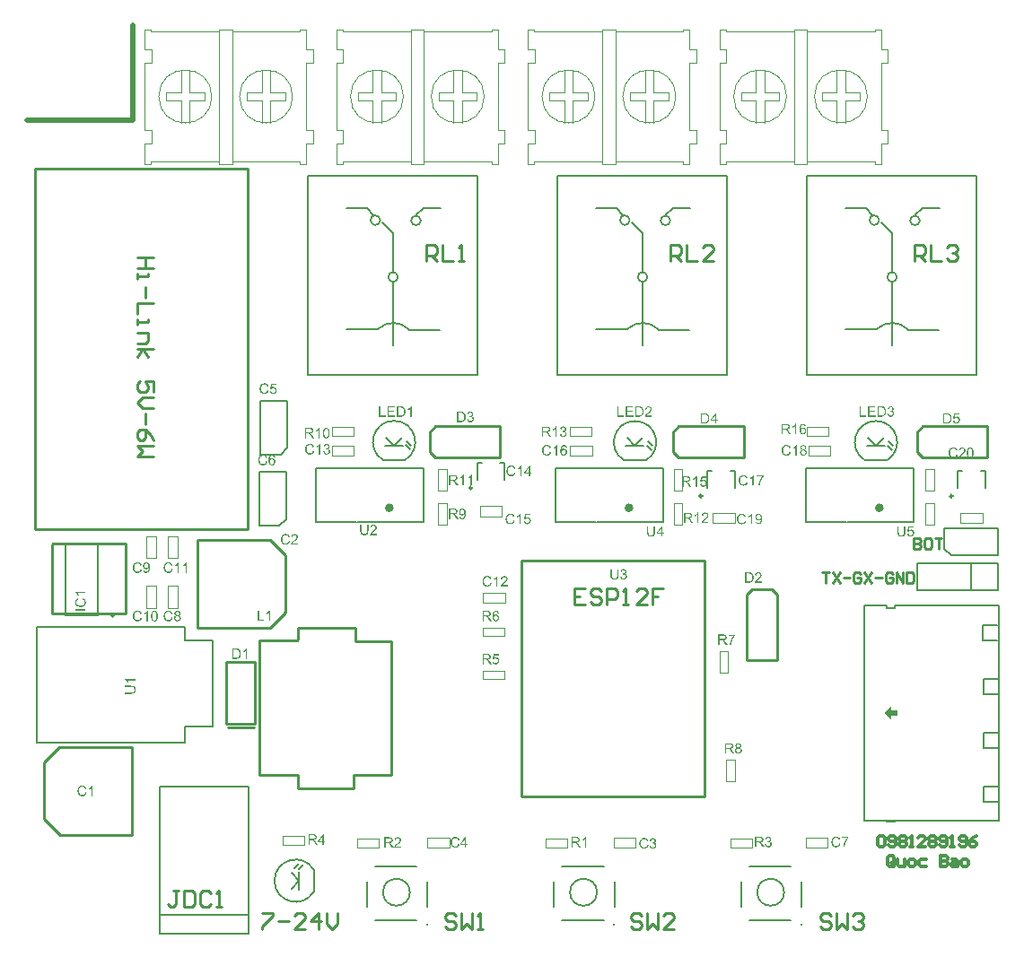
<source format=gto>
G04*
G04 #@! TF.GenerationSoftware,Altium Limited,Altium Designer,19.0.12 (326)*
G04*
G04 Layer_Color=65535*
%FSTAX24Y24*%
%MOIN*%
G70*
G01*
G75*
%ADD10C,0.0098*%
%ADD11C,0.0070*%
%ADD12C,0.0040*%
%ADD13C,0.0070*%
%ADD14C,0.0150*%
%ADD15C,0.0060*%
%ADD16C,0.0100*%
%ADD17C,0.0039*%
%ADD18C,0.0080*%
%ADD19C,0.0079*%
%ADD20C,0.0097*%
%ADD21C,0.0197*%
%ADD22C,0.0118*%
G36*
X040454Y017099D02*
X040704Y016849D01*
Y016999D01*
X040954D01*
Y017199D01*
X040704D01*
Y017349D01*
X040454Y017099D01*
D02*
G37*
G36*
X030786Y022436D02*
X030793Y022434D01*
X030802Y022433D01*
X030812Y02243D01*
X030822Y022427D01*
X030832Y022422D01*
X030832D01*
X030833Y022421D01*
X030837Y02242D01*
X030841Y022417D01*
X030847Y022413D01*
X030853Y022407D01*
X030861Y022401D01*
X030867Y022393D01*
X030873Y022385D01*
X030873Y022384D01*
X030875Y022381D01*
X030877Y022376D01*
X03088Y022371D01*
X030882Y022363D01*
X030884Y022355D01*
X030886Y022346D01*
X030887Y022336D01*
Y022335D01*
Y022332D01*
X030886Y022327D01*
X030885Y022321D01*
X030883Y022314D01*
X030881Y022307D01*
X030878Y022299D01*
X030873Y022291D01*
X030873Y02229D01*
X030871Y022288D01*
X030868Y022284D01*
X030863Y022279D01*
X030858Y022274D01*
X030851Y022269D01*
X030843Y022263D01*
X030834Y022258D01*
X030834D01*
X030835Y022258D01*
X030837D01*
X030839Y022257D01*
X030845Y022255D01*
X030853Y022251D01*
X030861Y022247D01*
X03087Y022241D01*
X030879Y022234D01*
X030886Y022225D01*
X030887Y022224D01*
X030889Y022221D01*
X030892Y022216D01*
X030896Y022209D01*
X0309Y0222D01*
X030903Y022189D01*
X030905Y022177D01*
X030906Y022163D01*
Y022163D01*
Y022161D01*
Y022159D01*
X030905Y022155D01*
X030904Y022151D01*
X030904Y022146D01*
X030903Y02214D01*
X030901Y022134D01*
X030897Y022121D01*
X030894Y022113D01*
X03089Y022106D01*
X030886Y022099D01*
X030881Y022092D01*
X030875Y022085D01*
X030869Y022078D01*
X030868Y022077D01*
X030867Y022076D01*
X030865Y022075D01*
X030862Y022073D01*
X030859Y02207D01*
X030854Y022067D01*
X030849Y022064D01*
X030844Y022061D01*
X030837Y022058D01*
X03083Y022055D01*
X030822Y022052D01*
X030814Y022049D01*
X030806Y022046D01*
X030796Y022045D01*
X030786Y022044D01*
X030776Y022044D01*
X030772D01*
X030768Y022044D01*
X030763Y022045D01*
X030759Y022045D01*
X030753Y022046D01*
X030747Y022047D01*
X030734Y022051D01*
X03072Y022056D01*
X030712Y022059D01*
X030706Y022063D01*
X030699Y022068D01*
X030693Y022073D01*
X030692Y022074D01*
X030691Y022075D01*
X03069Y022076D01*
X030687Y022079D01*
X030685Y022082D01*
X030682Y022086D01*
X030679Y02209D01*
X030676Y022094D01*
X030669Y022106D01*
X030663Y02212D01*
X030657Y022135D01*
X030656Y022143D01*
X030655Y022152D01*
X030702Y022158D01*
Y022158D01*
X030703Y022156D01*
Y022154D01*
X030704Y022152D01*
X030705Y022145D01*
X030708Y022136D01*
X030712Y022127D01*
X030717Y022117D01*
X030722Y022108D01*
X030729Y0221D01*
X03073Y0221D01*
X030732Y022097D01*
X030736Y022095D01*
X030742Y022092D01*
X030749Y022089D01*
X030757Y022086D01*
X030766Y022083D01*
X030776Y022083D01*
X03078D01*
X030782Y022083D01*
X030788Y022084D01*
X030796Y022086D01*
X030805Y022089D01*
X030814Y022092D01*
X030824Y022098D01*
X030832Y022106D01*
X030834Y022107D01*
X030836Y02211D01*
X030839Y022114D01*
X030844Y022121D01*
X030848Y02213D01*
X030852Y022139D01*
X030854Y022151D01*
X030855Y022163D01*
Y022163D01*
Y022164D01*
Y022166D01*
X030855Y022168D01*
X030854Y022174D01*
X030852Y022182D01*
X03085Y02219D01*
X030846Y022199D01*
X030841Y022208D01*
X030834Y022216D01*
X030832Y022217D01*
X03083Y02222D01*
X030825Y022223D01*
X030819Y022227D01*
X030811Y022231D01*
X030802Y022234D01*
X030792Y022236D01*
X03078Y022237D01*
X030775D01*
X030771Y022237D01*
X030766Y022236D01*
X03076Y022235D01*
X030754Y022234D01*
X030747Y022233D01*
X030752Y022274D01*
X030755D01*
X030758Y022273D01*
X030765D01*
X03077Y022274D01*
X030778Y022275D01*
X030786Y022277D01*
X030795Y02228D01*
X030804Y022283D01*
X030814Y022289D01*
X030815Y022289D01*
X030818Y022292D01*
X030821Y022296D01*
X030826Y022301D01*
X030831Y022307D01*
X030834Y022316D01*
X030837Y022326D01*
X030838Y022337D01*
Y022338D01*
Y022338D01*
Y022341D01*
X030837Y022346D01*
X030836Y022352D01*
X030834Y022359D01*
X030831Y022366D01*
X030827Y022374D01*
X030821Y02238D01*
X03082Y022381D01*
X030818Y022383D01*
X030814Y022386D01*
X030808Y022389D01*
X030802Y022392D01*
X030794Y022395D01*
X030786Y022397D01*
X030776Y022397D01*
X030771D01*
X030766Y022396D01*
X03076Y022395D01*
X030752Y022393D01*
X030745Y02239D01*
X030737Y022386D01*
X030729Y02238D01*
X030729Y022379D01*
X030727Y022377D01*
X030724Y022373D01*
X03072Y022367D01*
X030716Y02236D01*
X030712Y022351D01*
X030709Y022341D01*
X030707Y022328D01*
X030659Y022337D01*
Y022337D01*
X03066Y022339D01*
X03066Y022341D01*
X030661Y022344D01*
X030662Y022348D01*
X030663Y022353D01*
X030667Y022364D01*
X030672Y022375D01*
X030679Y022388D01*
X030687Y022399D01*
X030698Y02241D01*
X030698Y02241D01*
X030699Y022411D01*
X030701Y022412D01*
X030704Y022414D01*
X030707Y022416D01*
X03071Y022418D01*
X030719Y022423D01*
X03073Y022428D01*
X030744Y022432D01*
X030758Y022435D01*
X030766Y022436D01*
X03078D01*
X030786Y022436D01*
D02*
G37*
G36*
X030588Y022212D02*
Y022211D01*
Y02221D01*
Y022207D01*
Y022203D01*
X030588Y022197D01*
Y022192D01*
X030587Y022186D01*
X030587Y022179D01*
X030585Y022164D01*
X030583Y022149D01*
X03058Y022134D01*
X030575Y02212D01*
Y02212D01*
X030574Y022118D01*
X030574Y022117D01*
X030573Y022114D01*
X030569Y022109D01*
X030564Y0221D01*
X030558Y022092D01*
X03055Y022082D01*
X030539Y022073D01*
X030528Y022065D01*
X030527D01*
X030526Y022063D01*
X030524Y022063D01*
X030521Y022061D01*
X030518Y02206D01*
X030514Y022058D01*
X030509Y022056D01*
X030504Y022054D01*
X030498Y022052D01*
X030491Y02205D01*
X030484Y022048D01*
X030476Y022047D01*
X030458Y022045D01*
X030438Y022044D01*
X030433D01*
X030429Y022044D01*
X030425D01*
X030419Y022045D01*
X030414Y022045D01*
X030407Y022046D01*
X030393Y022048D01*
X030378Y022051D01*
X030363Y022056D01*
X03035Y022062D01*
X030349D01*
X030348Y022063D01*
X030347Y022063D01*
X030345Y022065D01*
X030338Y022069D01*
X030331Y022076D01*
X030323Y022083D01*
X030315Y022092D01*
X030308Y022103D01*
X030301Y022116D01*
Y022116D01*
X030301Y022117D01*
X0303Y022119D01*
X030299Y022122D01*
X030298Y022125D01*
X030297Y02213D01*
X030295Y022135D01*
X030294Y022141D01*
X030292Y022148D01*
X030291Y022155D01*
X03029Y022163D01*
X030289Y022171D01*
X030288Y02218D01*
X030287Y02219D01*
X030287Y022201D01*
Y022212D01*
Y022434D01*
X030338D01*
Y022212D01*
Y022211D01*
Y02221D01*
Y022207D01*
Y022204D01*
Y0222D01*
X030338Y022195D01*
X030339Y022184D01*
X03034Y022172D01*
X030341Y02216D01*
X030343Y022148D01*
X030345Y022143D01*
X030346Y022138D01*
X030347Y022137D01*
X030348Y022134D01*
X03035Y02213D01*
X030354Y022125D01*
X030358Y022119D01*
X030364Y022113D01*
X03037Y022107D01*
X030378Y022101D01*
X03038Y022101D01*
X030383Y0221D01*
X030387Y022097D01*
X030394Y022096D01*
X030402Y022093D01*
X030411Y022091D01*
X030422Y02209D01*
X030433Y022089D01*
X030439D01*
X030443Y02209D01*
X030447D01*
X030453Y02209D01*
X030464Y022092D01*
X030478Y022096D01*
X030491Y0221D01*
X030503Y022106D01*
X030509Y02211D01*
X030514Y022114D01*
Y022115D01*
X030515Y022116D01*
X030516Y022117D01*
X030517Y02212D01*
X030519Y022123D01*
X030521Y022126D01*
X030524Y022131D01*
X030526Y022136D01*
X030528Y022142D01*
X03053Y022149D01*
X030532Y022157D01*
X030534Y022166D01*
X030535Y022176D01*
X030536Y022187D01*
X030538Y022199D01*
Y022212D01*
Y022434D01*
X030588D01*
Y022212D01*
D02*
G37*
G36*
X017736Y026686D02*
X017739D01*
X017744Y026685D01*
X017755Y026683D01*
X017766Y02668D01*
X017779Y026675D01*
X017791Y026669D01*
X017797Y026665D01*
X017803Y02666D01*
X017803D01*
X017804Y026659D01*
X017807Y026656D01*
X017812Y02665D01*
X017818Y026642D01*
X017824Y026632D01*
X01783Y026621D01*
X017835Y026607D01*
X017838Y026591D01*
X017791Y026587D01*
Y026588D01*
Y026588D01*
X01779Y026592D01*
X017788Y026597D01*
X017786Y026602D01*
X01778Y026616D01*
X017777Y026622D01*
X017773Y026627D01*
X017772Y026628D01*
X017769Y026631D01*
X017765Y026633D01*
X01776Y026638D01*
X017753Y026641D01*
X017745Y026645D01*
X017735Y026647D01*
X017725Y026647D01*
X017721D01*
X017717Y026647D01*
X017712Y026646D01*
X017706Y026645D01*
X017698Y026642D01*
X017692Y026639D01*
X017685Y026635D01*
X017684Y026634D01*
X017682Y026632D01*
X017677Y026628D01*
X017673Y026622D01*
X017667Y026616D01*
X017661Y026608D01*
X017655Y026598D01*
X01765Y026587D01*
Y026586D01*
X017649Y026585D01*
X017649Y026583D01*
X017648Y026581D01*
X017647Y026578D01*
X017646Y026574D01*
X017645Y026569D01*
X017643Y026564D01*
X017642Y026558D01*
X017641Y026552D01*
X01764Y026544D01*
X017639Y026536D01*
X017638Y026528D01*
X017638Y026518D01*
X017637Y026508D01*
Y026498D01*
X017638Y026499D01*
X01764Y026502D01*
X017643Y026507D01*
X017649Y026512D01*
X017655Y026519D01*
X017662Y026525D01*
X01767Y026531D01*
X017679Y026536D01*
X01768Y026537D01*
X017683Y026538D01*
X017688Y02654D01*
X017694Y026543D01*
X017702Y026545D01*
X017711Y026547D01*
X01772Y026549D01*
X01773Y026549D01*
X017735D01*
X017738Y026549D01*
X017742Y026548D01*
X017747Y026547D01*
X017758Y026545D01*
X01777Y02654D01*
X017777Y026538D01*
X017784Y026535D01*
X017791Y02653D01*
X017798Y026526D01*
X017804Y026521D01*
X017811Y026514D01*
X017811Y026514D01*
X017812Y026512D01*
X017814Y026511D01*
X017816Y026508D01*
X017818Y026504D01*
X017821Y0265D01*
X017824Y026495D01*
X017828Y02649D01*
X017831Y026484D01*
X017834Y026477D01*
X017837Y02647D01*
X017839Y026462D01*
X017841Y026453D01*
X017843Y026444D01*
X017844Y026435D01*
X017844Y026425D01*
Y026424D01*
Y026423D01*
Y026421D01*
Y026419D01*
X017844Y026415D01*
Y026412D01*
X017842Y026402D01*
X01784Y026392D01*
X017838Y026381D01*
X017834Y026369D01*
X017828Y026357D01*
Y026357D01*
X017828Y026356D01*
X017827Y026354D01*
X017825Y026352D01*
X017822Y026347D01*
X017817Y02634D01*
X017811Y026332D01*
X017803Y026325D01*
X017795Y026317D01*
X017785Y02631D01*
X017784Y026309D01*
X01778Y026308D01*
X017775Y026305D01*
X017768Y026302D01*
X017758Y026299D01*
X017748Y026296D01*
X017736Y026294D01*
X017724Y026294D01*
X017721D01*
X017718Y026294D01*
X017714D01*
X017709Y026295D01*
X017703Y026296D01*
X017697Y026297D01*
X01769Y026299D01*
X017682Y026301D01*
X017674Y026304D01*
X017666Y026308D01*
X017658Y026312D01*
X01765Y026317D01*
X017642Y026323D01*
X017634Y026329D01*
X017627Y026337D01*
X017627Y026337D01*
X017625Y026339D01*
X017624Y026342D01*
X017621Y026345D01*
X017618Y02635D01*
X017615Y026356D01*
X017612Y026363D01*
X017609Y026371D01*
X017605Y02638D01*
X017602Y026391D01*
X017599Y026402D01*
X017596Y026415D01*
X017594Y026429D01*
X017592Y026445D01*
X017591Y026461D01*
X01759Y02648D01*
Y02648D01*
Y026481D01*
Y026483D01*
Y026484D01*
Y02649D01*
X017591Y026498D01*
X017591Y026507D01*
X017593Y026518D01*
X017594Y026529D01*
X017596Y026542D01*
X017597Y026555D01*
X0176Y026569D01*
X017604Y026582D01*
X017608Y026595D01*
X017612Y026608D01*
X017618Y02662D01*
X017624Y026632D01*
X017631Y026642D01*
X017632Y026642D01*
X017633Y026643D01*
X017635Y026646D01*
X017638Y026649D01*
X017642Y026652D01*
X017646Y026656D01*
X017651Y02666D01*
X017657Y026664D01*
X017663Y026668D01*
X017671Y026672D01*
X017679Y026676D01*
X017687Y026679D01*
X017697Y026682D01*
X017707Y026684D01*
X017717Y026686D01*
X017728Y026686D01*
X017732D01*
X017736Y026686D01*
D02*
G37*
G36*
X017401Y02669D02*
X017405Y02669D01*
X017411Y026689D01*
X017418Y026688D01*
X017425Y026687D01*
X01744Y026684D01*
X017456Y026678D01*
X017464Y026675D01*
X017473Y026671D01*
X01748Y026666D01*
X017488Y026661D01*
X017488Y02666D01*
X01749Y02666D01*
X017491Y026658D01*
X017494Y026656D01*
X017497Y026653D01*
X017501Y026649D01*
X017505Y026645D01*
X01751Y02664D01*
X017514Y026634D01*
X017518Y026628D01*
X017523Y026621D01*
X017528Y026614D01*
X017532Y026606D01*
X017536Y026597D01*
X017543Y026578D01*
X017493Y026567D01*
Y026567D01*
X017492Y026569D01*
X017491Y026571D01*
X01749Y026574D01*
X017488Y026577D01*
X017487Y026581D01*
X017483Y02659D01*
X017477Y0266D01*
X01747Y026611D01*
X017463Y02662D01*
X017453Y026628D01*
X017452Y026629D01*
X017449Y026631D01*
X017443Y026634D01*
X017436Y026638D01*
X017427Y026642D01*
X017416Y026645D01*
X017404Y026647D01*
X01739Y026647D01*
X017385D01*
X017383Y026647D01*
X017378D01*
X017374Y026646D01*
X017364Y026645D01*
X017352Y026642D01*
X01734Y026638D01*
X017328Y026633D01*
X017316Y026626D01*
X017315D01*
X017315Y026625D01*
X017311Y026622D01*
X017306Y026617D01*
X017299Y026611D01*
X017293Y026602D01*
X017286Y026593D01*
X01728Y026581D01*
X017274Y026569D01*
Y026568D01*
X017274Y026567D01*
X017273Y026565D01*
X017273Y026562D01*
X017271Y026559D01*
X017271Y026555D01*
X017269Y026546D01*
X017266Y026535D01*
X017264Y026522D01*
X017263Y026509D01*
X017263Y026495D01*
Y026494D01*
Y026492D01*
Y02649D01*
Y026487D01*
X017263Y026483D01*
Y026477D01*
X017264Y026472D01*
X017264Y026466D01*
X017266Y026453D01*
X017269Y026438D01*
X017272Y026423D01*
X017277Y026409D01*
Y026409D01*
X017277Y026408D01*
X017278Y026406D01*
X01728Y026404D01*
X017283Y026397D01*
X017287Y026389D01*
X017294Y02638D01*
X017301Y026371D01*
X01731Y026362D01*
X017321Y026354D01*
X017321D01*
X017322Y026354D01*
X017323Y026353D01*
X017326Y026351D01*
X017332Y026349D01*
X01734Y026346D01*
X01735Y026343D01*
X017361Y02634D01*
X017373Y026337D01*
X017386Y026337D01*
X01739D01*
X017393Y026337D01*
X017397D01*
X017401Y026338D01*
X017411Y02634D01*
X017422Y026343D01*
X017435Y026347D01*
X017446Y026353D01*
X017458Y026361D01*
X017459Y026362D01*
X017459Y026363D01*
X017463Y026366D01*
X017468Y026372D01*
X017474Y02638D01*
X017481Y02639D01*
X017488Y026402D01*
X017494Y026418D01*
X017498Y026435D01*
X017549Y026422D01*
Y026421D01*
X017549Y026419D01*
X017548Y026416D01*
X017546Y026411D01*
X017544Y026406D01*
X017542Y0264D01*
X017539Y026394D01*
X017536Y026387D01*
X017528Y026371D01*
X017518Y026355D01*
X017506Y02634D01*
X017499Y026333D01*
X017491Y026326D01*
X017491Y026326D01*
X01749Y026325D01*
X017487Y026323D01*
X017484Y026321D01*
X01748Y026319D01*
X017475Y026316D01*
X01747Y026313D01*
X017463Y02631D01*
X017456Y026307D01*
X017449Y026304D01*
X01744Y026301D01*
X017431Y026299D01*
X017412Y026295D01*
X017401Y026294D01*
X01739Y026294D01*
X017384D01*
X01738Y026294D01*
X017374D01*
X017369Y026295D01*
X017362Y026296D01*
X017354Y026296D01*
X017338Y0263D01*
X017321Y026304D01*
X017305Y026311D01*
X017297Y026314D01*
X017289Y026319D01*
X017288Y026319D01*
X017287Y02632D01*
X017285Y026322D01*
X017283Y026323D01*
X017276Y026329D01*
X017267Y026337D01*
X017257Y026347D01*
X017248Y02636D01*
X017238Y026375D01*
X01723Y026392D01*
Y026392D01*
X017229Y026394D01*
X017228Y026397D01*
X017227Y0264D01*
X017225Y026405D01*
X017223Y02641D01*
X017222Y026416D01*
X01722Y026423D01*
X017218Y02643D01*
X017216Y026438D01*
X017213Y026456D01*
X017211Y026474D01*
X01721Y026495D01*
Y026495D01*
Y026498D01*
Y026501D01*
X017211Y026505D01*
Y02651D01*
X017211Y026516D01*
X017212Y026523D01*
X017213Y02653D01*
X017216Y026547D01*
X017219Y026564D01*
X017225Y026583D01*
X017233Y0266D01*
Y0266D01*
X017234Y026601D01*
X017235Y026604D01*
X017237Y026607D01*
X017239Y026611D01*
X017242Y026615D01*
X01725Y026625D01*
X017259Y026636D01*
X01727Y026647D01*
X017283Y026658D01*
X017298Y026667D01*
X017298D01*
X017299Y026669D01*
X017302Y02667D01*
X017305Y026671D01*
X017309Y026673D01*
X017314Y026675D01*
X017319Y026677D01*
X017325Y026679D01*
X017332Y026681D01*
X017339Y026683D01*
X017354Y026687D01*
X017372Y02669D01*
X017391Y026691D01*
X017397D01*
X017401Y02669D01*
D02*
G37*
G36*
X017451Y02934D02*
X017455Y02934D01*
X017461Y029339D01*
X017468Y029338D01*
X017475Y029337D01*
X01749Y029334D01*
X017506Y029328D01*
X017514Y029325D01*
X017523Y029321D01*
X01753Y029316D01*
X017538Y029311D01*
X017538Y02931D01*
X01754Y02931D01*
X017541Y029308D01*
X017544Y029306D01*
X017547Y029303D01*
X017551Y029299D01*
X017555Y029295D01*
X01756Y02929D01*
X017564Y029284D01*
X017568Y029278D01*
X017573Y029271D01*
X017578Y029264D01*
X017582Y029256D01*
X017586Y029247D01*
X017593Y029228D01*
X017543Y029217D01*
Y029217D01*
X017542Y029219D01*
X017541Y029221D01*
X01754Y029224D01*
X017538Y029227D01*
X017537Y029231D01*
X017533Y02924D01*
X017527Y02925D01*
X01752Y029261D01*
X017513Y02927D01*
X017503Y029278D01*
X017502Y029279D01*
X017499Y029281D01*
X017493Y029284D01*
X017486Y029288D01*
X017477Y029292D01*
X017466Y029295D01*
X017454Y029297D01*
X01744Y029297D01*
X017435D01*
X017433Y029297D01*
X017428D01*
X017424Y029296D01*
X017414Y029295D01*
X017402Y029292D01*
X01739Y029288D01*
X017378Y029283D01*
X017366Y029276D01*
X017365D01*
X017365Y029275D01*
X017361Y029272D01*
X017356Y029267D01*
X017349Y029261D01*
X017343Y029252D01*
X017336Y029243D01*
X01733Y029231D01*
X017324Y029219D01*
Y029218D01*
X017324Y029217D01*
X017323Y029215D01*
X017323Y029212D01*
X017321Y029209D01*
X017321Y029205D01*
X017319Y029196D01*
X017316Y029185D01*
X017314Y029172D01*
X017313Y029159D01*
X017313Y029145D01*
Y029144D01*
Y029142D01*
Y02914D01*
Y029137D01*
X017313Y029133D01*
Y029127D01*
X017314Y029122D01*
X017314Y029116D01*
X017316Y029103D01*
X017319Y029088D01*
X017322Y029073D01*
X017327Y029059D01*
Y029059D01*
X017327Y029058D01*
X017328Y029056D01*
X01733Y029054D01*
X017333Y029047D01*
X017337Y029039D01*
X017344Y02903D01*
X017351Y029021D01*
X01736Y029012D01*
X017371Y029004D01*
X017371D01*
X017372Y029004D01*
X017373Y029003D01*
X017376Y029001D01*
X017382Y028999D01*
X01739Y028996D01*
X0174Y028993D01*
X017411Y02899D01*
X017423Y028987D01*
X017436Y028987D01*
X01744D01*
X017443Y028987D01*
X017447D01*
X017451Y028988D01*
X017461Y02899D01*
X017472Y028993D01*
X017485Y028997D01*
X017496Y029003D01*
X017508Y029011D01*
X017509Y029012D01*
X017509Y029013D01*
X017513Y029016D01*
X017518Y029022D01*
X017524Y02903D01*
X017531Y02904D01*
X017538Y029052D01*
X017544Y029068D01*
X017548Y029085D01*
X017599Y029072D01*
Y029071D01*
X017599Y029069D01*
X017598Y029066D01*
X017596Y029061D01*
X017594Y029056D01*
X017592Y02905D01*
X017589Y029044D01*
X017586Y029037D01*
X017578Y029021D01*
X017568Y029005D01*
X017556Y02899D01*
X017549Y028983D01*
X017541Y028976D01*
X017541Y028976D01*
X01754Y028975D01*
X017537Y028973D01*
X017534Y028971D01*
X01753Y028969D01*
X017525Y028966D01*
X01752Y028963D01*
X017513Y02896D01*
X017506Y028957D01*
X017499Y028954D01*
X01749Y028951D01*
X017481Y028949D01*
X017462Y028945D01*
X017451Y028944D01*
X01744Y028944D01*
X017434D01*
X01743Y028944D01*
X017424D01*
X017419Y028945D01*
X017412Y028946D01*
X017404Y028946D01*
X017388Y02895D01*
X017371Y028954D01*
X017355Y028961D01*
X017347Y028964D01*
X017339Y028969D01*
X017338Y028969D01*
X017337Y02897D01*
X017335Y028972D01*
X017333Y028973D01*
X017326Y028979D01*
X017317Y028987D01*
X017307Y028997D01*
X017298Y02901D01*
X017288Y029025D01*
X01728Y029042D01*
Y029042D01*
X017279Y029044D01*
X017278Y029047D01*
X017277Y02905D01*
X017275Y029055D01*
X017273Y02906D01*
X017272Y029066D01*
X01727Y029073D01*
X017268Y02908D01*
X017266Y029088D01*
X017263Y029106D01*
X017261Y029124D01*
X01726Y029145D01*
Y029145D01*
Y029148D01*
Y029151D01*
X017261Y029155D01*
Y02916D01*
X017261Y029166D01*
X017262Y029173D01*
X017263Y02918D01*
X017266Y029197D01*
X017269Y029214D01*
X017275Y029233D01*
X017283Y02925D01*
Y02925D01*
X017284Y029251D01*
X017285Y029254D01*
X017287Y029257D01*
X017289Y029261D01*
X017292Y029265D01*
X0173Y029275D01*
X017309Y029286D01*
X01732Y029297D01*
X017333Y029308D01*
X017348Y029317D01*
X017348D01*
X017349Y029319D01*
X017352Y02932D01*
X017355Y029321D01*
X017359Y029323D01*
X017364Y029325D01*
X017369Y029327D01*
X017375Y029329D01*
X017382Y029331D01*
X017389Y029333D01*
X017404Y029337D01*
X017422Y02934D01*
X017441Y029341D01*
X017447D01*
X017451Y02934D01*
D02*
G37*
G36*
X017879Y029283D02*
X017726D01*
X017705Y02918D01*
X017705Y02918D01*
X017706Y029181D01*
X017708Y029182D01*
X01771Y029184D01*
X017714Y029186D01*
X017717Y029188D01*
X017727Y029192D01*
X017737Y029197D01*
X01775Y0292D01*
X017763Y029203D01*
X017777Y029204D01*
X017782D01*
X017785Y029204D01*
X01779Y029203D01*
X017795Y029203D01*
X017801Y029202D01*
X017806Y0292D01*
X01782Y029196D01*
X017827Y029193D01*
X017834Y02919D01*
X017841Y029186D01*
X017849Y029181D01*
X017856Y029176D01*
X017862Y029169D01*
X017863Y029169D01*
X017864Y029168D01*
X017865Y029166D01*
X017867Y029163D01*
X01787Y029159D01*
X017873Y029155D01*
X017876Y029151D01*
X01788Y029145D01*
X017883Y029139D01*
X017886Y029133D01*
X017889Y029125D01*
X017892Y029117D01*
X017894Y029109D01*
X017895Y0291D01*
X017896Y02909D01*
X017897Y02908D01*
Y029079D01*
Y029078D01*
Y029075D01*
X017896Y029071D01*
X017896Y029066D01*
X017895Y029061D01*
X017895Y029055D01*
X017894Y029049D01*
X017889Y029035D01*
X017884Y02902D01*
X017881Y029012D01*
X017877Y029004D01*
X017872Y028997D01*
X017867Y02899D01*
X017866Y028989D01*
X017865Y028988D01*
X017863Y028986D01*
X01786Y028983D01*
X017856Y028979D01*
X017851Y028975D01*
X017846Y028971D01*
X01784Y028967D01*
X017833Y028962D01*
X017826Y028958D01*
X017817Y028954D01*
X017808Y028951D01*
X017798Y028948D01*
X017788Y028945D01*
X017777Y028944D01*
X017765Y028944D01*
X01776D01*
X017757Y028944D01*
X017753Y028945D01*
X017747Y028945D01*
X017741Y028946D01*
X017735Y028947D01*
X017722Y028951D01*
X017708Y028956D01*
X017701Y028959D01*
X017693Y028963D01*
X017686Y028968D01*
X01768Y028973D01*
X017679Y028973D01*
X017679Y028974D01*
X017677Y028976D01*
X017675Y028978D01*
X017672Y028981D01*
X01767Y028985D01*
X017667Y028989D01*
X017663Y028993D01*
X017657Y029004D01*
X01765Y029018D01*
X017646Y029033D01*
X017644Y029042D01*
X017643Y029051D01*
X017692Y029054D01*
Y029054D01*
Y029052D01*
X017693Y029051D01*
X017693Y029048D01*
X017695Y029042D01*
X017698Y029034D01*
X017701Y029025D01*
X017705Y029016D01*
X01771Y029007D01*
X017717Y029D01*
X017719Y028999D01*
X017721Y028997D01*
X017725Y028994D01*
X017731Y028991D01*
X017738Y028988D01*
X017746Y028985D01*
X017756Y028983D01*
X017765Y028982D01*
X017769D01*
X017771Y028983D01*
X017778Y028983D01*
X017786Y028985D01*
X017795Y028989D01*
X017805Y028993D01*
X017814Y028999D01*
X017819Y029003D01*
X017823Y029007D01*
Y029008D01*
X017825Y029009D01*
X017827Y029012D01*
X017831Y029018D01*
X017835Y029025D01*
X017839Y029035D01*
X017843Y029047D01*
X017846Y029061D01*
X017847Y029076D01*
Y029076D01*
Y029078D01*
Y02908D01*
X017846Y029082D01*
Y029086D01*
X017846Y02909D01*
X017844Y029099D01*
X017841Y029109D01*
X017837Y02912D01*
X017832Y02913D01*
X017824Y02914D01*
X017823Y029141D01*
X01782Y029143D01*
X017815Y029147D01*
X017808Y029151D01*
X0178Y029155D01*
X017789Y029159D01*
X017778Y029162D01*
X017765Y029163D01*
X017761D01*
X017757Y029162D01*
X017751Y029162D01*
X017744Y02916D01*
X017737Y029158D01*
X01773Y029155D01*
X017723Y029152D01*
X017723Y029151D01*
X01772Y02915D01*
X017717Y029148D01*
X017713Y029145D01*
X017709Y029141D01*
X017704Y029136D01*
X017699Y029131D01*
X017695Y029125D01*
X017651Y029131D01*
X017688Y029328D01*
X017879D01*
Y029283D01*
D02*
G37*
G36*
X041252Y023812D02*
Y023811D01*
Y02381D01*
Y023807D01*
Y023803D01*
X041251Y023797D01*
Y023792D01*
X041251Y023786D01*
X04125Y023779D01*
X041248Y023764D01*
X041246Y023749D01*
X041243Y023734D01*
X041238Y02372D01*
Y02372D01*
X041238Y023718D01*
X041237Y023717D01*
X041236Y023714D01*
X041233Y023709D01*
X041228Y0237D01*
X041221Y023692D01*
X041213Y023682D01*
X041203Y023673D01*
X041191Y023665D01*
X04119D01*
X041189Y023663D01*
X041188Y023663D01*
X041185Y023661D01*
X041182Y02366D01*
X041178Y023658D01*
X041172Y023656D01*
X041167Y023654D01*
X041161Y023652D01*
X041154Y02365D01*
X041147Y023648D01*
X041139Y023647D01*
X041121Y023645D01*
X041102Y023644D01*
X041096D01*
X041093Y023644D01*
X041088D01*
X041083Y023645D01*
X041077Y023645D01*
X041071Y023646D01*
X041056Y023648D01*
X041042Y023651D01*
X041027Y023656D01*
X041013Y023662D01*
X041013D01*
X041011Y023663D01*
X04101Y023663D01*
X041008Y023665D01*
X041001Y023669D01*
X040994Y023676D01*
X040986Y023683D01*
X040979Y023692D01*
X040971Y023703D01*
X040965Y023716D01*
Y023716D01*
X040964Y023717D01*
X040963Y023719D01*
X040962Y023722D01*
X040961Y023725D01*
X04096Y02373D01*
X040959Y023735D01*
X040958Y023741D01*
X040956Y023748D01*
X040955Y023755D01*
X040954Y023763D01*
X040952Y023771D01*
X040951Y02378D01*
X040951Y02379D01*
X04095Y023801D01*
Y023812D01*
Y024034D01*
X041001D01*
Y023812D01*
Y023811D01*
Y02381D01*
Y023807D01*
Y023804D01*
Y0238D01*
X041001Y023795D01*
X041002Y023784D01*
X041003Y023772D01*
X041004Y02376D01*
X041007Y023748D01*
X041008Y023743D01*
X04101Y023738D01*
X04101Y023737D01*
X041011Y023734D01*
X041014Y02373D01*
X041017Y023725D01*
X041021Y023719D01*
X041027Y023713D01*
X041034Y023707D01*
X041042Y023701D01*
X041043Y023701D01*
X041046Y0237D01*
X041051Y023697D01*
X041057Y023696D01*
X041065Y023693D01*
X041075Y023691D01*
X041085Y02369D01*
X041097Y023689D01*
X041102D01*
X041106Y02369D01*
X041111D01*
X041116Y02369D01*
X041128Y023692D01*
X041141Y023696D01*
X041154Y0237D01*
X041166Y023706D01*
X041172Y02371D01*
X041177Y023714D01*
Y023715D01*
X041178Y023716D01*
X041179Y023717D01*
X04118Y02372D01*
X041183Y023723D01*
X041185Y023726D01*
X041187Y023731D01*
X041189Y023736D01*
X041191Y023742D01*
X041193Y023749D01*
X041196Y023757D01*
X041197Y023766D01*
X041199Y023776D01*
X0412Y023787D01*
X041201Y023799D01*
Y023812D01*
Y024034D01*
X041252D01*
Y023812D01*
D02*
G37*
G36*
X041554Y023983D02*
X0414D01*
X041379Y02388D01*
X04138Y02388D01*
X041381Y023881D01*
X041383Y023882D01*
X041385Y023884D01*
X041389Y023886D01*
X041392Y023888D01*
X041402Y023892D01*
X041412Y023897D01*
X041424Y0239D01*
X041438Y023903D01*
X041452Y023904D01*
X041457D01*
X04146Y023904D01*
X041465Y023903D01*
X041469Y023903D01*
X041475Y023902D01*
X041481Y0239D01*
X041495Y023896D01*
X041502Y023893D01*
X041509Y02389D01*
X041516Y023886D01*
X041523Y023881D01*
X04153Y023876D01*
X041537Y023869D01*
X041537Y023869D01*
X041539Y023868D01*
X04154Y023866D01*
X041542Y023863D01*
X041545Y023859D01*
X041548Y023855D01*
X041551Y023851D01*
X041554Y023845D01*
X041558Y023839D01*
X041561Y023833D01*
X041564Y023825D01*
X041567Y023817D01*
X041568Y023809D01*
X04157Y0238D01*
X041571Y02379D01*
X041572Y02378D01*
Y023779D01*
Y023778D01*
Y023775D01*
X041571Y023771D01*
X041571Y023766D01*
X04157Y023761D01*
X04157Y023755D01*
X041568Y023749D01*
X041564Y023735D01*
X041559Y02372D01*
X041555Y023712D01*
X041551Y023704D01*
X041547Y023697D01*
X041541Y02369D01*
X041541Y023689D01*
X04154Y023688D01*
X041537Y023686D01*
X041534Y023683D01*
X041531Y023679D01*
X041526Y023675D01*
X041521Y023671D01*
X041515Y023667D01*
X041508Y023662D01*
X0415Y023658D01*
X041492Y023654D01*
X041483Y023651D01*
X041473Y023648D01*
X041463Y023645D01*
X041452Y023644D01*
X04144Y023644D01*
X041435D01*
X041431Y023644D01*
X041427Y023645D01*
X041422Y023645D01*
X041416Y023646D01*
X04141Y023647D01*
X041396Y023651D01*
X041382Y023656D01*
X041375Y023659D01*
X041368Y023663D01*
X041361Y023668D01*
X041355Y023673D01*
X041354Y023673D01*
X041354Y023674D01*
X041352Y023676D01*
X04135Y023678D01*
X041347Y023681D01*
X041344Y023685D01*
X041341Y023689D01*
X041338Y023693D01*
X041331Y023704D01*
X041325Y023718D01*
X04132Y023733D01*
X041319Y023742D01*
X041317Y023751D01*
X041367Y023754D01*
Y023754D01*
Y023752D01*
X041368Y023751D01*
X041368Y023748D01*
X04137Y023742D01*
X041372Y023734D01*
X041375Y023725D01*
X04138Y023716D01*
X041385Y023707D01*
X041392Y0237D01*
X041393Y023699D01*
X041396Y023697D01*
X0414Y023694D01*
X041406Y023691D01*
X041413Y023688D01*
X041421Y023685D01*
X04143Y023683D01*
X04144Y023682D01*
X041444D01*
X041446Y023683D01*
X041453Y023683D01*
X041461Y023685D01*
X041469Y023689D01*
X041479Y023693D01*
X041489Y023699D01*
X041493Y023703D01*
X041498Y023707D01*
Y023708D01*
X041499Y023709D01*
X041502Y023712D01*
X041506Y023718D01*
X04151Y023725D01*
X041514Y023735D01*
X041518Y023747D01*
X04152Y023761D01*
X041522Y023776D01*
Y023776D01*
Y023778D01*
Y02378D01*
X041521Y023782D01*
Y023786D01*
X04152Y02379D01*
X041519Y023799D01*
X041516Y023809D01*
X041512Y02382D01*
X041506Y02383D01*
X041499Y02384D01*
X041498Y023841D01*
X041495Y023843D01*
X04149Y023847D01*
X041483Y023851D01*
X041475Y023855D01*
X041464Y023859D01*
X041453Y023862D01*
X04144Y023863D01*
X041436D01*
X041431Y023862D01*
X041426Y023862D01*
X041419Y02386D01*
X041412Y023858D01*
X041405Y023855D01*
X041398Y023852D01*
X041398Y023851D01*
X041395Y02385D01*
X041392Y023848D01*
X041388Y023845D01*
X041383Y023841D01*
X041379Y023836D01*
X041374Y023831D01*
X04137Y023825D01*
X041326Y023831D01*
X041363Y024028D01*
X041554D01*
Y023983D01*
D02*
G37*
G36*
X031952Y023812D02*
Y023811D01*
Y02381D01*
Y023807D01*
Y023803D01*
X031951Y023797D01*
Y023792D01*
X031951Y023786D01*
X03195Y023779D01*
X031948Y023764D01*
X031946Y023749D01*
X031943Y023734D01*
X031938Y02372D01*
Y02372D01*
X031938Y023718D01*
X031937Y023717D01*
X031936Y023714D01*
X031933Y023709D01*
X031928Y0237D01*
X031921Y023692D01*
X031913Y023682D01*
X031903Y023673D01*
X031891Y023665D01*
X03189D01*
X031889Y023663D01*
X031888Y023663D01*
X031885Y023661D01*
X031882Y02366D01*
X031878Y023658D01*
X031872Y023656D01*
X031867Y023654D01*
X031861Y023652D01*
X031854Y02365D01*
X031847Y023648D01*
X031839Y023647D01*
X031821Y023645D01*
X031802Y023644D01*
X031796D01*
X031793Y023644D01*
X031788D01*
X031783Y023645D01*
X031777Y023645D01*
X031771Y023646D01*
X031756Y023648D01*
X031742Y023651D01*
X031727Y023656D01*
X031713Y023662D01*
X031713D01*
X031711Y023663D01*
X03171Y023663D01*
X031708Y023665D01*
X031701Y023669D01*
X031694Y023676D01*
X031686Y023683D01*
X031679Y023692D01*
X031671Y023703D01*
X031665Y023716D01*
Y023716D01*
X031664Y023717D01*
X031663Y023719D01*
X031662Y023722D01*
X031661Y023725D01*
X03166Y02373D01*
X031659Y023735D01*
X031658Y023741D01*
X031656Y023748D01*
X031655Y023755D01*
X031654Y023763D01*
X031652Y023771D01*
X031651Y02378D01*
X031651Y02379D01*
X03165Y023801D01*
Y023812D01*
Y024034D01*
X031701D01*
Y023812D01*
Y023811D01*
Y02381D01*
Y023807D01*
Y023804D01*
Y0238D01*
X031701Y023795D01*
X031702Y023784D01*
X031703Y023772D01*
X031704Y02376D01*
X031707Y023748D01*
X031708Y023743D01*
X03171Y023738D01*
X03171Y023737D01*
X031711Y023734D01*
X031714Y02373D01*
X031717Y023725D01*
X031721Y023719D01*
X031727Y023713D01*
X031734Y023707D01*
X031742Y023701D01*
X031743Y023701D01*
X031746Y0237D01*
X031751Y023697D01*
X031757Y023696D01*
X031765Y023693D01*
X031775Y023691D01*
X031785Y02369D01*
X031797Y023689D01*
X031802D01*
X031806Y02369D01*
X031811D01*
X031816Y02369D01*
X031828Y023692D01*
X031841Y023696D01*
X031854Y0237D01*
X031866Y023706D01*
X031872Y02371D01*
X031877Y023714D01*
Y023715D01*
X031878Y023716D01*
X031879Y023717D01*
X03188Y02372D01*
X031883Y023723D01*
X031885Y023726D01*
X031887Y023731D01*
X031889Y023736D01*
X031891Y023742D01*
X031893Y023749D01*
X031896Y023757D01*
X031897Y023766D01*
X031899Y023776D01*
X0319Y023787D01*
X031901Y023799D01*
Y023812D01*
Y024034D01*
X031952D01*
Y023812D01*
D02*
G37*
G36*
X032216Y023785D02*
X032268D01*
Y023742D01*
X032216D01*
Y02365D01*
X032168D01*
Y023742D01*
X032002D01*
Y023785D01*
X032177Y024034D01*
X032216D01*
Y023785D01*
D02*
G37*
G36*
X021302Y023862D02*
Y023861D01*
Y02386D01*
Y023857D01*
Y023853D01*
X021301Y023847D01*
Y023842D01*
X021301Y023836D01*
X0213Y023829D01*
X021298Y023814D01*
X021296Y023799D01*
X021293Y023784D01*
X021288Y02377D01*
Y02377D01*
X021288Y023768D01*
X021287Y023767D01*
X021286Y023764D01*
X021283Y023758D01*
X021278Y02375D01*
X021271Y023742D01*
X021263Y023732D01*
X021253Y023723D01*
X021241Y023715D01*
X02124D01*
X021239Y023713D01*
X021238Y023713D01*
X021235Y023711D01*
X021232Y02371D01*
X021228Y023708D01*
X021222Y023706D01*
X021217Y023704D01*
X021211Y023702D01*
X021204Y0237D01*
X021197Y023698D01*
X021189Y023697D01*
X021171Y023695D01*
X021152Y023694D01*
X021146D01*
X021143Y023694D01*
X021138D01*
X021133Y023695D01*
X021127Y023695D01*
X021121Y023696D01*
X021106Y023698D01*
X021092Y023701D01*
X021077Y023706D01*
X021063Y023712D01*
X021063D01*
X021061Y023713D01*
X02106Y023713D01*
X021058Y023715D01*
X021051Y023719D01*
X021044Y023726D01*
X021036Y023733D01*
X021029Y023742D01*
X021021Y023753D01*
X021015Y023766D01*
Y023766D01*
X021014Y023767D01*
X021013Y023769D01*
X021012Y023772D01*
X021011Y023775D01*
X02101Y02378D01*
X021009Y023785D01*
X021008Y023791D01*
X021006Y023798D01*
X021005Y023805D01*
X021004Y023813D01*
X021002Y023821D01*
X021001Y02383D01*
X021001Y02384D01*
X021Y023851D01*
Y023862D01*
Y024084D01*
X021051D01*
Y023862D01*
Y023861D01*
Y02386D01*
Y023857D01*
Y023854D01*
Y02385D01*
X021051Y023845D01*
X021052Y023834D01*
X021053Y023822D01*
X021054Y02381D01*
X021057Y023798D01*
X021058Y023793D01*
X02106Y023788D01*
X02106Y023787D01*
X021061Y023784D01*
X021064Y02378D01*
X021067Y023775D01*
X021071Y023769D01*
X021077Y023763D01*
X021084Y023757D01*
X021092Y023751D01*
X021093Y023751D01*
X021096Y02375D01*
X021101Y023747D01*
X021107Y023746D01*
X021115Y023743D01*
X021125Y023741D01*
X021135Y02374D01*
X021147Y023739D01*
X021152D01*
X021156Y02374D01*
X021161D01*
X021166Y02374D01*
X021178Y023742D01*
X021191Y023746D01*
X021204Y02375D01*
X021216Y023756D01*
X021222Y02376D01*
X021227Y023764D01*
Y023765D01*
X021228Y023766D01*
X021229Y023767D01*
X02123Y02377D01*
X021233Y023773D01*
X021235Y023776D01*
X021237Y023781D01*
X021239Y023786D01*
X021241Y023792D01*
X021243Y023799D01*
X021246Y023807D01*
X021247Y023816D01*
X021249Y023826D01*
X02125Y023837D01*
X021251Y023849D01*
Y023862D01*
Y024084D01*
X021302D01*
Y023862D01*
D02*
G37*
G36*
X021504Y024086D02*
X021508Y024085D01*
X021514Y024084D01*
X021519Y024084D01*
X021526Y024082D01*
X02154Y024078D01*
X021555Y024073D01*
X021562Y02407D01*
X021569Y024066D01*
X021576Y02406D01*
X021582Y024055D01*
X021583Y024055D01*
X021583Y024054D01*
X021585Y024052D01*
X021587Y02405D01*
X02159Y024046D01*
X021593Y024043D01*
X021598Y024034D01*
X021604Y024023D01*
X02161Y02401D01*
X021614Y023995D01*
X021614Y023987D01*
X021615Y023979D01*
Y023978D01*
Y023975D01*
X021614Y02397D01*
X021614Y023964D01*
X021612Y023957D01*
X021611Y02395D01*
X021608Y023942D01*
X021605Y023933D01*
X021604Y023932D01*
X021603Y023929D01*
X021601Y023925D01*
X021597Y023919D01*
X021593Y023912D01*
X021588Y023904D01*
X021581Y023896D01*
X021573Y023887D01*
X021572Y023885D01*
X021569Y023882D01*
X021564Y023877D01*
X02156Y023873D01*
X021556Y023869D01*
X021552Y023864D01*
X021546Y023859D01*
X02154Y023854D01*
X021534Y023847D01*
X021527Y023841D01*
X021518Y023834D01*
X02151Y023827D01*
X021501Y023819D01*
X0215Y023818D01*
X021499Y023817D01*
X021497Y023815D01*
X021494Y023813D01*
X021487Y023807D01*
X021478Y023799D01*
X021469Y023791D01*
X02146Y023783D01*
X021452Y023776D01*
X021449Y023773D01*
X021446Y02377D01*
X021446Y02377D01*
X021445Y023768D01*
X021442Y023766D01*
X021439Y023762D01*
X021433Y023754D01*
X021426Y023745D01*
X021615D01*
Y0237D01*
X021361D01*
Y023701D01*
Y023703D01*
Y023706D01*
X021362Y023711D01*
X021362Y023715D01*
X021363Y02372D01*
X021364Y023726D01*
X021366Y023732D01*
Y023733D01*
X021367Y023733D01*
X021368Y023737D01*
X02137Y023742D01*
X021374Y023749D01*
X021378Y023756D01*
X021384Y023765D01*
X02139Y023774D01*
X021397Y023783D01*
Y023784D01*
X021398Y023784D01*
X021401Y023788D01*
X021406Y023793D01*
X021413Y0238D01*
X021422Y023808D01*
X021432Y023818D01*
X021445Y023829D01*
X021459Y023842D01*
X02146Y023842D01*
X021462Y023844D01*
X021465Y023846D01*
X021469Y02385D01*
X021474Y023854D01*
X02148Y02386D01*
X021493Y023871D01*
X021507Y023884D01*
X021521Y023898D01*
X021528Y023904D01*
X021534Y023911D01*
X021539Y023917D01*
X021544Y023923D01*
Y023923D01*
X021545Y023924D01*
X021546Y023926D01*
X021548Y023928D01*
X021551Y023934D01*
X021555Y023942D01*
X021559Y02395D01*
X021563Y02396D01*
X021565Y02397D01*
X021566Y02398D01*
Y023981D01*
Y023981D01*
X021566Y023985D01*
X021565Y02399D01*
X021564Y023997D01*
X021561Y024004D01*
X021558Y024012D01*
X021553Y02402D01*
X021546Y024028D01*
X021545Y024028D01*
X021542Y024031D01*
X021538Y024033D01*
X021532Y024038D01*
X021524Y024041D01*
X021515Y024044D01*
X021505Y024046D01*
X021493Y024047D01*
X02149D01*
X021487Y024046D01*
X021481Y024046D01*
X021474Y024045D01*
X021465Y024042D01*
X021456Y024038D01*
X021447Y024033D01*
X021439Y024026D01*
X021438Y024025D01*
X021436Y024022D01*
X021432Y024018D01*
X021429Y024011D01*
X021425Y024003D01*
X021422Y023994D01*
X021419Y023983D01*
X021418Y02397D01*
X02137Y023975D01*
Y023976D01*
Y023977D01*
X02137Y02398D01*
X021371Y023984D01*
X021372Y023988D01*
X021373Y023994D01*
X021376Y024005D01*
X021381Y024019D01*
X021387Y024032D01*
X021396Y024046D01*
X021401Y024052D01*
X021407Y024057D01*
X021407Y024058D01*
X021408Y024059D01*
X02141Y02406D01*
X021412Y024062D01*
X021416Y024064D01*
X02142Y024067D01*
X021425Y024069D01*
X02143Y024072D01*
X021436Y024074D01*
X021442Y024077D01*
X02145Y02408D01*
X021457Y024081D01*
X021475Y024085D01*
X021484Y024086D01*
X021494Y024086D01*
X0215D01*
X021504Y024086D01*
D02*
G37*
G36*
X01265Y018298D02*
X012349D01*
X01235Y018297D01*
X012352Y018295D01*
X012355Y018291D01*
X012359Y018286D01*
X012365Y018279D01*
X01237Y018272D01*
X012376Y018263D01*
X012382Y018253D01*
Y018252D01*
X012383Y018252D01*
X012385Y018248D01*
X012388Y018243D01*
X012391Y018236D01*
X012396Y018229D01*
X012399Y018221D01*
X012403Y018212D01*
X012407Y018204D01*
X01236D01*
Y018204D01*
X01236Y018205D01*
X012359Y018208D01*
X012357Y01821D01*
X012355Y018214D01*
X012353Y018218D01*
X012348Y018227D01*
X012342Y018238D01*
X012334Y018249D01*
X012325Y018261D01*
X012316Y018272D01*
X012315Y018273D01*
X012315Y018273D01*
X012311Y018277D01*
X012306Y018282D01*
X0123Y018288D01*
X012291Y018296D01*
X012283Y018303D01*
X012273Y018309D01*
X012264Y018314D01*
Y018345D01*
X01265D01*
Y018298D01*
D02*
G37*
G36*
X012503Y018101D02*
X012508D01*
X012514Y018101D01*
X012521Y0181D01*
X012536Y018098D01*
X012551Y018096D01*
X012566Y018093D01*
X01258Y018088D01*
X01258D01*
X012582Y018088D01*
X012583Y018087D01*
X012586Y018086D01*
X012592Y018083D01*
X0126Y018078D01*
X012608Y018071D01*
X012618Y018063D01*
X012627Y018053D01*
X012635Y018041D01*
Y01804D01*
X012637Y018039D01*
X012637Y018038D01*
X012639Y018035D01*
X01264Y018032D01*
X012642Y018028D01*
X012644Y018022D01*
X012646Y018017D01*
X012648Y018011D01*
X01265Y018004D01*
X012652Y017997D01*
X012653Y017989D01*
X012655Y017971D01*
X012656Y017952D01*
Y017946D01*
X012656Y017943D01*
Y017938D01*
X012655Y017933D01*
X012655Y017927D01*
X012654Y017921D01*
X012652Y017906D01*
X012649Y017892D01*
X012644Y017877D01*
X012638Y017863D01*
Y017863D01*
X012637Y017861D01*
X012637Y01786D01*
X012635Y017858D01*
X012631Y017851D01*
X012624Y017844D01*
X012617Y017836D01*
X012608Y017829D01*
X012597Y017821D01*
X012584Y017815D01*
X012584D01*
X012583Y017814D01*
X012581Y017813D01*
X012578Y017812D01*
X012575Y017811D01*
X01257Y01781D01*
X012565Y017809D01*
X012559Y017808D01*
X012552Y017806D01*
X012545Y017805D01*
X012537Y017804D01*
X012529Y017802D01*
X01252Y017801D01*
X01251Y017801D01*
X012499Y0178D01*
X012488D01*
X012266D01*
Y017851D01*
X012488D01*
X012489D01*
X01249D01*
X012493D01*
X012496D01*
X0125D01*
X012505Y017851D01*
X012516Y017852D01*
X012528Y017853D01*
X01254Y017854D01*
X012552Y017857D01*
X012557Y017858D01*
X012562Y01786D01*
X012563Y01786D01*
X012566Y017861D01*
X01257Y017864D01*
X012575Y017867D01*
X012581Y017871D01*
X012587Y017877D01*
X012593Y017884D01*
X012599Y017892D01*
X012599Y017893D01*
X0126Y017896D01*
X012603Y017901D01*
X012604Y017907D01*
X012607Y017915D01*
X012609Y017925D01*
X01261Y017935D01*
X012611Y017947D01*
Y017952D01*
X01261Y017956D01*
Y017961D01*
X01261Y017966D01*
X012608Y017978D01*
X012604Y017991D01*
X0126Y018004D01*
X012594Y018016D01*
X01259Y018022D01*
X012586Y018027D01*
X012585D01*
X012584Y018028D01*
X012583Y018029D01*
X01258Y01803D01*
X012577Y018033D01*
X012574Y018035D01*
X012569Y018037D01*
X012564Y018039D01*
X012558Y018041D01*
X012551Y018043D01*
X012543Y018046D01*
X012534Y018047D01*
X012524Y018049D01*
X012513Y01805D01*
X012501Y018051D01*
X012488D01*
X012266D01*
Y018102D01*
X012488D01*
X012489D01*
X01249D01*
X012493D01*
X012497D01*
X012503Y018101D01*
D02*
G37*
G36*
X037459Y027836D02*
X037463D01*
X037467Y027835D01*
X037478Y027833D01*
X037489Y02783D01*
X037502Y027825D01*
X037514Y027819D01*
X03752Y027815D01*
X037526Y02781D01*
X037526D01*
X037527Y027809D01*
X03753Y027806D01*
X037535Y0278D01*
X037541Y027792D01*
X037547Y027782D01*
X037553Y027771D01*
X037558Y027757D01*
X037561Y027741D01*
X037514Y027737D01*
Y027738D01*
Y027738D01*
X037513Y027742D01*
X037511Y027747D01*
X037509Y027752D01*
X037504Y027766D01*
X0375Y027772D01*
X037496Y027777D01*
X037495Y027778D01*
X037492Y027781D01*
X037488Y027783D01*
X037483Y027788D01*
X037476Y027791D01*
X037468Y027795D01*
X037458Y027797D01*
X037449Y027797D01*
X037444D01*
X03744Y027797D01*
X037435Y027796D01*
X037429Y027795D01*
X037422Y027792D01*
X037415Y027789D01*
X037408Y027785D01*
X037407Y027784D01*
X037405Y027782D01*
X037401Y027778D01*
X037396Y027772D01*
X03739Y027766D01*
X037384Y027758D01*
X037378Y027748D01*
X037373Y027737D01*
Y027736D01*
X037372Y027735D01*
X037372Y027733D01*
X037371Y027731D01*
X03737Y027728D01*
X037369Y027724D01*
X037368Y027719D01*
X037367Y027714D01*
X037365Y027708D01*
X037364Y027702D01*
X037363Y027694D01*
X037362Y027686D01*
X037361Y027678D01*
X037361Y027668D01*
X03736Y027658D01*
Y027648D01*
X037361Y027649D01*
X037363Y027652D01*
X037367Y027657D01*
X037372Y027662D01*
X037378Y027669D01*
X037385Y027675D01*
X037393Y027681D01*
X037402Y027686D01*
X037403Y027687D01*
X037406Y027688D01*
X037411Y02769D01*
X037418Y027693D01*
X037425Y027695D01*
X037434Y027697D01*
X037443Y027699D01*
X037453Y027699D01*
X037458D01*
X037461Y027699D01*
X037465Y027698D01*
X03747Y027697D01*
X037481Y027695D01*
X037494Y02769D01*
X037501Y027688D01*
X037507Y027685D01*
X037514Y02768D01*
X037521Y027676D01*
X037527Y027671D01*
X037534Y027664D01*
X037535Y027664D01*
X037535Y027662D01*
X037537Y027661D01*
X037539Y027658D01*
X037542Y027654D01*
X037544Y02765D01*
X037547Y027645D01*
X037551Y02764D01*
X037554Y027634D01*
X037557Y027627D01*
X03756Y02762D01*
X037562Y027612D01*
X037564Y027603D01*
X037566Y027594D01*
X037567Y027585D01*
X037567Y027575D01*
Y027574D01*
Y027573D01*
Y027571D01*
Y027569D01*
X037567Y027565D01*
Y027562D01*
X037566Y027552D01*
X037563Y027542D01*
X037561Y027531D01*
X037557Y027519D01*
X037551Y027507D01*
Y027507D01*
X037551Y027506D01*
X03755Y027504D01*
X037549Y027502D01*
X037545Y027497D01*
X03754Y02749D01*
X037534Y027482D01*
X037526Y027475D01*
X037518Y027467D01*
X037508Y02746D01*
X037507Y027459D01*
X037504Y027458D01*
X037498Y027455D01*
X037491Y027452D01*
X037481Y027449D01*
X037471Y027446D01*
X037459Y027444D01*
X037447Y027444D01*
X037444D01*
X037441Y027444D01*
X037437D01*
X037432Y027445D01*
X037426Y027446D01*
X03742Y027447D01*
X037413Y027449D01*
X037405Y027451D01*
X037397Y027454D01*
X037389Y027458D01*
X037381Y027462D01*
X037373Y027467D01*
X037365Y027473D01*
X037357Y027479D01*
X03735Y027487D01*
X03735Y027487D01*
X037348Y027489D01*
X037347Y027492D01*
X037344Y027495D01*
X037341Y0275D01*
X037339Y027506D01*
X037335Y027513D01*
X037332Y027521D01*
X037329Y02753D01*
X037325Y027541D01*
X037322Y027552D01*
X037319Y027565D01*
X037317Y027579D01*
X037315Y027595D01*
X037314Y027611D01*
X037313Y02763D01*
Y02763D01*
Y027631D01*
Y027633D01*
Y027634D01*
Y02764D01*
X037314Y027648D01*
X037315Y027657D01*
X037316Y027668D01*
X037317Y027679D01*
X037319Y027692D01*
X03732Y027705D01*
X037323Y027719D01*
X037327Y027732D01*
X037331Y027745D01*
X037336Y027758D01*
X037341Y02777D01*
X037347Y027782D01*
X037354Y027792D01*
X037355Y027792D01*
X037356Y027793D01*
X037358Y027796D01*
X037361Y027799D01*
X037365Y027802D01*
X037369Y027806D01*
X037374Y02781D01*
X03738Y027814D01*
X037387Y027818D01*
X037394Y027822D01*
X037402Y027826D01*
X037411Y027829D01*
X03742Y027832D01*
X03743Y027834D01*
X03744Y027836D01*
X037451Y027836D01*
X037456D01*
X037459Y027836D01*
D02*
G37*
G36*
X037195Y02745D02*
X037148D01*
Y027751D01*
X037147Y02775D01*
X037145Y027748D01*
X037141Y027745D01*
X037136Y027741D01*
X037129Y027735D01*
X037122Y02773D01*
X037113Y027724D01*
X037103Y027718D01*
X037102D01*
X037102Y027717D01*
X037098Y027715D01*
X037093Y027712D01*
X037086Y027709D01*
X037079Y027704D01*
X037071Y027701D01*
X037062Y027697D01*
X037054Y027693D01*
Y02774D01*
X037054D01*
X037055Y02774D01*
X037058Y027741D01*
X03706Y027743D01*
X037064Y027745D01*
X037068Y027747D01*
X037077Y027752D01*
X037088Y027758D01*
X037099Y027766D01*
X037111Y027775D01*
X037122Y027784D01*
X037123Y027785D01*
X037123Y027785D01*
X037127Y027789D01*
X037132Y027794D01*
X037138Y0278D01*
X037146Y027809D01*
X037153Y027817D01*
X037159Y027827D01*
X037164Y027836D01*
X037195D01*
Y02745D01*
D02*
G37*
G36*
X036833Y027834D02*
X036838D01*
X036849Y027833D01*
X036862Y027832D01*
X036875Y02783D01*
X036887Y027827D01*
X036893Y027826D01*
X036898Y027824D01*
X036899D01*
X036899Y027823D01*
X036903Y027822D01*
X036907Y027819D01*
X036913Y027815D01*
X03692Y02781D01*
X036927Y027804D01*
X036934Y027796D01*
X036941Y027787D01*
X036941Y027786D01*
X036943Y027782D01*
X036946Y027777D01*
X036949Y02777D01*
X036952Y027761D01*
X036955Y027751D01*
X036957Y027741D01*
X036957Y027729D01*
Y027728D01*
Y027727D01*
Y027725D01*
X036957Y027722D01*
Y027719D01*
X036956Y027714D01*
X036954Y027705D01*
X036951Y027694D01*
X036946Y027683D01*
X036939Y027671D01*
X036935Y027665D01*
X03693Y02766D01*
X036929Y027659D01*
X036927Y027658D01*
X036926Y027655D01*
X036923Y027654D01*
X036919Y027651D01*
X036915Y027648D01*
X03691Y027645D01*
X036905Y027642D01*
X036899Y02764D01*
X036892Y027637D01*
X036885Y027634D01*
X036877Y027631D01*
X036868Y027628D01*
X036859Y027627D01*
X036849Y027625D01*
X03685Y027624D01*
X036852Y027623D01*
X036856Y027621D01*
X03686Y027619D01*
X03687Y027613D01*
X036875Y027609D01*
X036879Y027606D01*
X03688Y027604D01*
X036883Y027602D01*
X036888Y027597D01*
X036893Y027592D01*
X036899Y027584D01*
X036906Y027575D01*
X036914Y027565D01*
X036921Y027554D01*
X036988Y02745D01*
X036924D01*
X036873Y02753D01*
Y02753D01*
X036872Y027531D01*
X036871Y027533D01*
X03687Y027535D01*
X036866Y027541D01*
X036861Y027549D01*
X036855Y027558D01*
X036848Y027566D01*
X036842Y027575D01*
X036837Y027582D01*
X036836Y027583D01*
X036834Y027585D01*
X036831Y027589D01*
X036828Y027593D01*
X03682Y027601D01*
X036816Y027605D01*
X036811Y027608D01*
X03681Y027609D01*
X036809Y027609D01*
X036807Y02761D01*
X036804Y027612D01*
X036797Y027616D01*
X036788Y027618D01*
X036787D01*
X036786Y027619D01*
X036784D01*
X036781Y02762D01*
X036777Y02762D01*
X036772D01*
X036766Y027621D01*
X036701D01*
Y02745D01*
X03665D01*
Y027834D01*
X036828D01*
X036833Y027834D01*
D02*
G37*
G36*
X033858Y025833D02*
X033705D01*
X033684Y02573D01*
X033685Y02573D01*
X033686Y025731D01*
X033688Y025732D01*
X03369Y025734D01*
X033693Y025736D01*
X033697Y025738D01*
X033706Y025742D01*
X033717Y025747D01*
X033729Y02575D01*
X033743Y025753D01*
X033757Y025754D01*
X033761D01*
X033765Y025754D01*
X033769Y025753D01*
X033774Y025753D01*
X03378Y025752D01*
X033786Y02575D01*
X033799Y025746D01*
X033806Y025743D01*
X033813Y02574D01*
X033821Y025736D01*
X033828Y025731D01*
X033835Y025726D01*
X033841Y025719D01*
X033842Y025719D01*
X033843Y025718D01*
X033845Y025716D01*
X033847Y025713D01*
X03385Y025709D01*
X033853Y025705D01*
X033855Y025701D01*
X033859Y025695D01*
X033862Y025689D01*
X033865Y025683D01*
X033868Y025675D01*
X033871Y025667D01*
X033873Y025659D01*
X033875Y02565D01*
X033876Y02564D01*
X033876Y02563D01*
Y025629D01*
Y025628D01*
Y025625D01*
X033876Y025621D01*
X033875Y025616D01*
X033875Y025611D01*
X033874Y025605D01*
X033873Y025599D01*
X033869Y025585D01*
X033864Y02557D01*
X03386Y025562D01*
X033856Y025554D01*
X033851Y025547D01*
X033846Y02554D01*
X033845Y025539D01*
X033844Y025538D01*
X033842Y025536D01*
X033839Y025533D01*
X033836Y025529D01*
X033831Y025525D01*
X033826Y025521D01*
X033819Y025517D01*
X033813Y025512D01*
X033805Y025508D01*
X033796Y025504D01*
X033788Y025501D01*
X033778Y025498D01*
X033768Y025495D01*
X033757Y025494D01*
X033745Y025494D01*
X03374D01*
X033736Y025494D01*
X033732Y025495D01*
X033727Y025495D01*
X033721Y025496D01*
X033714Y025497D01*
X033701Y025501D01*
X033687Y025506D01*
X03368Y025509D01*
X033673Y025513D01*
X033666Y025518D01*
X033659Y025523D01*
X033659Y025523D01*
X033658Y025524D01*
X033657Y025526D01*
X033654Y025528D01*
X033652Y025531D01*
X033649Y025535D01*
X033646Y025539D01*
X033642Y025543D01*
X033636Y025554D01*
X03363Y025568D01*
X033625Y025583D01*
X033623Y025592D01*
X033622Y025601D01*
X033672Y025604D01*
Y025604D01*
Y025602D01*
X033672Y025601D01*
X033673Y025598D01*
X033675Y025592D01*
X033677Y025584D01*
X03368Y025575D01*
X033685Y025566D01*
X03369Y025557D01*
X033697Y02555D01*
X033698Y025549D01*
X0337Y025547D01*
X033705Y025544D01*
X03371Y025541D01*
X033717Y025538D01*
X033726Y025535D01*
X033735Y025533D01*
X033745Y025532D01*
X033748D01*
X033751Y025533D01*
X033757Y025533D01*
X033765Y025535D01*
X033774Y025539D01*
X033784Y025543D01*
X033793Y025549D01*
X033798Y025553D01*
X033803Y025557D01*
Y025558D01*
X033804Y025559D01*
X033806Y025562D01*
X03381Y025568D01*
X033814Y025575D01*
X033819Y025585D01*
X033823Y025597D01*
X033825Y025611D01*
X033826Y025626D01*
Y025626D01*
Y025628D01*
Y02563D01*
X033826Y025632D01*
Y025636D01*
X033825Y02564D01*
X033823Y025649D01*
X033821Y025659D01*
X033817Y02567D01*
X033811Y02568D01*
X033803Y02569D01*
X033802Y025691D01*
X033799Y025693D01*
X033795Y025697D01*
X033788Y025701D01*
X033779Y025705D01*
X033769Y025709D01*
X033757Y025712D01*
X033744Y025713D01*
X03374D01*
X033736Y025712D01*
X03373Y025712D01*
X033724Y02571D01*
X033717Y025708D01*
X03371Y025705D01*
X033703Y025702D01*
X033702Y025701D01*
X0337Y0257D01*
X033696Y025698D01*
X033692Y025695D01*
X033688Y025691D01*
X033683Y025686D01*
X033679Y025681D01*
X033675Y025675D01*
X03363Y025681D01*
X033668Y025878D01*
X033858D01*
Y025833D01*
D02*
G37*
G36*
X033502Y0255D02*
X033454D01*
Y025801D01*
X033454Y0258D01*
X033451Y025798D01*
X033447Y025795D01*
X033442Y025791D01*
X033435Y025785D01*
X033428Y02578D01*
X033419Y025774D01*
X033409Y025768D01*
X033408D01*
X033408Y025767D01*
X033404Y025765D01*
X033399Y025762D01*
X033393Y025759D01*
X033385Y025754D01*
X033377Y025751D01*
X033368Y025747D01*
X03336Y025743D01*
Y02579D01*
X033361D01*
X033362Y02579D01*
X033364Y025791D01*
X033366Y025793D01*
X03337Y025795D01*
X033374Y025797D01*
X033383Y025802D01*
X033394Y025808D01*
X033406Y025816D01*
X033417Y025825D01*
X033428Y025834D01*
X033429Y025835D01*
X03343Y025835D01*
X033433Y025839D01*
X033438Y025844D01*
X033445Y02585D01*
X033452Y025859D01*
X033459Y025867D01*
X033465Y025877D01*
X03347Y025886D01*
X033502D01*
Y0255D01*
D02*
G37*
G36*
X033139Y025884D02*
X033144D01*
X033156Y025883D01*
X033168Y025882D01*
X033181Y02588D01*
X033193Y025877D01*
X033199Y025876D01*
X033204Y025874D01*
X033205D01*
X033205Y025873D01*
X033209Y025872D01*
X033214Y025869D01*
X03322Y025865D01*
X033227Y02586D01*
X033234Y025854D01*
X033241Y025846D01*
X033247Y025837D01*
X033248Y025836D01*
X033249Y025832D01*
X033252Y025827D01*
X033255Y02582D01*
X033258Y025811D01*
X033261Y025801D01*
X033263Y025791D01*
X033263Y025779D01*
Y025778D01*
Y025777D01*
Y025775D01*
X033263Y025772D01*
Y025769D01*
X033262Y025764D01*
X03326Y025755D01*
X033257Y025744D01*
X033252Y025733D01*
X033245Y025721D01*
X033241Y025715D01*
X033236Y02571D01*
X033235Y025709D01*
X033234Y025708D01*
X033232Y025705D01*
X033229Y025704D01*
X033225Y025701D01*
X033221Y025698D01*
X033217Y025695D01*
X033211Y025692D01*
X033205Y02569D01*
X033198Y025687D01*
X033191Y025684D01*
X033183Y025681D01*
X033174Y025678D01*
X033165Y025677D01*
X033155Y025675D01*
X033156Y025674D01*
X033159Y025673D01*
X033162Y025671D01*
X033166Y025669D01*
X033176Y025663D01*
X033182Y025659D01*
X033186Y025656D01*
X033187Y025654D01*
X03319Y025652D01*
X033194Y025647D01*
X033199Y025642D01*
X033205Y025634D01*
X033213Y025625D01*
X03322Y025615D01*
X033228Y025604D01*
X033294Y0255D01*
X033231D01*
X03318Y02558D01*
Y02558D01*
X033179Y025581D01*
X033177Y025583D01*
X033176Y025585D01*
X033172Y025591D01*
X033167Y025599D01*
X033161Y025608D01*
X033155Y025616D01*
X033149Y025625D01*
X033143Y025632D01*
X033142Y025633D01*
X033141Y025635D01*
X033138Y025639D01*
X033135Y025643D01*
X033126Y025651D01*
X033122Y025655D01*
X033117Y025658D01*
X033117Y025659D01*
X033115Y025659D01*
X033113Y02566D01*
X03311Y025662D01*
X033103Y025666D01*
X033094Y025668D01*
X033094D01*
X033093Y025669D01*
X03309D01*
X033087Y02567D01*
X033083Y02567D01*
X033079D01*
X033073Y025671D01*
X033007D01*
Y0255D01*
X032956D01*
Y025884D01*
X033135D01*
X033139Y025884D01*
D02*
G37*
G36*
X028547Y027736D02*
X028555Y027734D01*
X028564Y027733D01*
X028574Y02773D01*
X028584Y027727D01*
X028594Y027722D01*
X028594D01*
X028595Y027721D01*
X028598Y02772D01*
X028603Y027717D01*
X028609Y027713D01*
X028615Y027707D01*
X028622Y027701D01*
X028629Y027693D01*
X028635Y027685D01*
X028635Y027684D01*
X028637Y027681D01*
X028639Y027676D01*
X028642Y027671D01*
X028644Y027663D01*
X028646Y027655D01*
X028648Y027646D01*
X028649Y027636D01*
Y027635D01*
Y027632D01*
X028648Y027627D01*
X028647Y027621D01*
X028645Y027614D01*
X028643Y027607D01*
X02864Y027599D01*
X028635Y027591D01*
X028635Y02759D01*
X028633Y027588D01*
X028629Y027584D01*
X028625Y027579D01*
X028619Y027574D01*
X028613Y027569D01*
X028605Y027563D01*
X028595Y027558D01*
X028596D01*
X028597Y027558D01*
X028599D01*
X028601Y027557D01*
X028607Y027555D01*
X028615Y027551D01*
X028623Y027547D01*
X028632Y027541D01*
X02864Y027534D01*
X028648Y027525D01*
X028649Y027524D01*
X028651Y027521D01*
X028654Y027516D01*
X028658Y027509D01*
X028661Y0275D01*
X028664Y027489D01*
X028667Y027477D01*
X028667Y027463D01*
Y027463D01*
Y027461D01*
Y027459D01*
X028667Y027455D01*
X028666Y027451D01*
X028666Y027446D01*
X028664Y02744D01*
X028663Y027434D01*
X028659Y027421D01*
X028656Y027413D01*
X028651Y027406D01*
X028647Y027399D01*
X028643Y027392D01*
X028637Y027385D01*
X02863Y027378D01*
X02863Y027377D01*
X028629Y027376D01*
X028627Y027375D01*
X028624Y027373D01*
X02862Y02737D01*
X028616Y027367D01*
X028611Y027364D01*
X028605Y027361D01*
X028599Y027358D01*
X028592Y027355D01*
X028584Y027352D01*
X028576Y027349D01*
X028567Y027346D01*
X028558Y027345D01*
X028548Y027344D01*
X028538Y027344D01*
X028533D01*
X02853Y027344D01*
X028525Y027345D01*
X02852Y027345D01*
X028515Y027346D01*
X028509Y027347D01*
X028495Y027351D01*
X028481Y027356D01*
X028474Y027359D01*
X028468Y027363D01*
X028461Y027368D01*
X028454Y027373D01*
X028454Y027374D01*
X028453Y027375D01*
X028451Y027376D01*
X028449Y027379D01*
X028447Y027382D01*
X028444Y027386D01*
X02844Y02739D01*
X028437Y027394D01*
X02843Y027406D01*
X028424Y02742D01*
X028419Y027435D01*
X028417Y027443D01*
X028416Y027452D01*
X028464Y027458D01*
Y027458D01*
X028464Y027456D01*
Y027454D01*
X028465Y027452D01*
X028467Y027445D01*
X02847Y027436D01*
X028474Y027427D01*
X028478Y027417D01*
X028484Y027408D01*
X028491Y0274D01*
X028492Y0274D01*
X028494Y027397D01*
X028498Y027395D01*
X028504Y027392D01*
X02851Y027389D01*
X028519Y027386D01*
X028528Y027383D01*
X028538Y027383D01*
X028542D01*
X028544Y027383D01*
X02855Y027384D01*
X028557Y027386D01*
X028567Y027389D01*
X028576Y027392D01*
X028585Y027398D01*
X028594Y027406D01*
X028595Y027407D01*
X028598Y02741D01*
X028601Y027414D01*
X028606Y027421D01*
X02861Y02743D01*
X028613Y027439D01*
X028616Y027451D01*
X028617Y027463D01*
Y027463D01*
Y027464D01*
Y027466D01*
X028616Y027468D01*
X028616Y027474D01*
X028614Y027482D01*
X028612Y02749D01*
X028608Y027499D01*
X028602Y027508D01*
X028595Y027516D01*
X028594Y027517D01*
X028592Y02752D01*
X028587Y027523D01*
X028581Y027527D01*
X028573Y027531D01*
X028564Y027534D01*
X028554Y027536D01*
X028542Y027537D01*
X028537D01*
X028533Y027537D01*
X028528Y027536D01*
X028522Y027535D01*
X028516Y027534D01*
X028509Y027533D01*
X028514Y027574D01*
X028517D01*
X028519Y027573D01*
X028527D01*
X028532Y027574D01*
X02854Y027575D01*
X028548Y027577D01*
X028557Y02758D01*
X028566Y027583D01*
X028575Y027589D01*
X028577Y027589D01*
X02858Y027592D01*
X028583Y027596D01*
X028588Y027601D01*
X028592Y027607D01*
X028596Y027616D01*
X028599Y027626D01*
X0286Y027637D01*
Y027638D01*
Y027638D01*
Y027641D01*
X028599Y027646D01*
X028598Y027652D01*
X028596Y027659D01*
X028592Y027666D01*
X028588Y027674D01*
X028582Y02768D01*
X028582Y027681D01*
X02858Y027683D01*
X028575Y027686D01*
X02857Y027689D01*
X028564Y027692D01*
X028556Y027695D01*
X028547Y027697D01*
X028537Y027697D01*
X028533D01*
X028527Y027696D01*
X028522Y027695D01*
X028514Y027693D01*
X028506Y02769D01*
X028499Y027686D01*
X028491Y02768D01*
X028491Y027679D01*
X028488Y027677D01*
X028485Y027673D01*
X028482Y027667D01*
X028478Y02766D01*
X028474Y027651D01*
X028471Y027641D01*
X028468Y027628D01*
X028421Y027637D01*
Y027637D01*
X028422Y027639D01*
X028422Y027641D01*
X028423Y027644D01*
X028424Y027648D01*
X028425Y027653D01*
X028429Y027664D01*
X028434Y027675D01*
X028441Y027688D01*
X028449Y027699D01*
X02846Y02771D01*
X02846Y02771D01*
X028461Y027711D01*
X028463Y027712D01*
X028465Y027714D01*
X028468Y027716D01*
X028472Y027718D01*
X028481Y027723D01*
X028492Y027728D01*
X028505Y027732D01*
X02852Y027735D01*
X028528Y027736D01*
X028542D01*
X028547Y027736D01*
D02*
G37*
G36*
X028295Y02735D02*
X028248D01*
Y027651D01*
X028247Y02765D01*
X028245Y027648D01*
X028241Y027645D01*
X028236Y027641D01*
X028229Y027635D01*
X028222Y02763D01*
X028213Y027624D01*
X028203Y027618D01*
X028202D01*
X028202Y027617D01*
X028198Y027615D01*
X028193Y027612D01*
X028186Y027609D01*
X028179Y027604D01*
X028171Y027601D01*
X028162Y027597D01*
X028154Y027593D01*
Y02764D01*
X028154D01*
X028155Y02764D01*
X028158Y027641D01*
X02816Y027643D01*
X028164Y027645D01*
X028168Y027647D01*
X028177Y027652D01*
X028188Y027658D01*
X028199Y027666D01*
X028211Y027675D01*
X028222Y027684D01*
X028223Y027685D01*
X028223Y027685D01*
X028227Y027689D01*
X028232Y027694D01*
X028238Y0277D01*
X028245Y027709D01*
X028253Y027717D01*
X028259Y027727D01*
X028264Y027736D01*
X028295D01*
Y02735D01*
D02*
G37*
G36*
X027933Y027734D02*
X027938D01*
X027949Y027733D01*
X027962Y027732D01*
X027975Y02773D01*
X027987Y027727D01*
X027993Y027726D01*
X027998Y027724D01*
X027999D01*
X027999Y027723D01*
X028003Y027722D01*
X028007Y027719D01*
X028013Y027715D01*
X02802Y02771D01*
X028027Y027704D01*
X028034Y027696D01*
X028041Y027687D01*
X028041Y027686D01*
X028043Y027682D01*
X028046Y027677D01*
X028049Y02767D01*
X028052Y027661D01*
X028055Y027651D01*
X028057Y027641D01*
X028057Y027629D01*
Y027628D01*
Y027627D01*
Y027625D01*
X028057Y027622D01*
Y027619D01*
X028056Y027614D01*
X028054Y027605D01*
X028051Y027594D01*
X028046Y027583D01*
X028039Y027571D01*
X028035Y027565D01*
X02803Y02756D01*
X028029Y027559D01*
X028027Y027558D01*
X028026Y027555D01*
X028023Y027554D01*
X028019Y027551D01*
X028015Y027548D01*
X02801Y027545D01*
X028005Y027542D01*
X027999Y02754D01*
X027992Y027537D01*
X027985Y027534D01*
X027977Y027531D01*
X027968Y027528D01*
X027959Y027527D01*
X027949Y027525D01*
X02795Y027524D01*
X027952Y027523D01*
X027956Y027521D01*
X02796Y027519D01*
X02797Y027513D01*
X027975Y027509D01*
X027979Y027506D01*
X02798Y027504D01*
X027983Y027502D01*
X027988Y027497D01*
X027993Y027492D01*
X027999Y027484D01*
X028006Y027475D01*
X028014Y027465D01*
X028021Y027454D01*
X028088Y02735D01*
X028024D01*
X027973Y02743D01*
Y02743D01*
X027972Y027431D01*
X027971Y027433D01*
X02797Y027435D01*
X027966Y027441D01*
X027961Y027449D01*
X027955Y027458D01*
X027948Y027466D01*
X027942Y027475D01*
X027937Y027482D01*
X027936Y027483D01*
X027934Y027485D01*
X027931Y027489D01*
X027928Y027493D01*
X02792Y027501D01*
X027916Y027505D01*
X027911Y027508D01*
X02791Y027509D01*
X027909Y027509D01*
X027907Y02751D01*
X027904Y027512D01*
X027897Y027516D01*
X027888Y027518D01*
X027887D01*
X027886Y027519D01*
X027884D01*
X027881Y02752D01*
X027877Y02752D01*
X027872D01*
X027866Y027521D01*
X027801D01*
Y02735D01*
X02775D01*
Y027734D01*
X027928D01*
X027933Y027734D01*
D02*
G37*
G36*
X033821Y024536D02*
X033826Y024535D01*
X033831Y024534D01*
X033837Y024534D01*
X033844Y024532D01*
X033858Y024528D01*
X033872Y024523D01*
X03388Y02452D01*
X033887Y024516D01*
X033893Y02451D01*
X0339Y024505D01*
X0339Y024505D01*
X033901Y024504D01*
X033903Y024502D01*
X033905Y0245D01*
X033907Y024496D01*
X03391Y024493D01*
X033916Y024484D01*
X033922Y024473D01*
X033927Y02446D01*
X033931Y024445D01*
X033932Y024437D01*
X033932Y024429D01*
Y024428D01*
Y024425D01*
X033932Y02442D01*
X033931Y024414D01*
X03393Y024407D01*
X033928Y0244D01*
X033926Y024392D01*
X033922Y024383D01*
X033922Y024382D01*
X033921Y024379D01*
X033918Y024375D01*
X033915Y024369D01*
X033911Y024362D01*
X033906Y024354D01*
X033898Y024346D01*
X033891Y024337D01*
X03389Y024335D01*
X033887Y024332D01*
X033882Y024327D01*
X033878Y024323D01*
X033874Y024319D01*
X033869Y024314D01*
X033863Y024309D01*
X033858Y024304D01*
X033851Y024297D01*
X033844Y024291D01*
X033836Y024284D01*
X033828Y024277D01*
X033818Y024269D01*
X033818Y024268D01*
X033817Y024267D01*
X033814Y024265D01*
X033811Y024263D01*
X033804Y024257D01*
X033796Y024249D01*
X033787Y024241D01*
X033777Y024233D01*
X03377Y024226D01*
X033767Y024223D01*
X033764Y02422D01*
X033763Y02422D01*
X033762Y024218D01*
X03376Y024216D01*
X033757Y024212D01*
X03375Y024204D01*
X033744Y024195D01*
X033933D01*
Y02415D01*
X033679D01*
Y024151D01*
Y024153D01*
Y024156D01*
X033679Y024161D01*
X03368Y024165D01*
X03368Y02417D01*
X033682Y024176D01*
X033684Y024182D01*
Y024183D01*
X033684Y024183D01*
X033686Y024187D01*
X033688Y024192D01*
X033691Y024199D01*
X033695Y024206D01*
X033701Y024215D01*
X033707Y024224D01*
X033715Y024233D01*
Y024234D01*
X033716Y024234D01*
X033719Y024238D01*
X033724Y024243D01*
X033731Y02425D01*
X033739Y024258D01*
X03375Y024268D01*
X033763Y024279D01*
X033777Y024292D01*
X033777Y024292D01*
X03378Y024294D01*
X033783Y024296D01*
X033787Y0243D01*
X033792Y024304D01*
X033798Y02431D01*
X033811Y024321D01*
X033825Y024334D01*
X033839Y024348D01*
X033846Y024354D01*
X033852Y024361D01*
X033857Y024367D01*
X033862Y024373D01*
Y024373D01*
X033863Y024374D01*
X033864Y024376D01*
X033865Y024378D01*
X033869Y024384D01*
X033873Y024392D01*
X033877Y0244D01*
X03388Y02441D01*
X033883Y02442D01*
X033884Y02443D01*
Y024431D01*
Y024431D01*
X033883Y024435D01*
X033883Y02444D01*
X033882Y024447D01*
X033879Y024454D01*
X033875Y024462D01*
X03387Y02447D01*
X033863Y024478D01*
X033862Y024478D01*
X03386Y024481D01*
X033855Y024483D01*
X033849Y024488D01*
X033842Y024491D01*
X033833Y024494D01*
X033822Y024496D01*
X033811Y024497D01*
X033807D01*
X033805Y024496D01*
X033799Y024496D01*
X033791Y024495D01*
X033783Y024492D01*
X033773Y024488D01*
X033765Y024483D01*
X033756Y024476D01*
X033756Y024475D01*
X033753Y024472D01*
X03375Y024468D01*
X033746Y024461D01*
X033742Y024453D01*
X033739Y024444D01*
X033737Y024433D01*
X033736Y02442D01*
X033687Y024425D01*
Y024426D01*
Y024427D01*
X033688Y02443D01*
X033688Y024434D01*
X03369Y024438D01*
X03369Y024444D01*
X033694Y024455D01*
X033698Y024469D01*
X033705Y024482D01*
X033714Y024496D01*
X033718Y024502D01*
X033724Y024507D01*
X033725Y024508D01*
X033726Y024509D01*
X033728Y02451D01*
X03373Y024512D01*
X033734Y024514D01*
X033738Y024517D01*
X033742Y024519D01*
X033748Y024522D01*
X033753Y024524D01*
X03376Y024527D01*
X033767Y02453D01*
X033775Y024531D01*
X033793Y024535D01*
X033802Y024536D01*
X033812Y024536D01*
X033817D01*
X033821Y024536D01*
D02*
G37*
G36*
X033564Y02415D02*
X033517D01*
Y024451D01*
X033516Y02445D01*
X033514Y024448D01*
X03351Y024445D01*
X033505Y024441D01*
X033498Y024435D01*
X033491Y02443D01*
X033482Y024424D01*
X033472Y024418D01*
X033471D01*
X033471Y024417D01*
X033467Y024415D01*
X033462Y024412D01*
X033456Y024409D01*
X033448Y024404D01*
X03344Y024401D01*
X033431Y024397D01*
X033423Y024393D01*
Y02444D01*
X033423D01*
X033425Y02444D01*
X033427Y024441D01*
X033429Y024443D01*
X033433Y024445D01*
X033437Y024447D01*
X033446Y024452D01*
X033457Y024458D01*
X033469Y024466D01*
X03348Y024475D01*
X033491Y024484D01*
X033492Y024485D01*
X033493Y024485D01*
X033496Y024489D01*
X033501Y024494D01*
X033508Y0245D01*
X033515Y024509D01*
X033522Y024517D01*
X033528Y024527D01*
X033533Y024536D01*
X033564D01*
Y02415D01*
D02*
G37*
G36*
X033202Y024534D02*
X033207D01*
X033219Y024533D01*
X033231Y024532D01*
X033244Y02453D01*
X033256Y024527D01*
X033262Y024526D01*
X033267Y024524D01*
X033268D01*
X033268Y024523D01*
X033272Y024522D01*
X033277Y024519D01*
X033282Y024515D01*
X03329Y02451D01*
X033297Y024504D01*
X033304Y024496D01*
X03331Y024487D01*
X033311Y024486D01*
X033312Y024482D01*
X033315Y024477D01*
X033318Y02447D01*
X033321Y024461D01*
X033324Y024451D01*
X033326Y024441D01*
X033326Y024429D01*
Y024428D01*
Y024427D01*
Y024425D01*
X033326Y024422D01*
Y024419D01*
X033325Y024414D01*
X033323Y024405D01*
X03332Y024394D01*
X033315Y024383D01*
X033308Y024371D01*
X033304Y024365D01*
X033299Y02436D01*
X033298Y024359D01*
X033297Y024358D01*
X033295Y024355D01*
X033292Y024354D01*
X033288Y024351D01*
X033284Y024348D01*
X03328Y024345D01*
X033274Y024342D01*
X033268Y02434D01*
X033261Y024337D01*
X033254Y024334D01*
X033246Y024331D01*
X033237Y024328D01*
X033228Y024327D01*
X033218Y024325D01*
X033219Y024324D01*
X033222Y024323D01*
X033225Y024321D01*
X033229Y024319D01*
X033239Y024313D01*
X033244Y024309D01*
X033249Y024306D01*
X03325Y024304D01*
X033253Y024302D01*
X033257Y024297D01*
X033262Y024292D01*
X033268Y024284D01*
X033275Y024275D01*
X033283Y024265D01*
X033291Y024254D01*
X033357Y02415D01*
X033294D01*
X033243Y02423D01*
Y02423D01*
X033242Y024231D01*
X03324Y024233D01*
X033239Y024235D01*
X033235Y024241D01*
X03323Y024249D01*
X033224Y024258D01*
X033218Y024266D01*
X033212Y024275D01*
X033206Y024282D01*
X033205Y024283D01*
X033204Y024285D01*
X033201Y024289D01*
X033198Y024293D01*
X033189Y024301D01*
X033185Y024305D01*
X03318Y024308D01*
X03318Y024309D01*
X033178Y024309D01*
X033176Y02431D01*
X033173Y024312D01*
X033166Y024316D01*
X033157Y024318D01*
X033157D01*
X033156Y024319D01*
X033153D01*
X03315Y02432D01*
X033146Y02432D01*
X033142D01*
X033136Y024321D01*
X03307D01*
Y02415D01*
X033019D01*
Y024534D01*
X033198D01*
X033202Y024534D01*
D02*
G37*
G36*
X025144Y02555D02*
X025096D01*
Y025851D01*
X025096Y02585D01*
X025093Y025848D01*
X025089Y025845D01*
X025084Y025841D01*
X025077Y025835D01*
X02507Y02583D01*
X025061Y025824D01*
X025051Y025818D01*
X025051D01*
X02505Y025817D01*
X025046Y025815D01*
X025041Y025812D01*
X025035Y025809D01*
X025027Y025804D01*
X025019Y025801D01*
X02501Y025797D01*
X025002Y025793D01*
Y02584D01*
X025003D01*
X025004Y02584D01*
X025006Y025841D01*
X025008Y025843D01*
X025012Y025845D01*
X025016Y025847D01*
X025025Y025852D01*
X025036Y025858D01*
X025048Y025866D01*
X025059Y025875D01*
X02507Y025884D01*
X025071Y025885D01*
X025072Y025885D01*
X025075Y025889D01*
X02508Y025894D01*
X025087Y0259D01*
X025094Y025909D01*
X025101Y025917D01*
X025107Y025927D01*
X025113Y025936D01*
X025144D01*
Y02555D01*
D02*
G37*
G36*
X024845D02*
X024798D01*
Y025851D01*
X024797Y02585D01*
X024795Y025848D01*
X024791Y025845D01*
X024786Y025841D01*
X024779Y025835D01*
X024772Y02583D01*
X024763Y025824D01*
X024753Y025818D01*
X024752D01*
X024752Y025817D01*
X024748Y025815D01*
X024743Y025812D01*
X024736Y025809D01*
X024729Y025804D01*
X024721Y025801D01*
X024712Y025797D01*
X024704Y025793D01*
Y02584D01*
X024704D01*
X024705Y02584D01*
X024708Y025841D01*
X02471Y025843D01*
X024714Y025845D01*
X024718Y025847D01*
X024727Y025852D01*
X024738Y025858D01*
X024749Y025866D01*
X024761Y025875D01*
X024772Y025884D01*
X024773Y025885D01*
X024773Y025885D01*
X024777Y025889D01*
X024782Y025894D01*
X024788Y0259D01*
X024795Y025909D01*
X024803Y025917D01*
X024809Y025927D01*
X024814Y025936D01*
X024845D01*
Y02555D01*
D02*
G37*
G36*
X024483Y025934D02*
X024488D01*
X024499Y025933D01*
X024512Y025932D01*
X024525Y02593D01*
X024537Y025927D01*
X024543Y025926D01*
X024548Y025924D01*
X024549D01*
X024549Y025923D01*
X024553Y025922D01*
X024557Y025919D01*
X024563Y025915D01*
X02457Y02591D01*
X024577Y025904D01*
X024584Y025896D01*
X024591Y025887D01*
X024591Y025886D01*
X024593Y025882D01*
X024596Y025877D01*
X024599Y02587D01*
X024602Y025861D01*
X024605Y025851D01*
X024607Y025841D01*
X024607Y025829D01*
Y025828D01*
Y025827D01*
Y025825D01*
X024607Y025822D01*
Y025819D01*
X024606Y025814D01*
X024604Y025805D01*
X024601Y025794D01*
X024596Y025783D01*
X024589Y025771D01*
X024585Y025765D01*
X02458Y02576D01*
X024579Y025759D01*
X024577Y025758D01*
X024576Y025755D01*
X024573Y025754D01*
X024569Y025751D01*
X024565Y025748D01*
X02456Y025745D01*
X024555Y025742D01*
X024549Y02574D01*
X024542Y025737D01*
X024535Y025734D01*
X024527Y025731D01*
X024518Y025728D01*
X024509Y025727D01*
X024499Y025725D01*
X0245Y025724D01*
X024502Y025723D01*
X024506Y025721D01*
X02451Y025719D01*
X02452Y025713D01*
X024525Y025709D01*
X024529Y025706D01*
X02453Y025704D01*
X024533Y025702D01*
X024538Y025697D01*
X024543Y025692D01*
X024549Y025684D01*
X024556Y025675D01*
X024564Y025665D01*
X024571Y025654D01*
X024638Y02555D01*
X024574D01*
X024523Y02563D01*
Y02563D01*
X024522Y025631D01*
X024521Y025633D01*
X02452Y025635D01*
X024516Y025641D01*
X024511Y025649D01*
X024505Y025658D01*
X024498Y025666D01*
X024492Y025675D01*
X024487Y025682D01*
X024486Y025683D01*
X024484Y025685D01*
X024481Y025689D01*
X024478Y025693D01*
X02447Y025701D01*
X024466Y025705D01*
X024461Y025708D01*
X02446Y025709D01*
X024459Y025709D01*
X024457Y02571D01*
X024454Y025712D01*
X024447Y025716D01*
X024438Y025718D01*
X024437D01*
X024436Y025719D01*
X024434D01*
X024431Y02572D01*
X024427Y02572D01*
X024422D01*
X024416Y025721D01*
X024351D01*
Y02555D01*
X0243D01*
Y025934D01*
X024478D01*
X024483Y025934D01*
D02*
G37*
G36*
X019495Y0273D02*
X019448D01*
Y027601D01*
X019447Y0276D01*
X019445Y027598D01*
X019441Y027595D01*
X019436Y027591D01*
X019429Y027585D01*
X019422Y02758D01*
X019413Y027574D01*
X019403Y027568D01*
X019402D01*
X019402Y027567D01*
X019398Y027565D01*
X019393Y027562D01*
X019386Y027559D01*
X019379Y027554D01*
X019371Y027551D01*
X019362Y027547D01*
X019354Y027543D01*
Y02759D01*
X019354D01*
X019355Y02759D01*
X019358Y027591D01*
X01936Y027593D01*
X019364Y027595D01*
X019368Y027597D01*
X019377Y027602D01*
X019388Y027608D01*
X019399Y027616D01*
X019411Y027625D01*
X019422Y027634D01*
X019423Y027635D01*
X019423Y027635D01*
X019427Y027639D01*
X019432Y027644D01*
X019438Y02765D01*
X019446Y027659D01*
X019453Y027667D01*
X019459Y027677D01*
X019464Y027686D01*
X019495D01*
Y0273D01*
D02*
G37*
G36*
X019133Y027684D02*
X019138D01*
X019149Y027683D01*
X019162Y027682D01*
X019175Y02768D01*
X019187Y027677D01*
X019193Y027676D01*
X019198Y027674D01*
X019199D01*
X019199Y027673D01*
X019203Y027672D01*
X019207Y027669D01*
X019213Y027665D01*
X01922Y02766D01*
X019227Y027654D01*
X019234Y027646D01*
X019241Y027637D01*
X019241Y027636D01*
X019243Y027632D01*
X019246Y027627D01*
X019249Y02762D01*
X019252Y027611D01*
X019255Y027601D01*
X019257Y027591D01*
X019257Y027579D01*
Y027578D01*
Y027577D01*
Y027575D01*
X019257Y027572D01*
Y027569D01*
X019256Y027564D01*
X019254Y027555D01*
X019251Y027544D01*
X019246Y027533D01*
X019239Y027521D01*
X019235Y027515D01*
X01923Y02751D01*
X019229Y027509D01*
X019227Y027508D01*
X019226Y027505D01*
X019223Y027504D01*
X019219Y027501D01*
X019215Y027498D01*
X01921Y027495D01*
X019205Y027492D01*
X019199Y02749D01*
X019192Y027487D01*
X019185Y027484D01*
X019177Y027481D01*
X019168Y027478D01*
X019159Y027477D01*
X019149Y027475D01*
X01915Y027474D01*
X019152Y027473D01*
X019156Y027471D01*
X01916Y027469D01*
X01917Y027463D01*
X019175Y027459D01*
X019179Y027456D01*
X01918Y027454D01*
X019183Y027452D01*
X019188Y027447D01*
X019193Y027442D01*
X019199Y027434D01*
X019206Y027425D01*
X019214Y027415D01*
X019221Y027404D01*
X019288Y0273D01*
X019224D01*
X019173Y02738D01*
Y02738D01*
X019172Y027381D01*
X019171Y027383D01*
X01917Y027385D01*
X019166Y027391D01*
X019161Y027399D01*
X019155Y027408D01*
X019148Y027416D01*
X019142Y027425D01*
X019137Y027432D01*
X019136Y027433D01*
X019134Y027435D01*
X019131Y027439D01*
X019128Y027443D01*
X01912Y027451D01*
X019116Y027455D01*
X019111Y027458D01*
X01911Y027459D01*
X019109Y027459D01*
X019107Y02746D01*
X019104Y027462D01*
X019097Y027466D01*
X019088Y027468D01*
X019087D01*
X019086Y027469D01*
X019084D01*
X019081Y02747D01*
X019077Y02747D01*
X019072D01*
X019066Y027471D01*
X019001D01*
Y0273D01*
X01895D01*
Y027684D01*
X019128D01*
X019133Y027684D01*
D02*
G37*
G36*
X019752Y027686D02*
X019759Y027684D01*
X019767Y027683D01*
X019777Y027681D01*
X019786Y027677D01*
X019795Y027673D01*
X019796Y027673D01*
X019799Y027671D01*
X019803Y027668D01*
X019809Y027664D01*
X019815Y027659D01*
X019821Y027653D01*
X019828Y027646D01*
X019833Y027638D01*
X019834Y027636D01*
X019836Y027633D01*
X019839Y027628D01*
X019842Y027622D01*
X019846Y027614D01*
X01985Y027604D01*
X019854Y027592D01*
X019857Y02758D01*
Y02758D01*
X019858Y027578D01*
Y027577D01*
X019859Y027574D01*
X01986Y027571D01*
X01986Y027567D01*
X019861Y027561D01*
X019862Y027556D01*
X019863Y02755D01*
X019863Y027543D01*
X019864Y027536D01*
X019865Y027528D01*
X019866Y027519D01*
Y02751D01*
X019866Y02749D01*
Y027489D01*
Y027487D01*
Y027483D01*
Y027478D01*
X019866Y027473D01*
Y027466D01*
X019865Y027459D01*
X019864Y02745D01*
X019863Y027433D01*
X01986Y027415D01*
X019857Y027397D01*
X019854Y027388D01*
X019852Y02738D01*
Y02738D01*
X019851Y027378D01*
X019851Y027376D01*
X01985Y027373D01*
X019848Y02737D01*
X019846Y027366D01*
X019842Y027357D01*
X019836Y027346D01*
X019829Y027336D01*
X01982Y027325D01*
X019811Y027316D01*
X01981D01*
X019809Y027315D01*
X019808Y027314D01*
X019806Y027312D01*
X019799Y027309D01*
X019792Y027305D01*
X019781Y027301D01*
X01977Y027297D01*
X019756Y027295D01*
X019741Y027294D01*
X019736D01*
X019732Y027294D01*
X019727Y027295D01*
X019722Y027296D01*
X019716Y027297D01*
X019709Y027298D01*
X019695Y027303D01*
X019688Y027306D01*
X019681Y02731D01*
X019673Y027315D01*
X019666Y02732D01*
X01966Y027326D01*
X019653Y027333D01*
X019653Y027333D01*
X019651Y027335D01*
X01965Y027338D01*
X019647Y027342D01*
X019644Y027347D01*
X019641Y027354D01*
X019638Y027361D01*
X019634Y027371D01*
X019631Y027381D01*
X019627Y027392D01*
X019625Y027405D01*
X019622Y027419D01*
X019619Y027435D01*
X019617Y027452D01*
X019616Y02747D01*
X019616Y02749D01*
Y02749D01*
Y027492D01*
Y027496D01*
Y027501D01*
X019616Y027507D01*
Y027513D01*
X019617Y027521D01*
X019617Y027529D01*
X019619Y027546D01*
X019622Y027564D01*
X019625Y027583D01*
X019627Y027591D01*
X019629Y027599D01*
Y0276D01*
X01963Y027601D01*
X019631Y027603D01*
X019632Y027606D01*
X019633Y027609D01*
X019635Y027614D01*
X01964Y027623D01*
X019646Y027633D01*
X019653Y027644D01*
X019661Y027654D01*
X019671Y027663D01*
X019671D01*
X019672Y027664D01*
X019674Y027666D01*
X019676Y027667D01*
X019682Y02767D01*
X01969Y027675D01*
X0197Y027679D01*
X019712Y027683D01*
X019726Y027685D01*
X019741Y027686D01*
X019746D01*
X019752Y027686D01*
D02*
G37*
G36*
X024794Y024686D02*
X024797D01*
X024801Y024685D01*
X024811Y024684D01*
X024821Y024681D01*
X024832Y024677D01*
X024845Y024673D01*
X024856Y024666D01*
X024857D01*
X024858Y024664D01*
X024859Y024663D01*
X024862Y024662D01*
X024867Y024657D01*
X024874Y024651D01*
X024881Y024642D01*
X02489Y024633D01*
X024897Y024621D01*
X024904Y024608D01*
Y024607D01*
X024904Y024606D01*
X024905Y024604D01*
X024906Y024601D01*
X024908Y024597D01*
X024909Y024592D01*
X02491Y024587D01*
X024912Y02458D01*
X024914Y024573D01*
X024915Y024565D01*
X024917Y024556D01*
X024918Y024547D01*
X024918Y024536D01*
X02492Y024525D01*
X02492Y024513D01*
Y0245D01*
Y024499D01*
Y024497D01*
Y024493D01*
Y024488D01*
X02492Y024482D01*
Y024474D01*
X024919Y024467D01*
X024918Y024458D01*
X024916Y024439D01*
X024913Y024419D01*
X024909Y0244D01*
X024907Y024391D01*
X024904Y024382D01*
Y024382D01*
X024903Y024381D01*
X024902Y024378D01*
X024901Y024375D01*
X024899Y024371D01*
X024897Y024367D01*
X024892Y024358D01*
X024885Y024347D01*
X024877Y024336D01*
X024867Y024325D01*
X024856Y024316D01*
X024856D01*
X024855Y024315D01*
X024853Y024314D01*
X02485Y024312D01*
X024848Y024311D01*
X024844Y024309D01*
X024835Y024305D01*
X024824Y024301D01*
X024812Y024297D01*
X024797Y024295D01*
X024782Y024294D01*
X024778D01*
X024774Y024294D01*
X024771D01*
X024766Y024295D01*
X024756Y024296D01*
X024744Y024299D01*
X024732Y024304D01*
X02472Y02431D01*
X024708Y024318D01*
X024708Y024319D01*
X024707Y024319D01*
X024704Y024323D01*
X024699Y024329D01*
X024693Y024336D01*
X024687Y024346D01*
X024682Y024358D01*
X024677Y024373D01*
X024674Y024389D01*
X024719Y024392D01*
Y024392D01*
Y024391D01*
X02472Y02439D01*
X024721Y024387D01*
X024722Y024381D01*
X024724Y024375D01*
X024727Y024367D01*
X024731Y02436D01*
X024735Y024352D01*
X024741Y024346D01*
X024742Y024346D01*
X024744Y024344D01*
X024748Y024342D01*
X024753Y024339D01*
X024759Y024337D01*
X024766Y024335D01*
X024774Y024333D01*
X024783Y024332D01*
X024787D01*
X024791Y024333D01*
X024796Y024333D01*
X024802Y024335D01*
X024808Y024336D01*
X024815Y024339D01*
X024821Y024342D01*
X024822Y024343D01*
X024824Y024344D01*
X024827Y024346D01*
X024831Y024349D01*
X024835Y024353D01*
X024839Y024357D01*
X024844Y024363D01*
X024848Y024368D01*
X024849Y024369D01*
X02485Y024371D01*
X024852Y024375D01*
X024855Y024381D01*
X024857Y024387D01*
X02486Y024395D01*
X024863Y024404D01*
X024866Y024413D01*
Y024414D01*
X024866Y024415D01*
Y024416D01*
X024867Y024418D01*
X024868Y024424D01*
X024869Y024432D01*
X02487Y02444D01*
X024872Y02445D01*
X024873Y02446D01*
Y024471D01*
Y024472D01*
Y024474D01*
Y024477D01*
Y024481D01*
X024872Y02448D01*
X02487Y024477D01*
X024867Y024473D01*
X024862Y024468D01*
X024857Y024462D01*
X02485Y024456D01*
X024842Y02445D01*
X024834Y024444D01*
X024832Y024443D01*
X024829Y024442D01*
X024824Y02444D01*
X024818Y024437D01*
X02481Y024435D01*
X024801Y024433D01*
X024791Y024431D01*
X024781Y02443D01*
X024776D01*
X024773Y024431D01*
X024769Y024432D01*
X024764Y024432D01*
X024753Y024435D01*
X02474Y024439D01*
X024733Y024442D01*
X024726Y024445D01*
X02472Y024449D01*
X024713Y024454D01*
X024707Y024459D01*
X0247Y024465D01*
X0247Y024466D01*
X024699Y024467D01*
X024697Y024468D01*
X024695Y024471D01*
X024693Y024475D01*
X02469Y024479D01*
X024687Y024484D01*
X024684Y02449D01*
X024681Y024495D01*
X024678Y024502D01*
X024675Y02451D01*
X024673Y024518D01*
X02467Y024527D01*
X024669Y024536D01*
X024668Y024546D01*
X024667Y024556D01*
Y024557D01*
Y024559D01*
Y024562D01*
X024668Y024566D01*
X024669Y024571D01*
X024669Y024577D01*
X02467Y024583D01*
X024671Y02459D01*
X024676Y024605D01*
X024678Y024613D01*
X024682Y024621D01*
X024686Y024629D01*
X02469Y024636D01*
X024695Y024643D01*
X024701Y02465D01*
X024702Y024651D01*
X024703Y024652D01*
X024705Y024654D01*
X024708Y024656D01*
X024711Y024659D01*
X024715Y024662D01*
X024719Y024665D01*
X024725Y024669D01*
X024731Y024671D01*
X024738Y024675D01*
X024752Y024681D01*
X02476Y024683D01*
X024769Y024684D01*
X024779Y024686D01*
X024788Y024686D01*
X024791D01*
X024794Y024686D01*
D02*
G37*
G36*
X024483Y024684D02*
X024488D01*
X024499Y024683D01*
X024512Y024682D01*
X024525Y02468D01*
X024537Y024677D01*
X024543Y024676D01*
X024548Y024674D01*
X024549D01*
X024549Y024673D01*
X024553Y024672D01*
X024557Y024669D01*
X024563Y024665D01*
X02457Y02466D01*
X024577Y024654D01*
X024584Y024646D01*
X024591Y024637D01*
X024591Y024636D01*
X024593Y024632D01*
X024596Y024627D01*
X024599Y02462D01*
X024602Y024611D01*
X024605Y024601D01*
X024607Y024591D01*
X024607Y024579D01*
Y024578D01*
Y024577D01*
Y024575D01*
X024607Y024572D01*
Y024569D01*
X024606Y024564D01*
X024604Y024555D01*
X024601Y024544D01*
X024596Y024533D01*
X024589Y024521D01*
X024585Y024515D01*
X02458Y02451D01*
X024579Y024509D01*
X024577Y024508D01*
X024576Y024505D01*
X024573Y024504D01*
X024569Y024501D01*
X024565Y024498D01*
X02456Y024495D01*
X024555Y024492D01*
X024549Y02449D01*
X024542Y024487D01*
X024535Y024484D01*
X024527Y024481D01*
X024518Y024478D01*
X024509Y024477D01*
X024499Y024475D01*
X0245Y024474D01*
X024502Y024473D01*
X024506Y024471D01*
X02451Y024469D01*
X02452Y024463D01*
X024525Y024459D01*
X024529Y024456D01*
X02453Y024454D01*
X024533Y024452D01*
X024538Y024447D01*
X024543Y024442D01*
X024549Y024434D01*
X024556Y024425D01*
X024564Y024415D01*
X024571Y024404D01*
X024638Y0243D01*
X024574D01*
X024523Y02438D01*
Y02438D01*
X024522Y024381D01*
X024521Y024383D01*
X02452Y024385D01*
X024516Y024391D01*
X024511Y024399D01*
X024505Y024408D01*
X024498Y024416D01*
X024492Y024425D01*
X024487Y024432D01*
X024486Y024433D01*
X024484Y024435D01*
X024481Y024439D01*
X024478Y024443D01*
X02447Y024451D01*
X024466Y024455D01*
X024461Y024458D01*
X02446Y024459D01*
X024459Y024459D01*
X024457Y02446D01*
X024454Y024462D01*
X024447Y024466D01*
X024438Y024468D01*
X024437D01*
X024436Y024469D01*
X024434D01*
X024431Y02447D01*
X024427Y02447D01*
X024422D01*
X024416Y024471D01*
X024351D01*
Y0243D01*
X0243D01*
Y024684D01*
X024478D01*
X024483Y024684D01*
D02*
G37*
G36*
X034733Y015964D02*
X034738D01*
X034749Y015963D01*
X034762Y015962D01*
X034775Y01596D01*
X034787Y015957D01*
X034793Y015956D01*
X034798Y015954D01*
X034799D01*
X034799Y015953D01*
X034803Y015952D01*
X034807Y015949D01*
X034813Y015945D01*
X03482Y01594D01*
X034827Y015934D01*
X034834Y015926D01*
X034841Y015917D01*
X034841Y015916D01*
X034843Y015912D01*
X034846Y015907D01*
X034849Y0159D01*
X034852Y015891D01*
X034855Y015881D01*
X034857Y015871D01*
X034857Y015859D01*
Y015858D01*
Y015857D01*
Y015855D01*
X034857Y015852D01*
Y015849D01*
X034856Y015844D01*
X034854Y015835D01*
X034851Y015824D01*
X034846Y015813D01*
X034839Y015801D01*
X034835Y015795D01*
X03483Y01579D01*
X034829Y015789D01*
X034827Y015788D01*
X034826Y015785D01*
X034823Y015784D01*
X034819Y015781D01*
X034815Y015778D01*
X03481Y015775D01*
X034805Y015772D01*
X034799Y01577D01*
X034792Y015767D01*
X034785Y015764D01*
X034777Y015761D01*
X034768Y015758D01*
X034759Y015757D01*
X034749Y015755D01*
X03475Y015754D01*
X034752Y015753D01*
X034756Y015751D01*
X03476Y015749D01*
X03477Y015743D01*
X034775Y015739D01*
X034779Y015736D01*
X03478Y015734D01*
X034783Y015732D01*
X034788Y015727D01*
X034793Y015722D01*
X034799Y015714D01*
X034806Y015705D01*
X034814Y015695D01*
X034821Y015684D01*
X034888Y01558D01*
X034824D01*
X034773Y01566D01*
Y01566D01*
X034772Y015661D01*
X034771Y015663D01*
X03477Y015665D01*
X034766Y015671D01*
X034761Y015679D01*
X034755Y015688D01*
X034748Y015696D01*
X034742Y015705D01*
X034737Y015712D01*
X034736Y015713D01*
X034734Y015715D01*
X034731Y015719D01*
X034728Y015723D01*
X03472Y015731D01*
X034716Y015735D01*
X034711Y015738D01*
X03471Y015739D01*
X034709Y015739D01*
X034707Y01574D01*
X034704Y015742D01*
X034697Y015746D01*
X034688Y015748D01*
X034687D01*
X034686Y015749D01*
X034684D01*
X034681Y01575D01*
X034677Y01575D01*
X034672D01*
X034666Y015751D01*
X034601D01*
Y01558D01*
X03455D01*
Y015964D01*
X034728D01*
X034733Y015964D01*
D02*
G37*
G36*
X03505Y015966D02*
X035055D01*
X03506Y015964D01*
X035071Y015963D01*
X035084Y015959D01*
X035098Y015954D01*
X035105Y01595D01*
X035111Y015947D01*
X035117Y015942D01*
X035123Y015937D01*
X035124Y015936D01*
X035124Y015936D01*
X035126Y015934D01*
X035128Y015932D01*
X03513Y015929D01*
X035133Y015925D01*
X035139Y015917D01*
X035144Y015906D01*
X03515Y015894D01*
X035153Y015881D01*
X035154Y015873D01*
X035154Y015865D01*
Y015864D01*
Y015861D01*
X035154Y015856D01*
X035153Y01585D01*
X035151Y015842D01*
X035148Y015834D01*
X035145Y015826D01*
X03514Y015819D01*
X03514Y015818D01*
X035138Y015816D01*
X035134Y015812D01*
X03513Y015808D01*
X035124Y015803D01*
X035116Y015798D01*
X035108Y015793D01*
X035098Y015789D01*
X035098D01*
X035099Y015788D01*
X035101Y015788D01*
X035103Y015786D01*
X03511Y015784D01*
X035117Y01578D01*
X035126Y015775D01*
X035135Y015768D01*
X035144Y01576D01*
X035151Y015751D01*
X035152Y01575D01*
X035154Y015747D01*
X035157Y015741D01*
X035161Y015734D01*
X035164Y015725D01*
X035167Y015715D01*
X03517Y015703D01*
X03517Y01569D01*
Y015689D01*
Y015688D01*
Y015685D01*
X03517Y015682D01*
X035169Y015678D01*
X035168Y015672D01*
X035166Y015661D01*
X035161Y015648D01*
X035159Y015641D01*
X035155Y015634D01*
X035151Y015627D01*
X035147Y01562D01*
X035141Y015613D01*
X035135Y015607D01*
X035134Y015606D01*
X035133Y015606D01*
X035131Y015604D01*
X035129Y015602D01*
X035125Y015599D01*
X035121Y015596D01*
X035116Y015593D01*
X03511Y015591D01*
X035104Y015587D01*
X035097Y015584D01*
X035089Y015581D01*
X035081Y015579D01*
X035073Y015576D01*
X035064Y015575D01*
X035054Y015574D01*
X035043Y015574D01*
X035038D01*
X035034Y015574D01*
X035029Y015575D01*
X035023Y015575D01*
X035017Y015576D01*
X03501Y015578D01*
X034996Y015582D01*
X034988Y015585D01*
X034981Y015588D01*
X034973Y015592D01*
X034965Y015596D01*
X034958Y015601D01*
X034951Y015607D01*
X034951Y015607D01*
X03495Y015609D01*
X034948Y01561D01*
X034946Y015613D01*
X034943Y015616D01*
X03494Y01562D01*
X034937Y015625D01*
X034934Y01563D01*
X034931Y015636D01*
X034928Y015643D01*
X034922Y015657D01*
X03492Y015665D01*
X034919Y015673D01*
X034917Y015682D01*
X034917Y015691D01*
Y015692D01*
Y015693D01*
Y015695D01*
X034917Y015698D01*
Y015701D01*
X034918Y015705D01*
X034919Y015713D01*
X034921Y015723D01*
X034925Y015733D01*
X034929Y015744D01*
X034936Y015754D01*
Y015754D01*
X034937Y015755D01*
X034939Y015758D01*
X034944Y015763D01*
X03495Y015768D01*
X034957Y015774D01*
X034967Y015779D01*
X034978Y015785D01*
X03499Y015789D01*
X034989D01*
X034989Y015789D01*
X034985Y015791D01*
X03498Y015794D01*
X034974Y015796D01*
X034966Y015801D01*
X034959Y015806D01*
X034952Y015812D01*
X034946Y015819D01*
X034945Y01582D01*
X034944Y015823D01*
X034941Y015827D01*
X034939Y015833D01*
X034937Y01584D01*
X034934Y015848D01*
X034933Y015857D01*
X034932Y015867D01*
Y015867D01*
Y015868D01*
Y015871D01*
X034933Y015874D01*
X034933Y015877D01*
X034934Y015881D01*
X034936Y015891D01*
X034939Y015902D01*
X034945Y015914D01*
X034948Y01592D01*
X034952Y015926D01*
X034957Y015932D01*
X034962Y015937D01*
X034962Y015938D01*
X034963Y015939D01*
X034965Y01594D01*
X034967Y015942D01*
X034971Y015944D01*
X034974Y015947D01*
X034978Y015949D01*
X034983Y015952D01*
X034995Y015957D01*
X035009Y015961D01*
X035024Y015965D01*
X035033Y015966D01*
X035042Y015966D01*
X035047D01*
X03505Y015966D01*
D02*
G37*
G36*
X034919Y019963D02*
X034918Y019962D01*
X034917Y019961D01*
X034915Y019959D01*
X034912Y019956D01*
X03491Y019952D01*
X034905Y019947D01*
X034901Y019941D01*
X034896Y019935D01*
X034891Y019928D01*
X034885Y01992D01*
X034879Y019912D01*
X034873Y019903D01*
X034866Y019893D01*
X034859Y019882D01*
X034853Y01987D01*
X034846Y019859D01*
X034845Y019858D01*
X034844Y019856D01*
X034842Y019852D01*
X03484Y019848D01*
X034837Y019842D01*
X034834Y019835D01*
X034829Y019827D01*
X034825Y019818D01*
X034821Y019808D01*
X034817Y019798D01*
X034812Y019787D01*
X034807Y019775D01*
X034798Y019751D01*
X03479Y019725D01*
Y019725D01*
X03479Y019723D01*
X034789Y019721D01*
X034788Y019717D01*
X034787Y019712D01*
X034786Y019707D01*
X034784Y019701D01*
X034783Y019694D01*
X034781Y019687D01*
X03478Y019678D01*
X034777Y019661D01*
X034774Y019641D01*
X034773Y01962D01*
X034724D01*
Y019621D01*
Y019622D01*
Y019625D01*
X034725Y019628D01*
Y019632D01*
X034725Y019638D01*
X034726Y019644D01*
X034726Y01965D01*
X034728Y019658D01*
X034729Y019667D01*
X03473Y019676D01*
X034732Y019685D01*
X034733Y019695D01*
X034736Y019706D01*
X034742Y019729D01*
Y01973D01*
X034742Y019732D01*
X034743Y019736D01*
X034745Y019741D01*
X034746Y019746D01*
X034749Y019753D01*
X034751Y01976D01*
X034754Y019769D01*
X034757Y019778D01*
X034761Y019788D01*
X034769Y019809D01*
X034779Y019831D01*
X03479Y019853D01*
X034791Y019854D01*
X034792Y019856D01*
X034794Y019859D01*
X034796Y019863D01*
X034799Y019869D01*
X034803Y019874D01*
X034807Y019881D01*
X034811Y019889D01*
X034821Y019904D01*
X034833Y019921D01*
X034845Y019938D01*
X034859Y019955D01*
X03467D01*
Y02D01*
X034919D01*
Y019963D01*
D02*
G37*
G36*
X034483Y020004D02*
X034488D01*
X034499Y020003D01*
X034512Y020002D01*
X034525Y02D01*
X034537Y019997D01*
X034543Y019996D01*
X034548Y019994D01*
X034549D01*
X034549Y019993D01*
X034553Y019992D01*
X034557Y019989D01*
X034563Y019985D01*
X03457Y01998D01*
X034577Y019974D01*
X034584Y019966D01*
X034591Y019957D01*
X034591Y019956D01*
X034593Y019952D01*
X034596Y019947D01*
X034599Y01994D01*
X034602Y019931D01*
X034605Y019921D01*
X034607Y019911D01*
X034607Y019899D01*
Y019898D01*
Y019897D01*
Y019895D01*
X034607Y019892D01*
Y019889D01*
X034606Y019884D01*
X034604Y019875D01*
X034601Y019864D01*
X034596Y019853D01*
X034589Y019841D01*
X034585Y019835D01*
X03458Y01983D01*
X034579Y019829D01*
X034577Y019828D01*
X034576Y019825D01*
X034573Y019824D01*
X034569Y019821D01*
X034565Y019818D01*
X03456Y019815D01*
X034555Y019812D01*
X034549Y01981D01*
X034542Y019807D01*
X034535Y019804D01*
X034527Y019801D01*
X034518Y019798D01*
X034509Y019797D01*
X034499Y019795D01*
X0345Y019794D01*
X034502Y019793D01*
X034506Y019791D01*
X03451Y019789D01*
X03452Y019783D01*
X034525Y019779D01*
X034529Y019776D01*
X03453Y019774D01*
X034533Y019772D01*
X034538Y019767D01*
X034543Y019762D01*
X034549Y019754D01*
X034556Y019745D01*
X034564Y019735D01*
X034571Y019724D01*
X034638Y01962D01*
X034574D01*
X034523Y0197D01*
Y0197D01*
X034522Y019701D01*
X034521Y019703D01*
X03452Y019705D01*
X034516Y019711D01*
X034511Y019719D01*
X034505Y019728D01*
X034498Y019736D01*
X034492Y019745D01*
X034487Y019752D01*
X034486Y019753D01*
X034484Y019755D01*
X034481Y019759D01*
X034478Y019763D01*
X03447Y019771D01*
X034466Y019775D01*
X034461Y019778D01*
X03446Y019779D01*
X034459Y019779D01*
X034457Y01978D01*
X034454Y019782D01*
X034447Y019786D01*
X034438Y019788D01*
X034437D01*
X034436Y019789D01*
X034434D01*
X034431Y01979D01*
X034427Y01979D01*
X034422D01*
X034416Y019791D01*
X034351D01*
Y01962D01*
X0343D01*
Y020004D01*
X034478D01*
X034483Y020004D01*
D02*
G37*
G36*
X026048Y020886D02*
X026052D01*
X026056Y020885D01*
X026067Y020883D01*
X026079Y02088D01*
X026091Y020875D01*
X026103Y020869D01*
X026109Y020865D01*
X026115Y02086D01*
X026116D01*
X026116Y020859D01*
X02612Y020856D01*
X026124Y02085D01*
X02613Y020842D01*
X026137Y020832D01*
X026142Y020821D01*
X026147Y020807D01*
X02615Y020791D01*
X026103Y020787D01*
Y020788D01*
Y020788D01*
X026102Y020792D01*
X0261Y020797D01*
X026099Y020802D01*
X026093Y020816D01*
X026089Y020822D01*
X026085Y020827D01*
X026085Y020828D01*
X026082Y020831D01*
X026078Y020833D01*
X026072Y020838D01*
X026065Y020841D01*
X026057Y020845D01*
X026048Y020847D01*
X026038Y020847D01*
X026034D01*
X02603Y020847D01*
X026024Y020846D01*
X026018Y020845D01*
X026011Y020842D01*
X026004Y020839D01*
X025997Y020835D01*
X025996Y020834D01*
X025994Y020832D01*
X02599Y020828D01*
X025985Y020822D01*
X025979Y020816D01*
X025973Y020808D01*
X025968Y020798D01*
X025962Y020787D01*
Y020786D01*
X025962Y020785D01*
X025961Y020783D01*
X025961Y020781D01*
X025959Y020778D01*
X025958Y020774D01*
X025957Y020769D01*
X025956Y020764D01*
X025955Y020758D01*
X025953Y020752D01*
X025952Y020744D01*
X025951Y020736D01*
X025951Y020728D01*
X02595Y020718D01*
X025949Y020708D01*
Y020698D01*
X02595Y020699D01*
X025952Y020702D01*
X025956Y020707D01*
X025961Y020712D01*
X025967Y020719D01*
X025974Y020725D01*
X025982Y020731D01*
X025991Y020736D01*
X025992Y020737D01*
X025995Y020738D01*
X026Y02074D01*
X026007Y020743D01*
X026014Y020745D01*
X026023Y020747D01*
X026032Y020749D01*
X026042Y020749D01*
X026047D01*
X026051Y020749D01*
X026055Y020748D01*
X026059Y020747D01*
X02607Y020745D01*
X026083Y02074D01*
X02609Y020738D01*
X026096Y020735D01*
X026103Y02073D01*
X02611Y020726D01*
X026117Y020721D01*
X026123Y020714D01*
X026124Y020714D01*
X026124Y020712D01*
X026126Y020711D01*
X026128Y020708D01*
X026131Y020704D01*
X026134Y0207D01*
X026137Y020695D01*
X02614Y02069D01*
X026143Y020684D01*
X026146Y020677D01*
X026149Y02067D01*
X026151Y020662D01*
X026154Y020653D01*
X026155Y020645D01*
X026156Y020635D01*
X026156Y020625D01*
Y020624D01*
Y020623D01*
Y020621D01*
Y020619D01*
X026156Y020615D01*
Y020612D01*
X026155Y020602D01*
X026152Y020592D01*
X02615Y020581D01*
X026146Y020569D01*
X026141Y020557D01*
Y020557D01*
X02614Y020556D01*
X026139Y020554D01*
X026138Y020552D01*
X026134Y020547D01*
X02613Y02054D01*
X026123Y020532D01*
X026116Y020525D01*
X026107Y020517D01*
X026097Y02051D01*
X026096Y020509D01*
X026093Y020508D01*
X026087Y020505D01*
X02608Y020502D01*
X02607Y020499D01*
X02606Y020496D01*
X026048Y020494D01*
X026036Y020494D01*
X026034D01*
X02603Y020494D01*
X026026D01*
X026021Y020495D01*
X026016Y020496D01*
X026009Y020497D01*
X026002Y020499D01*
X025994Y020501D01*
X025986Y020504D01*
X025979Y020508D01*
X02597Y020512D01*
X025962Y020517D01*
X025954Y020523D01*
X025946Y020529D01*
X025939Y020537D01*
X025939Y020537D01*
X025938Y020539D01*
X025936Y020542D01*
X025934Y020545D01*
X025931Y02055D01*
X025928Y020556D01*
X025924Y020563D01*
X025921Y020571D01*
X025918Y02058D01*
X025914Y020591D01*
X025911Y020602D01*
X025908Y020615D01*
X025906Y020629D01*
X025904Y020645D01*
X025903Y020661D01*
X025903Y02068D01*
Y02068D01*
Y020681D01*
Y020683D01*
Y020684D01*
Y02069D01*
X025903Y020698D01*
X025904Y020707D01*
X025905Y020718D01*
X025906Y020729D01*
X025908Y020742D01*
X02591Y020755D01*
X025913Y020769D01*
X025916Y020782D01*
X02592Y020795D01*
X025925Y020808D01*
X02593Y02082D01*
X025937Y020832D01*
X025944Y020842D01*
X025944Y020842D01*
X025945Y020843D01*
X025947Y020846D01*
X02595Y020849D01*
X025954Y020852D01*
X025958Y020856D01*
X025963Y02086D01*
X025969Y020864D01*
X025976Y020868D01*
X025983Y020872D01*
X025991Y020876D01*
X026Y020879D01*
X026009Y020882D01*
X026019Y020884D01*
X02603Y020886D01*
X026041Y020886D01*
X026045D01*
X026048Y020886D01*
D02*
G37*
G36*
X025721Y020884D02*
X025725D01*
X025737Y020883D01*
X025749Y020882D01*
X025762Y02088D01*
X025774Y020877D01*
X02578Y020876D01*
X025786Y020874D01*
X025786D01*
X025787Y020873D01*
X02579Y020872D01*
X025795Y020869D01*
X025801Y020865D01*
X025808Y02086D01*
X025815Y020854D01*
X025822Y020846D01*
X025828Y020837D01*
X025829Y020836D01*
X025831Y020832D01*
X025834Y020827D01*
X025836Y02082D01*
X025839Y020811D01*
X025842Y020801D01*
X025844Y020791D01*
X025845Y020779D01*
Y020778D01*
Y020777D01*
Y020775D01*
X025844Y020772D01*
Y020769D01*
X025844Y020764D01*
X025841Y020755D01*
X025838Y020744D01*
X025834Y020733D01*
X025827Y020721D01*
X025822Y020715D01*
X025818Y02071D01*
X025817Y020709D01*
X025815Y020708D01*
X025813Y020705D01*
X02581Y020704D01*
X025807Y020701D01*
X025803Y020698D01*
X025798Y020695D01*
X025793Y020692D01*
X025786Y02069D01*
X02578Y020687D01*
X025772Y020684D01*
X025765Y020681D01*
X025756Y020678D01*
X025746Y020677D01*
X025736Y020675D01*
X025738Y020674D01*
X02574Y020673D01*
X025743Y020671D01*
X025748Y020669D01*
X025758Y020663D01*
X025763Y020659D01*
X025767Y020656D01*
X025768Y020654D01*
X025771Y020652D01*
X025775Y020647D01*
X02578Y020642D01*
X025787Y020634D01*
X025794Y020625D01*
X025801Y020615D01*
X025809Y020604D01*
X025876Y0205D01*
X025812D01*
X025761Y02058D01*
Y02058D01*
X02576Y020581D01*
X025759Y020583D01*
X025758Y020585D01*
X025753Y020591D01*
X025748Y020599D01*
X025742Y020608D01*
X025736Y020616D01*
X02573Y020625D01*
X025724Y020632D01*
X025724Y020633D01*
X025722Y020635D01*
X025719Y020639D01*
X025716Y020643D01*
X025707Y020651D01*
X025703Y020655D01*
X025698Y020658D01*
X025698Y020659D01*
X025697Y020659D01*
X025694Y02066D01*
X025691Y020662D01*
X025684Y020666D01*
X025676Y020668D01*
X025675D01*
X025674Y020669D01*
X025672D01*
X025669Y02067D01*
X025665Y02067D01*
X02566D01*
X025654Y020671D01*
X025588D01*
Y0205D01*
X025538D01*
Y020884D01*
X025716D01*
X025721Y020884D01*
D02*
G37*
G36*
X026144Y019233D02*
X02599D01*
X025969Y01913D01*
X02597Y01913D01*
X025971Y019131D01*
X025973Y019132D01*
X025975Y019134D01*
X025979Y019136D01*
X025982Y019138D01*
X025992Y019142D01*
X026002Y019147D01*
X026014Y01915D01*
X026028Y019153D01*
X026042Y019154D01*
X026047D01*
X02605Y019154D01*
X026055Y019153D01*
X026059Y019153D01*
X026065Y019152D01*
X026071Y01915D01*
X026085Y019146D01*
X026092Y019143D01*
X026099Y01914D01*
X026106Y019136D01*
X026113Y019131D01*
X02612Y019126D01*
X026127Y019119D01*
X026127Y019119D01*
X026129Y019118D01*
X02613Y019116D01*
X026132Y019113D01*
X026135Y019109D01*
X026138Y019105D01*
X026141Y019101D01*
X026144Y019095D01*
X026148Y019089D01*
X026151Y019083D01*
X026154Y019075D01*
X026157Y019067D01*
X026158Y019059D01*
X02616Y01905D01*
X026161Y01904D01*
X026162Y01903D01*
Y019029D01*
Y019028D01*
Y019025D01*
X026161Y019021D01*
X026161Y019016D01*
X02616Y019011D01*
X02616Y019005D01*
X026158Y018999D01*
X026154Y018985D01*
X026149Y01897D01*
X026145Y018962D01*
X026141Y018954D01*
X026137Y018947D01*
X026131Y01894D01*
X026131Y018939D01*
X02613Y018938D01*
X026127Y018936D01*
X026124Y018933D01*
X026121Y018929D01*
X026116Y018925D01*
X026111Y018921D01*
X026105Y018917D01*
X026098Y018912D01*
X02609Y018908D01*
X026082Y018904D01*
X026073Y018901D01*
X026063Y018898D01*
X026053Y018895D01*
X026042Y018894D01*
X02603Y018894D01*
X026025D01*
X026021Y018894D01*
X026017Y018895D01*
X026012Y018895D01*
X026006Y018896D01*
X026Y018897D01*
X025986Y018901D01*
X025972Y018906D01*
X025965Y018909D01*
X025958Y018913D01*
X025951Y018918D01*
X025945Y018923D01*
X025944Y018923D01*
X025944Y018924D01*
X025942Y018926D01*
X02594Y018928D01*
X025937Y018931D01*
X025934Y018935D01*
X025931Y018939D01*
X025928Y018943D01*
X025921Y018954D01*
X025915Y018968D01*
X02591Y018983D01*
X025909Y018992D01*
X025907Y019001D01*
X025957Y019004D01*
Y019004D01*
Y019002D01*
X025958Y019001D01*
X025958Y018998D01*
X02596Y018992D01*
X025962Y018984D01*
X025965Y018975D01*
X02597Y018966D01*
X025975Y018957D01*
X025982Y01895D01*
X025983Y018949D01*
X025986Y018947D01*
X02599Y018944D01*
X025996Y018941D01*
X026003Y018938D01*
X026011Y018935D01*
X02602Y018933D01*
X02603Y018932D01*
X026034D01*
X026036Y018933D01*
X026043Y018933D01*
X026051Y018935D01*
X026059Y018939D01*
X026069Y018943D01*
X026079Y018949D01*
X026083Y018953D01*
X026088Y018957D01*
Y018958D01*
X026089Y018958D01*
X026092Y018962D01*
X026096Y018968D01*
X0261Y018975D01*
X026104Y018985D01*
X026108Y018997D01*
X02611Y019011D01*
X026112Y019026D01*
Y019026D01*
Y019028D01*
Y01903D01*
X026111Y019032D01*
Y019036D01*
X02611Y01904D01*
X026109Y019049D01*
X026106Y019059D01*
X026102Y01907D01*
X026096Y01908D01*
X026089Y01909D01*
X026088Y019091D01*
X026085Y019093D01*
X02608Y019097D01*
X026073Y019101D01*
X026065Y019105D01*
X026054Y019109D01*
X026043Y019112D01*
X02603Y019113D01*
X026026D01*
X026021Y019112D01*
X026016Y019112D01*
X026009Y01911D01*
X026002Y019108D01*
X025995Y019105D01*
X025988Y019102D01*
X025988Y019101D01*
X025985Y0191D01*
X025982Y019098D01*
X025978Y019095D01*
X025973Y019091D01*
X025969Y019086D01*
X025964Y019081D01*
X02596Y019075D01*
X025916Y019081D01*
X025953Y019279D01*
X026144D01*
Y019233D01*
D02*
G37*
G36*
X025723Y019284D02*
X025728D01*
X025739Y019283D01*
X025752Y019282D01*
X025765Y01928D01*
X025777Y019277D01*
X025783Y019276D01*
X025788Y019274D01*
X025789D01*
X025789Y019273D01*
X025793Y019272D01*
X025797Y019269D01*
X025803Y019265D01*
X02581Y01926D01*
X025817Y019254D01*
X025824Y019246D01*
X025831Y019237D01*
X025831Y019236D01*
X025833Y019232D01*
X025836Y019227D01*
X025839Y01922D01*
X025842Y019211D01*
X025845Y019201D01*
X025847Y019191D01*
X025847Y019179D01*
Y019178D01*
Y019177D01*
Y019175D01*
X025847Y019172D01*
Y019169D01*
X025846Y019164D01*
X025844Y019155D01*
X025841Y019144D01*
X025836Y019133D01*
X025829Y019121D01*
X025825Y019115D01*
X02582Y01911D01*
X025819Y019109D01*
X025817Y019108D01*
X025816Y019105D01*
X025813Y019104D01*
X025809Y019101D01*
X025805Y019098D01*
X0258Y019095D01*
X025795Y019092D01*
X025789Y01909D01*
X025782Y019087D01*
X025775Y019084D01*
X025767Y019081D01*
X025758Y019078D01*
X025749Y019077D01*
X025739Y019075D01*
X02574Y019074D01*
X025742Y019073D01*
X025746Y019071D01*
X02575Y019069D01*
X02576Y019063D01*
X025765Y019059D01*
X025769Y019056D01*
X02577Y019054D01*
X025773Y019052D01*
X025778Y019047D01*
X025783Y019042D01*
X025789Y019034D01*
X025796Y019025D01*
X025804Y019015D01*
X025811Y019004D01*
X025878Y0189D01*
X025814D01*
X025763Y01898D01*
Y01898D01*
X025762Y018981D01*
X025761Y018983D01*
X02576Y018985D01*
X025756Y018991D01*
X025751Y018999D01*
X025745Y019008D01*
X025738Y019016D01*
X025732Y019025D01*
X025727Y019032D01*
X025726Y019033D01*
X025724Y019035D01*
X025721Y019039D01*
X025718Y019043D01*
X02571Y019051D01*
X025706Y019055D01*
X025701Y019058D01*
X0257Y019059D01*
X025699Y019059D01*
X025697Y01906D01*
X025694Y019062D01*
X025687Y019066D01*
X025678Y019068D01*
X025677D01*
X025676Y019069D01*
X025674D01*
X025671Y01907D01*
X025667Y01907D01*
X025662D01*
X025656Y019071D01*
X025591D01*
Y0189D01*
X02554D01*
Y019284D01*
X025718D01*
X025723Y019284D01*
D02*
G37*
G36*
X019646Y012329D02*
X019698D01*
Y012285D01*
X019646D01*
Y012194D01*
X019599D01*
Y012285D01*
X019432D01*
Y012329D01*
X019608Y012577D01*
X019646D01*
Y012329D01*
D02*
G37*
G36*
X019264Y012577D02*
X019268D01*
X01928Y012577D01*
X019292Y012576D01*
X019305Y012573D01*
X019318Y012571D01*
X019323Y012569D01*
X019329Y012567D01*
X019329D01*
X01933Y012567D01*
X019333Y012566D01*
X019338Y012563D01*
X019344Y012559D01*
X019351Y012554D01*
X019358Y012547D01*
X019365Y01254D01*
X019371Y012531D01*
X019372Y012529D01*
X019374Y012526D01*
X019377Y012521D01*
X01938Y012514D01*
X019382Y012505D01*
X019385Y012495D01*
X019387Y012484D01*
X019388Y012473D01*
Y012472D01*
Y012471D01*
Y012469D01*
X019387Y012466D01*
Y012462D01*
X019387Y012458D01*
X019384Y012449D01*
X019381Y012438D01*
X019377Y012426D01*
X01937Y012415D01*
X019366Y012409D01*
X019361Y012404D01*
X01936Y012402D01*
X019358Y012401D01*
X019356Y012399D01*
X019353Y012397D01*
X01935Y012394D01*
X019346Y012392D01*
X019341Y012389D01*
X019336Y012386D01*
X019329Y012383D01*
X019323Y01238D01*
X019315Y012377D01*
X019308Y012374D01*
X019299Y012372D01*
X019289Y01237D01*
X01928Y012368D01*
X019281Y012368D01*
X019283Y012367D01*
X019287Y012365D01*
X019291Y012363D01*
X019301Y012356D01*
X019306Y012353D01*
X01931Y012349D01*
X019311Y012348D01*
X019314Y012346D01*
X019318Y012341D01*
X019323Y012335D01*
X01933Y012328D01*
X019337Y012319D01*
X019344Y012309D01*
X019352Y012298D01*
X019419Y012194D01*
X019355D01*
X019304Y012273D01*
Y012274D01*
X019303Y012275D01*
X019302Y012277D01*
X019301Y012279D01*
X019296Y012285D01*
X019291Y012292D01*
X019285Y012301D01*
X019279Y01231D01*
X019273Y012318D01*
X019267Y012326D01*
X019267Y012326D01*
X019265Y012329D01*
X019262Y012332D01*
X019259Y012336D01*
X01925Y012344D01*
X019246Y012349D01*
X019241Y012352D01*
X019241Y012352D01*
X01924Y012353D01*
X019237Y012354D01*
X019234Y012356D01*
X019227Y012359D01*
X019219Y012362D01*
X019218D01*
X019217Y012363D01*
X019215D01*
X019212Y012363D01*
X019208Y012364D01*
X019203D01*
X019197Y012364D01*
X019132D01*
Y012194D01*
X019081D01*
Y012578D01*
X019259D01*
X019264Y012577D01*
D02*
G37*
G36*
X036165Y012488D02*
X036173Y012487D01*
X036182Y012485D01*
X036191Y012482D01*
X036201Y012479D01*
X036211Y012474D01*
X036212D01*
X036213Y012474D01*
X036216Y012472D01*
X036221Y012469D01*
X036227Y012465D01*
X036233Y01246D01*
X03624Y012453D01*
X036246Y012446D01*
X036252Y012437D01*
X036253Y012436D01*
X036255Y012433D01*
X036257Y012429D01*
X036259Y012423D01*
X036262Y012415D01*
X036264Y012407D01*
X036266Y012398D01*
X036266Y012388D01*
Y012387D01*
Y012384D01*
X036266Y012379D01*
X036265Y012374D01*
X036263Y012367D01*
X03626Y012359D01*
X036258Y012351D01*
X036253Y012343D01*
X036252Y012342D01*
X036251Y01234D01*
X036247Y012336D01*
X036243Y012332D01*
X036237Y012326D01*
X036231Y012321D01*
X036222Y012315D01*
X036213Y01231D01*
X036214D01*
X036215Y01231D01*
X036217D01*
X036219Y012309D01*
X036225Y012307D01*
X036232Y012303D01*
X036241Y012299D01*
X036249Y012293D01*
X036258Y012286D01*
X036266Y012278D01*
X036266Y012277D01*
X036269Y012273D01*
X036272Y012268D01*
X036276Y012261D01*
X036279Y012252D01*
X036282Y012241D01*
X036284Y012229D01*
X036285Y012216D01*
Y012215D01*
Y012213D01*
Y012211D01*
X036284Y012208D01*
X036284Y012203D01*
X036283Y012198D01*
X036282Y012192D01*
X03628Y012186D01*
X036276Y012173D01*
X036273Y012165D01*
X036269Y012158D01*
X036265Y012151D01*
X03626Y012144D01*
X036255Y012137D01*
X036248Y01213D01*
X036248Y01213D01*
X036246Y012129D01*
X036245Y012127D01*
X036242Y012125D01*
X036238Y012122D01*
X036234Y012119D01*
X036228Y012116D01*
X036223Y012113D01*
X036217Y01211D01*
X03621Y012107D01*
X036202Y012104D01*
X036194Y012101D01*
X036185Y012099D01*
X036176Y012098D01*
X036166Y012096D01*
X036156Y012096D01*
X036151D01*
X036148Y012096D01*
X036143Y012097D01*
X036138Y012098D01*
X036132Y012098D01*
X036127Y012099D01*
X036113Y012103D01*
X036099Y012109D01*
X036092Y012112D01*
X036086Y012116D01*
X036079Y01212D01*
X036072Y012126D01*
X036072Y012126D01*
X036071Y012127D01*
X036069Y012129D01*
X036067Y012131D01*
X036065Y012134D01*
X036062Y012138D01*
X036058Y012142D01*
X036055Y012147D01*
X036048Y012158D01*
X036042Y012172D01*
X036037Y012187D01*
X036035Y012195D01*
X036034Y012204D01*
X036081Y01221D01*
Y01221D01*
X036082Y012209D01*
Y012206D01*
X036083Y012204D01*
X036085Y012197D01*
X036088Y012188D01*
X036091Y012179D01*
X036096Y012169D01*
X036102Y01216D01*
X036108Y012153D01*
X03611Y012152D01*
X036112Y01215D01*
X036116Y012147D01*
X036122Y012144D01*
X036128Y012141D01*
X036136Y012138D01*
X036146Y012136D01*
X036156Y012135D01*
X036159D01*
X036162Y012136D01*
X036167Y012136D01*
X036175Y012138D01*
X036184Y012141D01*
X036194Y012144D01*
X036203Y01215D01*
X036212Y012158D01*
X036213Y012159D01*
X036215Y012162D01*
X036219Y012167D01*
X036224Y012174D01*
X036228Y012182D01*
X036231Y012192D01*
X036234Y012203D01*
X036235Y012215D01*
Y012216D01*
Y012216D01*
Y012218D01*
X036234Y01222D01*
X036234Y012226D01*
X036232Y012234D01*
X03623Y012242D01*
X036225Y012251D01*
X03622Y01226D01*
X036213Y012268D01*
X036212Y01227D01*
X03621Y012272D01*
X036205Y012275D01*
X036198Y012279D01*
X036191Y012283D01*
X036182Y012286D01*
X036172Y012288D01*
X03616Y012289D01*
X036155D01*
X036151Y012289D01*
X036146Y012288D01*
X03614Y012288D01*
X036134Y012286D01*
X036127Y012285D01*
X036132Y012326D01*
X036135D01*
X036137Y012326D01*
X036145D01*
X03615Y012326D01*
X036158Y012327D01*
X036166Y012329D01*
X036175Y012332D01*
X036184Y012336D01*
X036193Y012341D01*
X036194Y012341D01*
X036197Y012344D01*
X036201Y012348D01*
X036206Y012353D01*
X03621Y01236D01*
X036214Y012368D01*
X036217Y012378D01*
X036218Y012389D01*
Y01239D01*
Y012391D01*
Y012394D01*
X036217Y012398D01*
X036215Y012405D01*
X036214Y012411D01*
X03621Y012418D01*
X036206Y012426D01*
X0362Y012432D01*
X0362Y012433D01*
X036197Y012435D01*
X036193Y012438D01*
X036188Y012441D01*
X036182Y012444D01*
X036174Y012447D01*
X036165Y012449D01*
X036155Y01245D01*
X036151D01*
X036145Y012449D01*
X036139Y012447D01*
X036132Y012446D01*
X036124Y012442D01*
X036117Y012438D01*
X036109Y012432D01*
X036108Y012432D01*
X036106Y012429D01*
X036103Y012425D01*
X0361Y012419D01*
X036096Y012412D01*
X036092Y012403D01*
X036089Y012393D01*
X036086Y012381D01*
X036039Y012389D01*
Y012389D01*
X036039Y012391D01*
X03604Y012394D01*
X036041Y012396D01*
X036042Y012401D01*
X036043Y012405D01*
X036047Y012416D01*
X036052Y012427D01*
X036059Y01244D01*
X036067Y012451D01*
X036077Y012462D01*
X036078Y012463D01*
X036079Y012463D01*
X03608Y012464D01*
X036083Y012466D01*
X036086Y012468D01*
X03609Y01247D01*
X036098Y012475D01*
X03611Y01248D01*
X036123Y012484D01*
X036138Y012487D01*
X036146Y012488D01*
X036159D01*
X036165Y012488D01*
D02*
G37*
G36*
X035849Y012486D02*
X035854D01*
X035866Y012485D01*
X035878Y012484D01*
X035891Y012482D01*
X035903Y01248D01*
X035909Y012478D01*
X035914Y012476D01*
X035915D01*
X035915Y012475D01*
X035919Y012474D01*
X035924Y012471D01*
X035929Y012467D01*
X035936Y012463D01*
X035943Y012456D01*
X03595Y012449D01*
X035957Y012439D01*
X035957Y012438D01*
X035959Y012434D01*
X035962Y012429D01*
X035965Y012422D01*
X035968Y012413D01*
X035971Y012403D01*
X035973Y012393D01*
X035973Y012381D01*
Y012381D01*
Y012379D01*
Y012377D01*
X035973Y012374D01*
Y012371D01*
X035972Y012367D01*
X03597Y012357D01*
X035967Y012346D01*
X035962Y012335D01*
X035955Y012323D01*
X035951Y012317D01*
X035946Y012312D01*
X035945Y012311D01*
X035943Y01231D01*
X035942Y012308D01*
X035939Y012306D01*
X035935Y012303D01*
X035931Y012301D01*
X035926Y012298D01*
X035921Y012295D01*
X035915Y012292D01*
X035908Y012289D01*
X035901Y012286D01*
X035893Y012283D01*
X035884Y012281D01*
X035875Y012279D01*
X035865Y012277D01*
X035866Y012277D01*
X035869Y012275D01*
X035872Y012274D01*
X035876Y012271D01*
X035886Y012265D01*
X035891Y012261D01*
X035895Y012258D01*
X035897Y012257D01*
X0359Y012254D01*
X035904Y01225D01*
X035909Y012244D01*
X035915Y012236D01*
X035922Y012227D01*
X03593Y012217D01*
X035938Y012206D01*
X036004Y012102D01*
X035941D01*
X03589Y012182D01*
Y012182D01*
X035888Y012184D01*
X035887Y012185D01*
X035886Y012188D01*
X035882Y012193D01*
X035877Y012201D01*
X035871Y01221D01*
X035864Y012219D01*
X035859Y012227D01*
X035853Y012234D01*
X035852Y012235D01*
X03585Y012237D01*
X035847Y012241D01*
X035845Y012245D01*
X035836Y012253D01*
X035832Y012257D01*
X035827Y01226D01*
X035826Y012261D01*
X035825Y012261D01*
X035823Y012262D01*
X03582Y012264D01*
X035813Y012268D01*
X035804Y012271D01*
X035804D01*
X035802Y012271D01*
X0358D01*
X035797Y012272D01*
X035793Y012272D01*
X035788D01*
X035783Y012273D01*
X035717D01*
Y012102D01*
X035666D01*
Y012487D01*
X035845D01*
X035849Y012486D01*
D02*
G37*
G36*
X022404Y012472D02*
X022408Y012471D01*
X022414Y012471D01*
X022419Y01247D01*
X022426Y012468D01*
X02244Y012465D01*
X022455Y01246D01*
X022462Y012456D01*
X022469Y012452D01*
X022476Y012447D01*
X022482Y012441D01*
X022483Y012441D01*
X022483Y01244D01*
X022485Y012439D01*
X022487Y012436D01*
X02249Y012433D01*
X022493Y012429D01*
X022498Y01242D01*
X022504Y012409D01*
X02251Y012396D01*
X022514Y012382D01*
X022514Y012374D01*
X022515Y012365D01*
Y012364D01*
Y012361D01*
X022514Y012357D01*
X022514Y012351D01*
X022512Y012344D01*
X022511Y012336D01*
X022508Y012328D01*
X022505Y01232D01*
X022504Y012319D01*
X022503Y012316D01*
X022501Y012312D01*
X022497Y012306D01*
X022493Y012299D01*
X022488Y012291D01*
X022481Y012282D01*
X022473Y012273D01*
X022472Y012272D01*
X022469Y012268D01*
X022464Y012263D01*
X02246Y01226D01*
X022456Y012255D01*
X022452Y012251D01*
X022446Y012245D01*
X02244Y01224D01*
X022434Y012234D01*
X022427Y012227D01*
X022418Y01222D01*
X02241Y012213D01*
X022401Y012205D01*
X0224Y012205D01*
X022399Y012203D01*
X022397Y012202D01*
X022394Y012199D01*
X022387Y012193D01*
X022378Y012186D01*
X022369Y012178D01*
X02236Y012169D01*
X022352Y012162D01*
X022349Y012159D01*
X022346Y012157D01*
X022346Y012156D01*
X022345Y012154D01*
X022342Y012152D01*
X022339Y012148D01*
X022333Y012141D01*
X022326Y012131D01*
X022515D01*
Y012086D01*
X022261D01*
Y012087D01*
Y012089D01*
Y012093D01*
X022262Y012097D01*
X022262Y012102D01*
X022263Y012107D01*
X022264Y012113D01*
X022266Y012119D01*
Y012119D01*
X022267Y01212D01*
X022268Y012123D01*
X02227Y012128D01*
X022274Y012135D01*
X022278Y012143D01*
X022284Y012151D01*
X02229Y01216D01*
X022297Y012169D01*
Y01217D01*
X022298Y012171D01*
X022301Y012174D01*
X022306Y012179D01*
X022313Y012186D01*
X022322Y012195D01*
X022332Y012205D01*
X022345Y012216D01*
X022359Y012228D01*
X02236Y012229D01*
X022362Y01223D01*
X022365Y012233D01*
X022369Y012237D01*
X022374Y012241D01*
X02238Y012246D01*
X022393Y012257D01*
X022407Y012271D01*
X022421Y012284D01*
X022428Y012291D01*
X022434Y012297D01*
X022439Y012303D01*
X022444Y012309D01*
Y01231D01*
X022445Y01231D01*
X022446Y012312D01*
X022448Y012315D01*
X022451Y01232D01*
X022455Y012328D01*
X022459Y012337D01*
X022463Y012346D01*
X022465Y012357D01*
X022466Y012367D01*
Y012367D01*
Y012368D01*
X022466Y012371D01*
X022465Y012377D01*
X022464Y012383D01*
X022461Y012391D01*
X022458Y012398D01*
X022453Y012406D01*
X022446Y012414D01*
X022445Y012415D01*
X022442Y012417D01*
X022438Y01242D01*
X022432Y012424D01*
X022424Y012427D01*
X022415Y01243D01*
X022405Y012433D01*
X022393Y012433D01*
X02239D01*
X022387Y012433D01*
X022381Y012432D01*
X022374Y012431D01*
X022365Y012428D01*
X022356Y012424D01*
X022347Y012419D01*
X022339Y012412D01*
X022338Y012411D01*
X022336Y012409D01*
X022332Y012404D01*
X022329Y012398D01*
X022325Y012389D01*
X022322Y01238D01*
X022319Y012369D01*
X022318Y012356D01*
X02227Y012361D01*
Y012362D01*
Y012364D01*
X02227Y012367D01*
X022271Y01237D01*
X022272Y012375D01*
X022273Y01238D01*
X022276Y012392D01*
X022281Y012405D01*
X022287Y012419D01*
X022296Y012432D01*
X022301Y012438D01*
X022307Y012444D01*
X022307Y012444D01*
X022308Y012445D01*
X02231Y012447D01*
X022312Y012448D01*
X022316Y01245D01*
X02232Y012453D01*
X022325Y012455D01*
X02233Y012458D01*
X022336Y012461D01*
X022342Y012464D01*
X02235Y012466D01*
X022357Y012468D01*
X022375Y012471D01*
X022384Y012472D01*
X022394Y012472D01*
X0224D01*
X022404Y012472D01*
D02*
G37*
G36*
X022083Y01247D02*
X022088D01*
X022099Y01247D01*
X022112Y012468D01*
X022125Y012466D01*
X022137Y012464D01*
X022143Y012462D01*
X022148Y01246D01*
X022149D01*
X022149Y01246D01*
X022153Y012458D01*
X022157Y012455D01*
X022163Y012451D01*
X02217Y012447D01*
X022177Y01244D01*
X022184Y012433D01*
X022191Y012423D01*
X022191Y012422D01*
X022193Y012419D01*
X022196Y012413D01*
X022199Y012406D01*
X022202Y012398D01*
X022205Y012388D01*
X022207Y012377D01*
X022207Y012365D01*
Y012365D01*
Y012364D01*
Y012361D01*
X022207Y012358D01*
Y012355D01*
X022206Y012351D01*
X022204Y012341D01*
X022201Y01233D01*
X022196Y012319D01*
X022189Y012307D01*
X022185Y012302D01*
X02218Y012296D01*
X022179Y012295D01*
X022177Y012294D01*
X022176Y012292D01*
X022173Y01229D01*
X022169Y012287D01*
X022165Y012285D01*
X02216Y012282D01*
X022155Y012279D01*
X022149Y012276D01*
X022142Y012273D01*
X022135Y01227D01*
X022127Y012267D01*
X022118Y012265D01*
X022109Y012263D01*
X022099Y012261D01*
X0221Y012261D01*
X022102Y01226D01*
X022106Y012258D01*
X02211Y012255D01*
X02212Y012249D01*
X022125Y012245D01*
X022129Y012242D01*
X02213Y012241D01*
X022133Y012238D01*
X022138Y012234D01*
X022143Y012228D01*
X022149Y01222D01*
X022156Y012212D01*
X022164Y012202D01*
X022171Y01219D01*
X022238Y012086D01*
X022174D01*
X022123Y012166D01*
Y012167D01*
X022122Y012168D01*
X022121Y012169D01*
X02212Y012172D01*
X022116Y012178D01*
X022111Y012185D01*
X022105Y012194D01*
X022098Y012203D01*
X022092Y012211D01*
X022087Y012219D01*
X022086Y012219D01*
X022084Y012221D01*
X022081Y012225D01*
X022078Y012229D01*
X02207Y012237D01*
X022066Y012241D01*
X022061Y012244D01*
X02206Y012245D01*
X022059Y012245D01*
X022057Y012247D01*
X022054Y012248D01*
X022047Y012252D01*
X022038Y012255D01*
X022037D01*
X022036Y012255D01*
X022034D01*
X022031Y012256D01*
X022027Y012257D01*
X022022D01*
X022016Y012257D01*
X021951D01*
Y012086D01*
X0219D01*
Y012471D01*
X022078D01*
X022083Y01247D01*
D02*
G37*
G36*
X029395Y012096D02*
X029348D01*
Y012396D01*
X029347Y012396D01*
X029345Y012394D01*
X029341Y012391D01*
X029336Y012387D01*
X029329Y012381D01*
X029322Y012376D01*
X029313Y01237D01*
X029303Y012364D01*
X029302D01*
X029302Y012363D01*
X029298Y012361D01*
X029293Y012358D01*
X029286Y012354D01*
X029279Y01235D01*
X029271Y012347D01*
X029262Y012343D01*
X029254Y012339D01*
Y012385D01*
X029254D01*
X029255Y012386D01*
X029258Y012387D01*
X02926Y012389D01*
X029264Y012391D01*
X029268Y012392D01*
X029277Y012398D01*
X029288Y012404D01*
X029299Y012412D01*
X029311Y01242D01*
X029322Y01243D01*
X029323Y01243D01*
X029323Y012431D01*
X029327Y012434D01*
X029332Y01244D01*
X029338Y012446D01*
X029346Y012454D01*
X029353Y012463D01*
X029359Y012473D01*
X029364Y012482D01*
X029395D01*
Y012096D01*
D02*
G37*
G36*
X029033Y01248D02*
X029038D01*
X029049Y012479D01*
X029062Y012478D01*
X029075Y012475D01*
X029087Y012473D01*
X029093Y012471D01*
X029098Y01247D01*
X029099D01*
X029099Y012469D01*
X029103Y012468D01*
X029107Y012465D01*
X029113Y012461D01*
X02912Y012456D01*
X029127Y01245D01*
X029134Y012442D01*
X029141Y012433D01*
X029141Y012432D01*
X029143Y012428D01*
X029146Y012423D01*
X029149Y012416D01*
X029152Y012407D01*
X029155Y012397D01*
X029157Y012387D01*
X029157Y012375D01*
Y012374D01*
Y012373D01*
Y012371D01*
X029157Y012368D01*
Y012364D01*
X029156Y01236D01*
X029154Y012351D01*
X029151Y01234D01*
X029146Y012329D01*
X029139Y012317D01*
X029135Y012311D01*
X02913Y012306D01*
X029129Y012305D01*
X029127Y012303D01*
X029126Y012301D01*
X029123Y012299D01*
X029119Y012296D01*
X029115Y012294D01*
X02911Y012291D01*
X029105Y012288D01*
X029099Y012285D01*
X029092Y012282D01*
X029085Y012279D01*
X029077Y012277D01*
X029068Y012274D01*
X029059Y012272D01*
X029049Y012271D01*
X02905Y01227D01*
X029052Y012269D01*
X029056Y012267D01*
X02906Y012265D01*
X02907Y012258D01*
X029075Y012255D01*
X029079Y012251D01*
X02908Y01225D01*
X029083Y012248D01*
X029088Y012243D01*
X029093Y012237D01*
X029099Y01223D01*
X029106Y012221D01*
X029114Y012211D01*
X029121Y0122D01*
X029188Y012096D01*
X029124D01*
X029073Y012175D01*
Y012176D01*
X029072Y012177D01*
X029071Y012179D01*
X02907Y012181D01*
X029066Y012187D01*
X029061Y012195D01*
X029055Y012203D01*
X029048Y012212D01*
X029042Y01222D01*
X029037Y012228D01*
X029036Y012229D01*
X029034Y012231D01*
X029031Y012234D01*
X029028Y012239D01*
X02902Y012247D01*
X029016Y012251D01*
X029011Y012254D01*
X02901Y012254D01*
X029009Y012255D01*
X029007Y012256D01*
X029004Y012258D01*
X028997Y012261D01*
X028988Y012264D01*
X028987D01*
X028986Y012265D01*
X028984D01*
X028981Y012265D01*
X028977Y012266D01*
X028972D01*
X028966Y012267D01*
X028901D01*
Y012096D01*
X02885D01*
Y01248D01*
X029028D01*
X029033Y01248D01*
D02*
G37*
G36*
X040708Y028486D02*
X040716Y028484D01*
X040725Y028483D01*
X040735Y02848D01*
X040745Y028477D01*
X040755Y028472D01*
X040755D01*
X040756Y028471D01*
X040759Y02847D01*
X040764Y028467D01*
X04077Y028463D01*
X040776Y028457D01*
X040783Y028451D01*
X04079Y028443D01*
X040795Y028435D01*
X040796Y028434D01*
X040798Y028431D01*
X0408Y028426D01*
X040802Y028421D01*
X040805Y028413D01*
X040807Y028405D01*
X040809Y028396D01*
X040809Y028386D01*
Y028385D01*
Y028382D01*
X040809Y028377D01*
X040808Y028371D01*
X040806Y028364D01*
X040804Y028357D01*
X040801Y028349D01*
X040796Y028341D01*
X040795Y02834D01*
X040794Y028338D01*
X04079Y028334D01*
X040786Y028329D01*
X04078Y028324D01*
X040774Y028319D01*
X040766Y028313D01*
X040756Y028308D01*
X040757D01*
X040758Y028308D01*
X04076D01*
X040762Y028307D01*
X040768Y028305D01*
X040776Y028301D01*
X040784Y028297D01*
X040793Y028291D01*
X040801Y028284D01*
X040809Y028275D01*
X040809Y028274D01*
X040812Y028271D01*
X040815Y028266D01*
X040819Y028259D01*
X040822Y02825D01*
X040825Y028239D01*
X040828Y028227D01*
X040828Y028213D01*
Y028213D01*
Y028211D01*
Y028209D01*
X040828Y028205D01*
X040827Y028201D01*
X040826Y028196D01*
X040825Y02819D01*
X040824Y028184D01*
X040819Y028171D01*
X040817Y028163D01*
X040812Y028156D01*
X040808Y028149D01*
X040804Y028142D01*
X040798Y028135D01*
X040791Y028128D01*
X040791Y028127D01*
X04079Y028126D01*
X040788Y028125D01*
X040785Y028123D01*
X040781Y02812D01*
X040777Y028117D01*
X040771Y028114D01*
X040766Y028111D01*
X04076Y028108D01*
X040753Y028105D01*
X040745Y028102D01*
X040737Y028099D01*
X040728Y028096D01*
X040719Y028095D01*
X040709Y028094D01*
X040699Y028094D01*
X040694D01*
X040691Y028094D01*
X040686Y028095D01*
X040681Y028095D01*
X040676Y028096D01*
X04067Y028097D01*
X040656Y028101D01*
X040642Y028106D01*
X040635Y028109D01*
X040629Y028113D01*
X040622Y028118D01*
X040615Y028123D01*
X040615Y028124D01*
X040614Y028125D01*
X040612Y028126D01*
X04061Y028129D01*
X040608Y028132D01*
X040605Y028136D01*
X040601Y02814D01*
X040598Y028144D01*
X040591Y028156D01*
X040585Y02817D01*
X04058Y028185D01*
X040578Y028193D01*
X040577Y028202D01*
X040625Y028208D01*
Y028208D01*
X040625Y028206D01*
Y028204D01*
X040626Y028202D01*
X040628Y028195D01*
X040631Y028186D01*
X040635Y028177D01*
X040639Y028167D01*
X040645Y028158D01*
X040652Y02815D01*
X040653Y02815D01*
X040655Y028147D01*
X040659Y028145D01*
X040665Y028142D01*
X040671Y028139D01*
X04068Y028136D01*
X040689Y028133D01*
X040699Y028133D01*
X040702D01*
X040705Y028133D01*
X040711Y028134D01*
X040718Y028136D01*
X040728Y028139D01*
X040737Y028142D01*
X040746Y028148D01*
X040755Y028156D01*
X040756Y028157D01*
X040759Y02816D01*
X040762Y028164D01*
X040767Y028171D01*
X040771Y02818D01*
X040774Y028189D01*
X040777Y028201D01*
X040778Y028213D01*
Y028213D01*
Y028214D01*
Y028216D01*
X040777Y028218D01*
X040777Y028224D01*
X040775Y028232D01*
X040773Y02824D01*
X040769Y028249D01*
X040763Y028258D01*
X040756Y028266D01*
X040755Y028267D01*
X040753Y02827D01*
X040748Y028273D01*
X040742Y028277D01*
X040734Y028281D01*
X040725Y028284D01*
X040715Y028286D01*
X040703Y028287D01*
X040698D01*
X040694Y028287D01*
X040689Y028286D01*
X040683Y028285D01*
X040677Y028284D01*
X04067Y028283D01*
X040675Y028324D01*
X040678D01*
X04068Y028323D01*
X040688D01*
X040693Y028324D01*
X040701Y028325D01*
X040709Y028327D01*
X040718Y02833D01*
X040727Y028333D01*
X040736Y028339D01*
X040738Y028339D01*
X04074Y028342D01*
X040744Y028346D01*
X040749Y028351D01*
X040753Y028357D01*
X040757Y028366D01*
X04076Y028376D01*
X040761Y028387D01*
Y028388D01*
Y028388D01*
Y028391D01*
X04076Y028396D01*
X040759Y028402D01*
X040757Y028409D01*
X040753Y028416D01*
X040749Y028424D01*
X040743Y02843D01*
X040743Y028431D01*
X04074Y028433D01*
X040736Y028436D01*
X040731Y028439D01*
X040725Y028442D01*
X040717Y028445D01*
X040708Y028447D01*
X040698Y028447D01*
X040694D01*
X040688Y028446D01*
X040683Y028445D01*
X040675Y028443D01*
X040667Y02844D01*
X04066Y028436D01*
X040652Y02843D01*
X040652Y028429D01*
X040649Y028427D01*
X040646Y028423D01*
X040643Y028417D01*
X040639Y02841D01*
X040635Y028401D01*
X040632Y028391D01*
X040629Y028378D01*
X040582Y028387D01*
Y028387D01*
X040583Y028389D01*
X040583Y028391D01*
X040584Y028394D01*
X040585Y028398D01*
X040586Y028403D01*
X04059Y028414D01*
X040595Y028425D01*
X040602Y028438D01*
X04061Y028449D01*
X040621Y02846D01*
X040621Y02846D01*
X040622Y028461D01*
X040623Y028462D01*
X040626Y028464D01*
X040629Y028466D01*
X040633Y028468D01*
X040642Y028473D01*
X040653Y028478D01*
X040666Y028482D01*
X040681Y028485D01*
X040689Y028486D01*
X040702D01*
X040708Y028486D01*
D02*
G37*
G36*
X040366Y028484D02*
X040377Y028483D01*
X040388Y028482D01*
X040399Y02848D01*
X040409Y028478D01*
X040409D01*
X040411Y028478D01*
X040412D01*
X040414Y028477D01*
X04042Y028475D01*
X040428Y028472D01*
X040437Y028469D01*
X040446Y028464D01*
X040456Y028458D01*
X040465Y028451D01*
X040466D01*
X040466Y02845D01*
X04047Y028446D01*
X040475Y02844D01*
X040482Y028433D01*
X04049Y028424D01*
X040497Y028412D01*
X040504Y0284D01*
X040511Y028385D01*
Y028384D01*
X040511Y028383D01*
X040512Y028381D01*
X040513Y028378D01*
X040514Y028374D01*
X040515Y02837D01*
X040517Y028364D01*
X040518Y028359D01*
X040519Y028352D01*
X040521Y028345D01*
X040523Y02833D01*
X040525Y028313D01*
X040526Y028294D01*
Y028294D01*
Y028292D01*
Y02829D01*
Y028287D01*
X040525Y028283D01*
Y028278D01*
X040525Y028268D01*
X040523Y028256D01*
X040521Y028243D01*
X040519Y028229D01*
X040515Y028216D01*
Y028216D01*
X040515Y028215D01*
X040514Y028213D01*
X040513Y028211D01*
X040511Y028205D01*
X040508Y028197D01*
X040505Y028188D01*
X0405Y028178D01*
X040495Y028169D01*
X040489Y02816D01*
X040488Y028159D01*
X040486Y028157D01*
X040483Y028153D01*
X040478Y028147D01*
X040474Y028142D01*
X040467Y028136D01*
X040461Y02813D01*
X040454Y028125D01*
X040453Y028125D01*
X04045Y028123D01*
X040446Y028121D01*
X040441Y028118D01*
X040435Y028115D01*
X040427Y028112D01*
X040418Y028109D01*
X040408Y028106D01*
X040407D01*
X040404Y028105D01*
X040398Y028105D01*
X040391Y028104D01*
X040382Y028102D01*
X040371Y028101D01*
X04036Y028101D01*
X040347Y0281D01*
X040209D01*
Y028484D01*
X040356D01*
X040366Y028484D01*
D02*
G37*
G36*
X04013Y028439D02*
X039903D01*
Y028321D01*
X040115D01*
Y028276D01*
X039903D01*
Y028145D01*
X040139D01*
Y0281D01*
X039852D01*
Y028484D01*
X04013D01*
Y028439D01*
D02*
G37*
G36*
X039601Y028145D02*
X03979D01*
Y0281D01*
X03955D01*
Y028484D01*
X039601D01*
Y028145D01*
D02*
G37*
G36*
X031713Y028484D02*
X031718Y028483D01*
X031723Y028483D01*
X031729Y028482D01*
X031735Y02848D01*
X031749Y028477D01*
X031764Y028471D01*
X031771Y028468D01*
X031779Y028464D01*
X031785Y028459D01*
X031791Y028453D01*
X031792Y028453D01*
X031793Y028452D01*
X031794Y02845D01*
X031797Y028448D01*
X031799Y028445D01*
X031802Y028441D01*
X031808Y028432D01*
X031814Y028421D01*
X031819Y028408D01*
X031823Y028394D01*
X031824Y028385D01*
X031824Y028377D01*
Y028376D01*
Y028373D01*
X031824Y028369D01*
X031823Y028363D01*
X031822Y028356D01*
X03182Y028348D01*
X031818Y02834D01*
X031814Y028332D01*
X031814Y02833D01*
X031812Y028328D01*
X03181Y028323D01*
X031807Y028318D01*
X031802Y028311D01*
X031797Y028302D01*
X03179Y028294D01*
X031783Y028285D01*
X031781Y028284D01*
X031779Y02828D01*
X031773Y028275D01*
X03177Y028271D01*
X031766Y028267D01*
X031761Y028263D01*
X031755Y028257D01*
X031749Y028252D01*
X031743Y028246D01*
X031736Y028239D01*
X031728Y028232D01*
X031719Y028225D01*
X03171Y028217D01*
X031709Y028216D01*
X031708Y028215D01*
X031706Y028213D01*
X031703Y028211D01*
X031696Y028205D01*
X031687Y028198D01*
X031678Y028189D01*
X031669Y028181D01*
X031662Y028174D01*
X031659Y028171D01*
X031656Y028168D01*
X031655Y028168D01*
X031654Y028166D01*
X031652Y028164D01*
X031649Y02816D01*
X031642Y028153D01*
X031636Y028143D01*
X031825D01*
Y028098D01*
X03157D01*
Y028099D01*
Y028101D01*
Y028105D01*
X031571Y028109D01*
X031571Y028113D01*
X031572Y028119D01*
X031574Y028125D01*
X031576Y02813D01*
Y028131D01*
X031576Y028132D01*
X031577Y028135D01*
X03158Y02814D01*
X031583Y028147D01*
X031587Y028154D01*
X031593Y028163D01*
X031599Y028172D01*
X031607Y028181D01*
Y028182D01*
X031608Y028182D01*
X031611Y028186D01*
X031615Y028191D01*
X031622Y028198D01*
X031631Y028206D01*
X031642Y028216D01*
X031654Y028228D01*
X031669Y02824D01*
X031669Y02824D01*
X031671Y028242D01*
X031674Y028245D01*
X031678Y028249D01*
X031684Y028253D01*
X03169Y028258D01*
X031702Y028269D01*
X031716Y028283D01*
X031731Y028296D01*
X031738Y028302D01*
X031743Y028309D01*
X031749Y028315D01*
X031753Y028321D01*
Y028322D01*
X031755Y028322D01*
X031756Y028324D01*
X031757Y028326D01*
X03176Y028332D01*
X031764Y02834D01*
X031769Y028349D01*
X031772Y028358D01*
X031774Y028369D01*
X031776Y028378D01*
Y028379D01*
Y02838D01*
X031775Y028383D01*
X031774Y028388D01*
X031773Y028395D01*
X03177Y028402D01*
X031767Y02841D01*
X031762Y028418D01*
X031755Y028426D01*
X031754Y028426D01*
X031752Y028429D01*
X031747Y028432D01*
X031741Y028436D01*
X031733Y028439D01*
X031725Y028442D01*
X031714Y028445D01*
X031702Y028445D01*
X031699D01*
X031697Y028445D01*
X031691Y028444D01*
X031683Y028443D01*
X031674Y02844D01*
X031665Y028436D01*
X031656Y028431D01*
X031648Y028424D01*
X031647Y028423D01*
X031645Y028421D01*
X031642Y028416D01*
X031638Y028409D01*
X031634Y028401D01*
X031631Y028392D01*
X031629Y028381D01*
X031628Y028368D01*
X031579Y028373D01*
Y028374D01*
Y028376D01*
X03158Y028378D01*
X03158Y028382D01*
X031581Y028387D01*
X031582Y028392D01*
X031585Y028404D01*
X03159Y028417D01*
X031597Y028431D01*
X031605Y028444D01*
X03161Y02845D01*
X031616Y028456D01*
X031616Y028456D01*
X031618Y028457D01*
X031619Y028459D01*
X031622Y02846D01*
X031625Y028462D01*
X031629Y028465D01*
X031634Y028467D01*
X031639Y02847D01*
X031645Y028473D01*
X031652Y028476D01*
X031659Y028478D01*
X031667Y02848D01*
X031684Y028483D01*
X031694Y028484D01*
X031704Y028484D01*
X031709D01*
X031713Y028484D01*
D02*
G37*
G36*
X031366Y028482D02*
X031377Y028481D01*
X031388Y02848D01*
X031399Y028478D01*
X031409Y028477D01*
X031409D01*
X031411Y028476D01*
X031412D01*
X031414Y028475D01*
X03142Y028473D01*
X031428Y02847D01*
X031437Y028467D01*
X031446Y028462D01*
X031456Y028456D01*
X031465Y028449D01*
X031466D01*
X031466Y028448D01*
X03147Y028445D01*
X031475Y028439D01*
X031482Y028431D01*
X03149Y028422D01*
X031497Y028411D01*
X031504Y028398D01*
X031511Y028383D01*
Y028383D01*
X031511Y028381D01*
X031512Y028379D01*
X031513Y028376D01*
X031514Y028373D01*
X031515Y028368D01*
X031517Y028363D01*
X031518Y028357D01*
X031519Y02835D01*
X031521Y028343D01*
X031523Y028328D01*
X031525Y028311D01*
X031526Y028292D01*
Y028292D01*
Y028291D01*
Y028288D01*
Y028285D01*
X031525Y028281D01*
Y028277D01*
X031525Y028266D01*
X031523Y028254D01*
X031521Y028241D01*
X031519Y028228D01*
X031515Y028215D01*
Y028214D01*
X031515Y028213D01*
X031514Y028211D01*
X031513Y028209D01*
X031511Y028203D01*
X031508Y028195D01*
X031505Y028186D01*
X0315Y028177D01*
X031495Y028167D01*
X031489Y028159D01*
X031488Y028157D01*
X031486Y028155D01*
X031483Y028151D01*
X031478Y028146D01*
X031474Y02814D01*
X031467Y028135D01*
X031461Y028129D01*
X031454Y028123D01*
X031453Y028123D01*
X03145Y028122D01*
X031446Y028119D01*
X031441Y028116D01*
X031435Y028113D01*
X031427Y028111D01*
X031418Y028108D01*
X031408Y028105D01*
X031407D01*
X031404Y028104D01*
X031398Y028103D01*
X031391Y028102D01*
X031382Y028101D01*
X031371Y028099D01*
X03136Y028099D01*
X031347Y028098D01*
X031209D01*
Y028483D01*
X031356D01*
X031366Y028482D01*
D02*
G37*
G36*
X03113Y028438D02*
X030903D01*
Y028319D01*
X031115D01*
Y028274D01*
X030903D01*
Y028143D01*
X031139D01*
Y028098D01*
X030852D01*
Y028483D01*
X03113D01*
Y028438D01*
D02*
G37*
G36*
X030601Y028143D02*
X03079D01*
Y028098D01*
X03055D01*
Y028483D01*
X030601D01*
Y028143D01*
D02*
G37*
G36*
X022905Y028098D02*
X022857D01*
Y028399D01*
X022857Y028398D01*
X022854Y028396D01*
X02285Y028393D01*
X022845Y028389D01*
X022838Y028384D01*
X022831Y028378D01*
X022822Y028372D01*
X022812Y028366D01*
X022812D01*
X022811Y028366D01*
X022807Y028363D01*
X022802Y02836D01*
X022796Y028357D01*
X022788Y028353D01*
X02278Y028349D01*
X022771Y028345D01*
X022763Y028342D01*
Y028388D01*
X022764D01*
X022765Y028388D01*
X022767Y02839D01*
X022769Y028391D01*
X022773Y028393D01*
X022777Y028395D01*
X022786Y0284D01*
X022797Y028407D01*
X022809Y028414D01*
X02282Y028423D01*
X022831Y028432D01*
X022832Y028433D01*
X022833Y028433D01*
X022836Y028437D01*
X022841Y028442D01*
X022848Y028449D01*
X022855Y028457D01*
X022862Y028466D01*
X022868Y028475D01*
X022874Y028484D01*
X022905D01*
Y028098D01*
D02*
G37*
G36*
X022516Y028482D02*
X022527Y028481D01*
X022538Y02848D01*
X022549Y028478D01*
X022559Y028477D01*
X022559D01*
X022561Y028476D01*
X022562D01*
X022564Y028475D01*
X02257Y028473D01*
X022578Y02847D01*
X022587Y028467D01*
X022596Y028462D01*
X022606Y028456D01*
X022615Y028449D01*
X022616D01*
X022616Y028448D01*
X02262Y028445D01*
X022625Y028439D01*
X022632Y028431D01*
X02264Y028422D01*
X022647Y028411D01*
X022654Y028398D01*
X022661Y028383D01*
Y028383D01*
X022661Y028381D01*
X022662Y028379D01*
X022663Y028376D01*
X022664Y028373D01*
X022665Y028368D01*
X022667Y028363D01*
X022668Y028357D01*
X022669Y02835D01*
X022671Y028343D01*
X022673Y028328D01*
X022675Y028311D01*
X022676Y028292D01*
Y028292D01*
Y028291D01*
Y028288D01*
Y028285D01*
X022675Y028281D01*
Y028277D01*
X022675Y028266D01*
X022673Y028254D01*
X022671Y028241D01*
X022669Y028228D01*
X022665Y028215D01*
Y028214D01*
X022665Y028213D01*
X022664Y028211D01*
X022663Y028209D01*
X022661Y028203D01*
X022658Y028195D01*
X022655Y028186D01*
X02265Y028177D01*
X022645Y028167D01*
X022639Y028159D01*
X022638Y028157D01*
X022636Y028155D01*
X022633Y028151D01*
X022628Y028146D01*
X022624Y02814D01*
X022617Y028135D01*
X022611Y028129D01*
X022604Y028123D01*
X022603Y028123D01*
X0226Y028122D01*
X022596Y028119D01*
X022591Y028116D01*
X022585Y028113D01*
X022577Y028111D01*
X022568Y028108D01*
X022558Y028105D01*
X022557D01*
X022554Y028104D01*
X022548Y028103D01*
X022541Y028102D01*
X022532Y028101D01*
X022521Y028099D01*
X02251Y028099D01*
X022497Y028098D01*
X022359D01*
Y028483D01*
X022506D01*
X022516Y028482D01*
D02*
G37*
G36*
X02228Y028438D02*
X022053D01*
Y028319D01*
X022265D01*
Y028274D01*
X022053D01*
Y028143D01*
X022289D01*
Y028098D01*
X022002D01*
Y028483D01*
X02228D01*
Y028438D01*
D02*
G37*
G36*
X021751Y028143D02*
X02194D01*
Y028098D01*
X0217D01*
Y028483D01*
X021751D01*
Y028143D01*
D02*
G37*
G36*
X017649Y02051D02*
X017602D01*
Y020811D01*
X017601Y02081D01*
X017599Y020808D01*
X017595Y020805D01*
X01759Y020801D01*
X017583Y020795D01*
X017576Y02079D01*
X017567Y020784D01*
X017557Y020778D01*
X017556D01*
X017556Y020777D01*
X017552Y020775D01*
X017547Y020772D01*
X01754Y020769D01*
X017533Y020764D01*
X017525Y020761D01*
X017516Y020757D01*
X017508Y020753D01*
Y0208D01*
X017508D01*
X017509Y0208D01*
X017512Y020801D01*
X017514Y020803D01*
X017518Y020805D01*
X017522Y020807D01*
X017531Y020812D01*
X017542Y020818D01*
X017553Y020826D01*
X017565Y020835D01*
X017576Y020844D01*
X017577Y020845D01*
X017577Y020845D01*
X017581Y020849D01*
X017586Y020854D01*
X017592Y02086D01*
X0176Y020869D01*
X017607Y020877D01*
X017613Y020887D01*
X017618Y020896D01*
X017649D01*
Y02051D01*
D02*
G37*
G36*
X017241Y020555D02*
X01743D01*
Y02051D01*
X01719D01*
Y020894D01*
X017241D01*
Y020555D01*
D02*
G37*
G36*
X0108Y021539D02*
X010499D01*
X0105Y021538D01*
X010502Y021536D01*
X010505Y021532D01*
X010509Y021527D01*
X010515Y02152D01*
X01052Y021512D01*
X010526Y021504D01*
X010532Y021494D01*
Y021493D01*
X010533Y021493D01*
X010535Y021489D01*
X010538Y021484D01*
X010541Y021477D01*
X010546Y02147D01*
X010549Y021462D01*
X010553Y021453D01*
X010557Y021445D01*
X01051D01*
Y021445D01*
X01051Y021446D01*
X010509Y021449D01*
X010507Y021451D01*
X010505Y021455D01*
X010503Y021459D01*
X010498Y021468D01*
X010492Y021479D01*
X010484Y02149D01*
X010475Y021502D01*
X010466Y021513D01*
X010465Y021514D01*
X010465Y021514D01*
X010461Y021518D01*
X010456Y021523D01*
X01045Y021529D01*
X010441Y021536D01*
X010433Y021544D01*
X010423Y02155D01*
X010414Y021555D01*
Y021586D01*
X0108D01*
Y021539D01*
D02*
G37*
G36*
X010681Y021364D02*
X010684Y021363D01*
X010689Y021362D01*
X010694Y02136D01*
X0107Y021357D01*
X010706Y021355D01*
X010713Y021352D01*
X010729Y021344D01*
X010745Y021333D01*
X01076Y021322D01*
X010767Y021315D01*
X010774Y021307D01*
X010774Y021307D01*
X010775Y021305D01*
X010777Y021303D01*
X010779Y0213D01*
X010781Y021295D01*
X010784Y021291D01*
X010787Y021286D01*
X01079Y021279D01*
X010793Y021272D01*
X010796Y021264D01*
X010799Y021256D01*
X010801Y021247D01*
X010805Y021228D01*
X010806Y021217D01*
X010806Y021206D01*
Y0212D01*
X010806Y021195D01*
Y02119D01*
X010805Y021184D01*
X010804Y021177D01*
X010804Y02117D01*
X0108Y021154D01*
X010796Y021137D01*
X010789Y021121D01*
X010786Y021112D01*
X010781Y021105D01*
X010781Y021104D01*
X01078Y021103D01*
X010778Y021101D01*
X010777Y021098D01*
X010771Y021091D01*
X010763Y021083D01*
X010753Y021073D01*
X01074Y021064D01*
X010725Y021054D01*
X010708Y021046D01*
X010708D01*
X010706Y021045D01*
X010703Y021044D01*
X0107Y021043D01*
X010695Y021041D01*
X01069Y021039D01*
X010684Y021037D01*
X010677Y021036D01*
X01067Y021034D01*
X010662Y021032D01*
X010644Y021029D01*
X010626Y021026D01*
X010605Y021026D01*
X010605D01*
X010602D01*
X010599D01*
X010595Y021026D01*
X01059D01*
X010584Y021027D01*
X010577Y021028D01*
X01057Y021029D01*
X010553Y021032D01*
X010536Y021035D01*
X010517Y021041D01*
X0105Y021049D01*
X0105D01*
X010499Y02105D01*
X010496Y021051D01*
X010493Y021053D01*
X010489Y021055D01*
X010485Y021058D01*
X010475Y021066D01*
X010464Y021074D01*
X010453Y021085D01*
X010442Y021099D01*
X010433Y021114D01*
Y021114D01*
X010431Y021115D01*
X01043Y021118D01*
X010429Y021121D01*
X010427Y021125D01*
X010425Y021129D01*
X010423Y021135D01*
X010421Y021141D01*
X010419Y021147D01*
X010417Y021154D01*
X010413Y02117D01*
X01041Y021188D01*
X010409Y021207D01*
Y021212D01*
X01041Y021216D01*
X01041Y021221D01*
X010411Y021227D01*
X010412Y021233D01*
X010413Y02124D01*
X010416Y021256D01*
X010422Y021272D01*
X010425Y02128D01*
X010429Y021288D01*
X010434Y021296D01*
X010439Y021304D01*
X01044Y021304D01*
X01044Y021305D01*
X010442Y021307D01*
X010444Y02131D01*
X010447Y021313D01*
X010451Y021317D01*
X010455Y021321D01*
X01046Y021325D01*
X010466Y02133D01*
X010472Y021334D01*
X010479Y021339D01*
X010486Y021343D01*
X010494Y021348D01*
X010503Y021352D01*
X010522Y021359D01*
X010533Y021308D01*
X010533D01*
X010531Y021308D01*
X010529Y021307D01*
X010526Y021306D01*
X010523Y021304D01*
X010519Y021302D01*
X01051Y021298D01*
X0105Y021293D01*
X010489Y021286D01*
X01048Y021278D01*
X010472Y021269D01*
X010471Y021268D01*
X010469Y021264D01*
X010466Y021259D01*
X010462Y021252D01*
X010458Y021243D01*
X010455Y021232D01*
X010453Y021219D01*
X010453Y021205D01*
Y021201D01*
X010453Y021198D01*
Y021194D01*
X010454Y02119D01*
X010455Y02118D01*
X010458Y021168D01*
X010462Y021156D01*
X010467Y021143D01*
X010474Y021132D01*
Y021131D01*
X010475Y02113D01*
X010478Y021127D01*
X010483Y021122D01*
X010489Y021115D01*
X010498Y021109D01*
X010507Y021102D01*
X010519Y021095D01*
X010531Y02109D01*
X010532D01*
X010533Y02109D01*
X010535Y021089D01*
X010538Y021088D01*
X010541Y021087D01*
X010545Y021087D01*
X010554Y021084D01*
X010565Y021082D01*
X010578Y02108D01*
X010591Y021079D01*
X010605Y021078D01*
X010606D01*
X010608D01*
X01061D01*
X010613D01*
X010617Y021079D01*
X010623D01*
X010628Y02108D01*
X010634Y02108D01*
X010647Y021082D01*
X010662Y021084D01*
X010677Y021088D01*
X010691Y021092D01*
X010691D01*
X010692Y021093D01*
X010694Y021094D01*
X010696Y021095D01*
X010703Y021098D01*
X010711Y021103D01*
X01072Y021109D01*
X010729Y021117D01*
X010738Y021126D01*
X010746Y021136D01*
Y021137D01*
X010746Y021138D01*
X010747Y021139D01*
X010749Y021142D01*
X010751Y021148D01*
X010754Y021156D01*
X010757Y021166D01*
X01076Y021177D01*
X010763Y021189D01*
X010763Y021202D01*
Y021206D01*
X010763Y021209D01*
Y021212D01*
X010762Y021217D01*
X01076Y021227D01*
X010757Y021238D01*
X010753Y02125D01*
X010747Y021262D01*
X010739Y021274D01*
X010738Y021274D01*
X010737Y021275D01*
X010734Y021278D01*
X010728Y021284D01*
X01072Y02129D01*
X01071Y021297D01*
X010698Y021304D01*
X010682Y021309D01*
X010665Y021314D01*
X010678Y021365D01*
X010679D01*
X010681Y021364D01*
D02*
G37*
G36*
X0108Y0209D02*
X010416D01*
Y020951D01*
X0108D01*
Y0209D01*
D02*
G37*
G36*
X043254Y028183D02*
X043101D01*
X04308Y02808D01*
X043081Y02808D01*
X043082Y028081D01*
X043083Y028082D01*
X043086Y028084D01*
X043089Y028086D01*
X043093Y028088D01*
X043102Y028092D01*
X043113Y028097D01*
X043125Y0281D01*
X043138Y028103D01*
X043153Y028104D01*
X043157D01*
X043161Y028104D01*
X043165Y028103D01*
X04317Y028103D01*
X043176Y028102D01*
X043182Y0281D01*
X043195Y028096D01*
X043202Y028093D01*
X043209Y02809D01*
X043217Y028086D01*
X043224Y028081D01*
X043231Y028076D01*
X043237Y028069D01*
X043238Y028069D01*
X043239Y028068D01*
X043241Y028066D01*
X043243Y028063D01*
X043246Y028059D01*
X043248Y028055D01*
X043251Y028051D01*
X043255Y028045D01*
X043258Y028039D01*
X043261Y028033D01*
X043264Y028025D01*
X043267Y028017D01*
X043269Y028009D01*
X043271Y028D01*
X043272Y02799D01*
X043272Y02798D01*
Y027979D01*
Y027978D01*
Y027975D01*
X043272Y027971D01*
X043271Y027966D01*
X043271Y027961D01*
X04327Y027955D01*
X043269Y027949D01*
X043265Y027935D01*
X04326Y02792D01*
X043256Y027912D01*
X043252Y027904D01*
X043247Y027897D01*
X043242Y02789D01*
X043241Y027889D01*
X04324Y027888D01*
X043238Y027886D01*
X043235Y027883D01*
X043231Y027879D01*
X043227Y027875D01*
X043222Y027871D01*
X043215Y027867D01*
X043209Y027862D01*
X043201Y027858D01*
X043192Y027854D01*
X043184Y027851D01*
X043174Y027848D01*
X043164Y027845D01*
X043153Y027844D01*
X043141Y027844D01*
X043136D01*
X043132Y027844D01*
X043128Y027845D01*
X043123Y027845D01*
X043117Y027846D01*
X04311Y027847D01*
X043097Y027851D01*
X043083Y027856D01*
X043076Y027859D01*
X043069Y027863D01*
X043062Y027868D01*
X043055Y027873D01*
X043055Y027873D01*
X043054Y027874D01*
X043052Y027876D01*
X04305Y027878D01*
X043048Y027881D01*
X043045Y027885D01*
X043042Y027889D01*
X043038Y027893D01*
X043032Y027904D01*
X043026Y027918D01*
X043021Y027933D01*
X043019Y027942D01*
X043018Y027951D01*
X043068Y027954D01*
Y027954D01*
Y027952D01*
X043068Y027951D01*
X043069Y027948D01*
X043071Y027942D01*
X043073Y027934D01*
X043076Y027925D01*
X043081Y027916D01*
X043086Y027907D01*
X043093Y0279D01*
X043094Y027899D01*
X043096Y027897D01*
X0431Y027894D01*
X043106Y027891D01*
X043113Y027888D01*
X043122Y027885D01*
X043131Y027883D01*
X043141Y027882D01*
X043144D01*
X043147Y027883D01*
X043153Y027883D01*
X043161Y027885D01*
X04317Y027889D01*
X04318Y027893D01*
X043189Y027899D01*
X043194Y027903D01*
X043199Y027907D01*
Y027908D01*
X0432Y027908D01*
X043202Y027912D01*
X043206Y027918D01*
X04321Y027925D01*
X043215Y027935D01*
X043219Y027947D01*
X043221Y027961D01*
X043222Y027976D01*
Y027976D01*
Y027978D01*
Y02798D01*
X043222Y027982D01*
Y027986D01*
X043221Y02799D01*
X043219Y027999D01*
X043217Y028009D01*
X043213Y02802D01*
X043207Y02803D01*
X043199Y02804D01*
X043198Y028041D01*
X043195Y028043D01*
X043191Y028047D01*
X043184Y028051D01*
X043175Y028055D01*
X043165Y028059D01*
X043153Y028062D01*
X04314Y028063D01*
X043136D01*
X043132Y028062D01*
X043126Y028062D01*
X04312Y02806D01*
X043113Y028058D01*
X043106Y028055D01*
X043099Y028052D01*
X043098Y028051D01*
X043096Y02805D01*
X043092Y028048D01*
X043088Y028045D01*
X043084Y028041D01*
X043079Y028036D01*
X043075Y028031D01*
X043071Y028025D01*
X043026Y028031D01*
X043064Y028228D01*
X043254D01*
Y028183D01*
D02*
G37*
G36*
X042807Y028234D02*
X042818Y028233D01*
X04283Y028232D01*
X042841Y02823D01*
X04285Y028228D01*
X042851D01*
X042852Y028228D01*
X042853D01*
X042855Y028227D01*
X042862Y028225D01*
X042869Y028222D01*
X042878Y028219D01*
X042888Y028214D01*
X042897Y028208D01*
X042906Y028201D01*
X042907D01*
X042907Y0282D01*
X042912Y028196D01*
X042917Y02819D01*
X042923Y028183D01*
X042931Y028174D01*
X042938Y028162D01*
X042945Y02815D01*
X042952Y028135D01*
Y028134D01*
X042952Y028133D01*
X042953Y028131D01*
X042954Y028128D01*
X042955Y028124D01*
X042957Y02812D01*
X042958Y028114D01*
X042959Y028109D01*
X042961Y028102D01*
X042962Y028095D01*
X042965Y02808D01*
X042966Y028063D01*
X042967Y028044D01*
Y028044D01*
Y028042D01*
Y02804D01*
Y028037D01*
X042966Y028033D01*
Y028028D01*
X042966Y028018D01*
X042965Y028006D01*
X042962Y027993D01*
X04296Y027979D01*
X042957Y027966D01*
Y027966D01*
X042956Y027965D01*
X042955Y027963D01*
X042955Y027961D01*
X042952Y027955D01*
X04295Y027947D01*
X042946Y027938D01*
X042941Y027928D01*
X042936Y027919D01*
X04293Y02791D01*
X04293Y027909D01*
X042927Y027907D01*
X042924Y027903D01*
X04292Y027897D01*
X042915Y027892D01*
X042909Y027886D01*
X042902Y02788D01*
X042895Y027875D01*
X042895Y027875D01*
X042892Y027873D01*
X042888Y027871D01*
X042882Y027868D01*
X042876Y027865D01*
X042868Y027862D01*
X042859Y027859D01*
X042849Y027856D01*
X042848D01*
X042845Y027855D01*
X04284Y027855D01*
X042832Y027854D01*
X042823Y027852D01*
X042813Y027851D01*
X042801Y027851D01*
X042788Y02785D01*
X04265D01*
Y028234D01*
X042797D01*
X042807Y028234D01*
D02*
G37*
G36*
X034216Y027985D02*
X034268D01*
Y027942D01*
X034216D01*
Y02785D01*
X034169D01*
Y027942D01*
X034002D01*
Y027985D01*
X034178Y028234D01*
X034216D01*
Y027985D01*
D02*
G37*
G36*
X033807Y028234D02*
X033818Y028233D01*
X03383Y028232D01*
X033841Y02823D01*
X03385Y028228D01*
X033851D01*
X033852Y028228D01*
X033853D01*
X033855Y028227D01*
X033862Y028225D01*
X033869Y028222D01*
X033878Y028219D01*
X033888Y028214D01*
X033897Y028208D01*
X033906Y028201D01*
X033907D01*
X033907Y0282D01*
X033911Y028196D01*
X033917Y02819D01*
X033923Y028183D01*
X033931Y028174D01*
X033938Y028162D01*
X033945Y02815D01*
X033952Y028135D01*
Y028134D01*
X033952Y028133D01*
X033953Y028131D01*
X033954Y028128D01*
X033955Y028124D01*
X033957Y02812D01*
X033958Y028114D01*
X033959Y028109D01*
X033961Y028102D01*
X033962Y028095D01*
X033965Y02808D01*
X033966Y028063D01*
X033967Y028044D01*
Y028044D01*
Y028042D01*
Y02804D01*
Y028037D01*
X033966Y028033D01*
Y028028D01*
X033966Y028018D01*
X033965Y028006D01*
X033962Y027993D01*
X03396Y027979D01*
X033957Y027966D01*
Y027966D01*
X033956Y027965D01*
X033955Y027963D01*
X033955Y027961D01*
X033952Y027955D01*
X03395Y027947D01*
X033946Y027938D01*
X033941Y027928D01*
X033936Y027919D01*
X03393Y02791D01*
X03393Y027909D01*
X033927Y027907D01*
X033924Y027903D01*
X03392Y027897D01*
X033915Y027892D01*
X033909Y027886D01*
X033902Y02788D01*
X033895Y027875D01*
X033895Y027875D01*
X033892Y027873D01*
X033888Y027871D01*
X033882Y027868D01*
X033876Y027865D01*
X033868Y027862D01*
X033859Y027859D01*
X033849Y027856D01*
X033848D01*
X033845Y027855D01*
X03384Y027855D01*
X033832Y027854D01*
X033823Y027852D01*
X033813Y027851D01*
X033801Y027851D01*
X033788Y02785D01*
X03365D01*
Y028234D01*
X033797D01*
X033807Y028234D01*
D02*
G37*
G36*
X0251Y028286D02*
X025107Y028284D01*
X025116Y028283D01*
X025126Y02828D01*
X025136Y028277D01*
X025146Y028272D01*
X025146D01*
X025147Y028271D01*
X02515Y02827D01*
X025155Y028267D01*
X025161Y028263D01*
X025167Y028257D01*
X025174Y028251D01*
X025181Y028243D01*
X025187Y028235D01*
X025187Y028234D01*
X025189Y028231D01*
X025191Y028226D01*
X025194Y028221D01*
X025196Y028213D01*
X025198Y028205D01*
X0252Y028196D01*
X025201Y028186D01*
Y028185D01*
Y028182D01*
X0252Y028177D01*
X025199Y028171D01*
X025197Y028164D01*
X025195Y028157D01*
X025192Y028149D01*
X025187Y028141D01*
X025187Y02814D01*
X025185Y028138D01*
X025181Y028134D01*
X025177Y028129D01*
X025172Y028124D01*
X025165Y028119D01*
X025157Y028113D01*
X025148Y028108D01*
X025148D01*
X025149Y028108D01*
X025151D01*
X025153Y028107D01*
X025159Y028105D01*
X025167Y028101D01*
X025175Y028097D01*
X025184Y028091D01*
X025193Y028084D01*
X0252Y028075D01*
X025201Y028074D01*
X025203Y028071D01*
X025206Y028066D01*
X02521Y028059D01*
X025214Y02805D01*
X025217Y028039D01*
X025219Y028027D01*
X02522Y028013D01*
Y028013D01*
Y028011D01*
Y028009D01*
X025219Y028005D01*
X025218Y028001D01*
X025218Y027996D01*
X025217Y02799D01*
X025215Y027984D01*
X025211Y027971D01*
X025208Y027963D01*
X025204Y027956D01*
X0252Y027949D01*
X025195Y027942D01*
X025189Y027935D01*
X025183Y027928D01*
X025182Y027927D01*
X025181Y027926D01*
X025179Y027925D01*
X025176Y027923D01*
X025173Y02792D01*
X025168Y027917D01*
X025163Y027914D01*
X025158Y027911D01*
X025151Y027908D01*
X025144Y027905D01*
X025136Y027902D01*
X025128Y027899D01*
X025119Y027896D01*
X02511Y027895D01*
X0251Y027894D01*
X02509Y027894D01*
X025086D01*
X025082Y027894D01*
X025077Y027895D01*
X025073Y027895D01*
X025067Y027896D01*
X025061Y027897D01*
X025048Y027901D01*
X025033Y027906D01*
X025026Y027909D01*
X02502Y027913D01*
X025013Y027918D01*
X025007Y027923D01*
X025006Y027924D01*
X025005Y027925D01*
X025004Y027926D01*
X025001Y027929D01*
X024999Y027932D01*
X024996Y027936D01*
X024993Y02794D01*
X02499Y027944D01*
X024983Y027956D01*
X024977Y02797D01*
X024971Y027985D01*
X02497Y027993D01*
X024969Y028002D01*
X025016Y028008D01*
Y028008D01*
X025017Y028006D01*
Y028004D01*
X025018Y028002D01*
X025019Y027995D01*
X025022Y027986D01*
X025026Y027977D01*
X025031Y027967D01*
X025036Y027958D01*
X025043Y02795D01*
X025044Y02795D01*
X025046Y027947D01*
X02505Y027945D01*
X025056Y027942D01*
X025063Y027939D01*
X025071Y027936D01*
X02508Y027933D01*
X02509Y027933D01*
X025094D01*
X025096Y027933D01*
X025102Y027934D01*
X02511Y027936D01*
X025119Y027939D01*
X025128Y027942D01*
X025138Y027948D01*
X025146Y027956D01*
X025148Y027957D01*
X02515Y02796D01*
X025153Y027964D01*
X025158Y027971D01*
X025162Y02798D01*
X025166Y027989D01*
X025168Y028001D01*
X025169Y028013D01*
Y028013D01*
Y028014D01*
Y028016D01*
X025169Y028018D01*
X025168Y028024D01*
X025166Y028032D01*
X025164Y02804D01*
X02516Y028049D01*
X025155Y028058D01*
X025148Y028066D01*
X025146Y028067D01*
X025144Y02807D01*
X025139Y028073D01*
X025133Y028077D01*
X025125Y028081D01*
X025116Y028084D01*
X025106Y028086D01*
X025094Y028087D01*
X025089D01*
X025085Y028087D01*
X02508Y028086D01*
X025074Y028085D01*
X025068Y028084D01*
X025061Y028083D01*
X025066Y028124D01*
X025069D01*
X025072Y028123D01*
X025079D01*
X025084Y028124D01*
X025092Y028125D01*
X0251Y028127D01*
X025109Y02813D01*
X025118Y028133D01*
X025128Y028139D01*
X025129Y028139D01*
X025132Y028142D01*
X025135Y028146D01*
X02514Y028151D01*
X025145Y028157D01*
X025148Y028166D01*
X025151Y028176D01*
X025152Y028187D01*
Y028188D01*
Y028188D01*
Y028191D01*
X025151Y028196D01*
X02515Y028202D01*
X025148Y028209D01*
X025145Y028216D01*
X025141Y028224D01*
X025135Y02823D01*
X025134Y028231D01*
X025132Y028233D01*
X025128Y028236D01*
X025122Y028239D01*
X025116Y028242D01*
X025108Y028245D01*
X0251Y028247D01*
X02509Y028247D01*
X025085D01*
X02508Y028246D01*
X025074Y028245D01*
X025066Y028243D01*
X025059Y02824D01*
X025051Y028236D01*
X025043Y02823D01*
X025043Y028229D01*
X025041Y028227D01*
X025038Y028223D01*
X025034Y028217D01*
X02503Y02821D01*
X025026Y028201D01*
X025023Y028191D01*
X025021Y028178D01*
X024973Y028187D01*
Y028187D01*
X024974Y028189D01*
X024974Y028191D01*
X024975Y028194D01*
X024976Y028198D01*
X024977Y028203D01*
X024981Y028214D01*
X024986Y028225D01*
X024993Y028238D01*
X025001Y028249D01*
X025012Y02826D01*
X025012Y02826D01*
X025013Y028261D01*
X025015Y028262D01*
X025018Y028264D01*
X025021Y028266D01*
X025024Y028268D01*
X025033Y028273D01*
X025044Y028278D01*
X025057Y028282D01*
X025072Y028285D01*
X02508Y028286D01*
X025094D01*
X0251Y028286D01*
D02*
G37*
G36*
X024757Y028284D02*
X024768Y028283D01*
X02478Y028282D01*
X024791Y02828D01*
X0248Y028278D01*
X024801D01*
X024802Y028278D01*
X024803D01*
X024805Y028277D01*
X024812Y028275D01*
X024819Y028272D01*
X024828Y028269D01*
X024838Y028264D01*
X024847Y028258D01*
X024856Y028251D01*
X024857D01*
X024857Y02825D01*
X024861Y028246D01*
X024867Y02824D01*
X024873Y028233D01*
X024881Y028224D01*
X024888Y028212D01*
X024895Y0282D01*
X024902Y028185D01*
Y028184D01*
X024902Y028183D01*
X024903Y028181D01*
X024904Y028178D01*
X024905Y028174D01*
X024907Y02817D01*
X024908Y028164D01*
X024909Y028159D01*
X024911Y028152D01*
X024912Y028145D01*
X024915Y02813D01*
X024916Y028113D01*
X024917Y028094D01*
Y028094D01*
Y028092D01*
Y02809D01*
Y028087D01*
X024916Y028083D01*
Y028078D01*
X024916Y028068D01*
X024915Y028056D01*
X024912Y028043D01*
X02491Y028029D01*
X024907Y028016D01*
Y028016D01*
X024906Y028015D01*
X024905Y028013D01*
X024905Y028011D01*
X024902Y028005D01*
X0249Y027997D01*
X024896Y027988D01*
X024891Y027978D01*
X024886Y027969D01*
X02488Y02796D01*
X02488Y027959D01*
X024877Y027957D01*
X024874Y027953D01*
X02487Y027947D01*
X024865Y027942D01*
X024859Y027936D01*
X024852Y02793D01*
X024845Y027925D01*
X024845Y027925D01*
X024842Y027923D01*
X024838Y027921D01*
X024832Y027918D01*
X024826Y027915D01*
X024818Y027912D01*
X024809Y027909D01*
X024799Y027906D01*
X024798D01*
X024795Y027905D01*
X02479Y027905D01*
X024782Y027904D01*
X024773Y027902D01*
X024763Y027901D01*
X024751Y027901D01*
X024738Y0279D01*
X0246D01*
Y028284D01*
X024747D01*
X024757Y028284D01*
D02*
G37*
G36*
X035794Y022316D02*
X035799Y022315D01*
X035804Y022314D01*
X03581Y022314D01*
X035817Y022312D01*
X035831Y022308D01*
X035845Y022303D01*
X035853Y0223D01*
X03586Y022296D01*
X035866Y02229D01*
X035873Y022285D01*
X035873Y022285D01*
X035874Y022284D01*
X035876Y022282D01*
X035878Y02228D01*
X03588Y022276D01*
X035883Y022273D01*
X035889Y022264D01*
X035895Y022253D01*
X0359Y02224D01*
X035904Y022225D01*
X035905Y022217D01*
X035905Y022209D01*
Y022208D01*
Y022205D01*
X035905Y0222D01*
X035904Y022194D01*
X035903Y022187D01*
X035901Y02218D01*
X035899Y022172D01*
X035895Y022163D01*
X035895Y022162D01*
X035894Y022159D01*
X035891Y022155D01*
X035888Y022149D01*
X035884Y022142D01*
X035879Y022134D01*
X035871Y022126D01*
X035864Y022117D01*
X035863Y022115D01*
X03586Y022112D01*
X035855Y022107D01*
X035851Y022103D01*
X035847Y022099D01*
X035842Y022094D01*
X035836Y022089D01*
X035831Y022084D01*
X035824Y022077D01*
X035817Y022071D01*
X035809Y022064D01*
X035801Y022057D01*
X035791Y022049D01*
X035791Y022048D01*
X03579Y022047D01*
X035787Y022045D01*
X035784Y022043D01*
X035777Y022037D01*
X035769Y022029D01*
X03576Y022021D01*
X03575Y022013D01*
X035743Y022006D01*
X03574Y022003D01*
X035737Y022D01*
X035736Y022D01*
X035735Y021998D01*
X035733Y021996D01*
X03573Y021992D01*
X035723Y021984D01*
X035717Y021975D01*
X035906D01*
Y02193D01*
X035652D01*
Y021931D01*
Y021933D01*
Y021936D01*
X035652Y021941D01*
X035653Y021945D01*
X035653Y02195D01*
X035655Y021956D01*
X035657Y021962D01*
Y021963D01*
X035657Y021963D01*
X035659Y021967D01*
X035661Y021972D01*
X035664Y021979D01*
X035668Y021986D01*
X035674Y021995D01*
X03568Y022004D01*
X035688Y022013D01*
Y022014D01*
X035689Y022014D01*
X035692Y022018D01*
X035697Y022023D01*
X035704Y02203D01*
X035712Y022038D01*
X035723Y022048D01*
X035736Y022059D01*
X03575Y022072D01*
X03575Y022072D01*
X035753Y022074D01*
X035756Y022076D01*
X03576Y02208D01*
X035765Y022084D01*
X035771Y02209D01*
X035784Y022101D01*
X035798Y022114D01*
X035812Y022128D01*
X035819Y022134D01*
X035825Y022141D01*
X03583Y022147D01*
X035835Y022153D01*
Y022153D01*
X035836Y022154D01*
X035837Y022156D01*
X035838Y022158D01*
X035842Y022164D01*
X035846Y022172D01*
X03585Y02218D01*
X035853Y02219D01*
X035856Y0222D01*
X035857Y02221D01*
Y022211D01*
Y022211D01*
X035856Y022215D01*
X035856Y02222D01*
X035855Y022227D01*
X035852Y022234D01*
X035848Y022242D01*
X035843Y02225D01*
X035836Y022258D01*
X035835Y022258D01*
X035833Y022261D01*
X035828Y022263D01*
X035822Y022268D01*
X035815Y022271D01*
X035806Y022274D01*
X035795Y022276D01*
X035784Y022277D01*
X03578D01*
X035778Y022276D01*
X035772Y022276D01*
X035764Y022275D01*
X035756Y022272D01*
X035746Y022268D01*
X035738Y022263D01*
X035729Y022256D01*
X035729Y022255D01*
X035726Y022252D01*
X035723Y022248D01*
X035719Y022241D01*
X035715Y022233D01*
X035712Y022224D01*
X03571Y022213D01*
X035709Y0222D01*
X03566Y022205D01*
Y022206D01*
Y022207D01*
X035661Y02221D01*
X035661Y022214D01*
X035663Y022218D01*
X035663Y022224D01*
X035667Y022235D01*
X035671Y022249D01*
X035678Y022262D01*
X035687Y022276D01*
X035691Y022282D01*
X035697Y022287D01*
X035698Y022288D01*
X035699Y022289D01*
X035701Y02229D01*
X035703Y022292D01*
X035707Y022294D01*
X035711Y022297D01*
X035715Y022299D01*
X035721Y022302D01*
X035726Y022304D01*
X035733Y022307D01*
X03574Y02231D01*
X035748Y022311D01*
X035766Y022315D01*
X035775Y022316D01*
X035785Y022316D01*
X03579D01*
X035794Y022316D01*
D02*
G37*
G36*
X035447Y022314D02*
X035458Y022313D01*
X03547Y022312D01*
X035481Y02231D01*
X03549Y022308D01*
X035491D01*
X035492Y022308D01*
X035493D01*
X035495Y022307D01*
X035502Y022305D01*
X035509Y022302D01*
X035518Y022299D01*
X035528Y022294D01*
X035537Y022288D01*
X035546Y022281D01*
X035547D01*
X035547Y02228D01*
X035551Y022276D01*
X035557Y02227D01*
X035563Y022263D01*
X035571Y022254D01*
X035578Y022242D01*
X035585Y02223D01*
X035592Y022215D01*
Y022214D01*
X035592Y022213D01*
X035593Y022211D01*
X035594Y022208D01*
X035595Y022204D01*
X035597Y0222D01*
X035598Y022194D01*
X035599Y022189D01*
X035601Y022182D01*
X035602Y022175D01*
X035605Y02216D01*
X035606Y022143D01*
X035607Y022124D01*
Y022124D01*
Y022122D01*
Y02212D01*
Y022117D01*
X035606Y022113D01*
Y022108D01*
X035606Y022098D01*
X035605Y022086D01*
X035602Y022073D01*
X0356Y022059D01*
X035597Y022046D01*
Y022046D01*
X035596Y022045D01*
X035595Y022043D01*
X035595Y022041D01*
X035592Y022035D01*
X03559Y022027D01*
X035586Y022018D01*
X035581Y022008D01*
X035576Y021999D01*
X03557Y02199D01*
X03557Y021989D01*
X035567Y021987D01*
X035564Y021983D01*
X03556Y021977D01*
X035555Y021972D01*
X035549Y021966D01*
X035542Y02196D01*
X035535Y021955D01*
X035535Y021955D01*
X035532Y021953D01*
X035528Y021951D01*
X035522Y021948D01*
X035516Y021945D01*
X035508Y021942D01*
X035499Y021939D01*
X035489Y021936D01*
X035488D01*
X035485Y021935D01*
X03548Y021935D01*
X035472Y021934D01*
X035463Y021932D01*
X035453Y021931D01*
X035441Y021931D01*
X035428Y02193D01*
X03529D01*
Y022314D01*
X035437D01*
X035447Y022314D01*
D02*
G37*
G36*
X016796Y0191D02*
X016748D01*
Y019401D01*
X016748Y0194D01*
X016746Y019398D01*
X016741Y019395D01*
X016736Y019391D01*
X01673Y019385D01*
X016722Y01938D01*
X016713Y019374D01*
X016703Y019368D01*
X016703D01*
X016702Y019367D01*
X016699Y019365D01*
X016693Y019362D01*
X016687Y019359D01*
X016679Y019354D01*
X016671Y019351D01*
X016662Y019347D01*
X016654Y019343D01*
Y01939D01*
X016655D01*
X016656Y01939D01*
X016658Y019391D01*
X016661Y019393D01*
X016664Y019395D01*
X016668Y019397D01*
X016678Y019402D01*
X016688Y019408D01*
X0167Y019416D01*
X016712Y019425D01*
X016723Y019434D01*
X016723Y019435D01*
X016724Y019435D01*
X016727Y019439D01*
X016733Y019444D01*
X016739Y01945D01*
X016746Y019459D01*
X016753Y019467D01*
X01676Y019477D01*
X016765Y019486D01*
X016796D01*
Y0191D01*
D02*
G37*
G36*
X016407Y019484D02*
X016418Y019483D01*
X01643Y019482D01*
X016441Y01948D01*
X01645Y019478D01*
X016451D01*
X016452Y019478D01*
X016453D01*
X016455Y019477D01*
X016462Y019475D01*
X016469Y019472D01*
X016478Y019469D01*
X016488Y019464D01*
X016497Y019458D01*
X016506Y019451D01*
X016507D01*
X016507Y01945D01*
X016511Y019446D01*
X016517Y01944D01*
X016523Y019433D01*
X016531Y019424D01*
X016538Y019412D01*
X016545Y0194D01*
X016552Y019385D01*
Y019384D01*
X016552Y019383D01*
X016553Y019381D01*
X016554Y019378D01*
X016555Y019374D01*
X016557Y01937D01*
X016558Y019364D01*
X016559Y019359D01*
X016561Y019352D01*
X016562Y019345D01*
X016565Y01933D01*
X016566Y019313D01*
X016567Y019294D01*
Y019294D01*
Y019292D01*
Y01929D01*
Y019287D01*
X016566Y019283D01*
Y019278D01*
X016566Y019268D01*
X016565Y019256D01*
X016562Y019243D01*
X01656Y019229D01*
X016557Y019216D01*
Y019216D01*
X016556Y019215D01*
X016555Y019213D01*
X016555Y019211D01*
X016552Y019205D01*
X01655Y019197D01*
X016546Y019188D01*
X016541Y019178D01*
X016536Y019169D01*
X01653Y01916D01*
X01653Y019159D01*
X016527Y019157D01*
X016524Y019153D01*
X01652Y019147D01*
X016515Y019142D01*
X016509Y019136D01*
X016502Y01913D01*
X016495Y019125D01*
X016495Y019125D01*
X016492Y019123D01*
X016488Y019121D01*
X016482Y019118D01*
X016476Y019115D01*
X016468Y019112D01*
X016459Y019109D01*
X016449Y019106D01*
X016448D01*
X016445Y019105D01*
X01644Y019105D01*
X016432Y019104D01*
X016423Y019102D01*
X016413Y019101D01*
X016401Y019101D01*
X016388Y0191D01*
X01625D01*
Y019484D01*
X016397D01*
X016407Y019484D01*
D02*
G37*
G36*
X043041Y02696D02*
X043045Y02696D01*
X043051Y026959D01*
X043058Y026958D01*
X043065Y026957D01*
X04308Y026954D01*
X043096Y026948D01*
X043104Y026945D01*
X043113Y026941D01*
X04312Y026936D01*
X043128Y026931D01*
X043128Y02693D01*
X04313Y02693D01*
X043131Y026928D01*
X043134Y026926D01*
X043137Y026923D01*
X043141Y026919D01*
X043145Y026915D01*
X04315Y02691D01*
X043154Y026904D01*
X043158Y026898D01*
X043163Y026891D01*
X043168Y026884D01*
X043172Y026876D01*
X043176Y026867D01*
X043183Y026848D01*
X043133Y026837D01*
Y026837D01*
X043132Y026839D01*
X043131Y026841D01*
X04313Y026844D01*
X043128Y026847D01*
X043127Y026851D01*
X043123Y02686D01*
X043117Y02687D01*
X04311Y026881D01*
X043103Y02689D01*
X043093Y026898D01*
X043092Y026899D01*
X043089Y026901D01*
X043083Y026904D01*
X043076Y026908D01*
X043067Y026912D01*
X043056Y026915D01*
X043044Y026917D01*
X04303Y026917D01*
X043025D01*
X043023Y026917D01*
X043018D01*
X043014Y026916D01*
X043004Y026915D01*
X042992Y026912D01*
X04298Y026908D01*
X042968Y026903D01*
X042956Y026896D01*
X042955D01*
X042955Y026895D01*
X042951Y026892D01*
X042946Y026887D01*
X04294Y026881D01*
X042933Y026872D01*
X042926Y026863D01*
X04292Y026851D01*
X042914Y026839D01*
Y026838D01*
X042914Y026837D01*
X042913Y026835D01*
X042913Y026832D01*
X042911Y026829D01*
X042911Y026825D01*
X042909Y026816D01*
X042906Y026805D01*
X042904Y026792D01*
X042903Y026779D01*
X042903Y026765D01*
Y026764D01*
Y026762D01*
Y02676D01*
Y026757D01*
X042903Y026753D01*
Y026747D01*
X042904Y026742D01*
X042904Y026736D01*
X042906Y026723D01*
X042909Y026708D01*
X042912Y026693D01*
X042917Y026679D01*
Y026679D01*
X042917Y026678D01*
X042918Y026676D01*
X04292Y026674D01*
X042923Y026667D01*
X042927Y026659D01*
X042934Y02665D01*
X042941Y026641D01*
X04295Y026632D01*
X042961Y026624D01*
X042961D01*
X042962Y026624D01*
X042963Y026623D01*
X042966Y026621D01*
X042972Y026619D01*
X04298Y026616D01*
X04299Y026613D01*
X043001Y02661D01*
X043013Y026607D01*
X043026Y026607D01*
X04303D01*
X043033Y026607D01*
X043037D01*
X043041Y026608D01*
X043051Y02661D01*
X043062Y026613D01*
X043075Y026617D01*
X043086Y026623D01*
X043098Y026631D01*
X043099Y026632D01*
X043099Y026633D01*
X043103Y026636D01*
X043108Y026642D01*
X043114Y02665D01*
X043121Y02666D01*
X043128Y026672D01*
X043134Y026688D01*
X043138Y026705D01*
X043189Y026692D01*
Y026691D01*
X043189Y026689D01*
X043188Y026686D01*
X043186Y026681D01*
X043184Y026676D01*
X043182Y02667D01*
X043179Y026664D01*
X043176Y026657D01*
X043168Y026641D01*
X043158Y026625D01*
X043146Y02661D01*
X043139Y026603D01*
X043131Y026596D01*
X043131Y026596D01*
X04313Y026595D01*
X043127Y026593D01*
X043124Y026591D01*
X04312Y026589D01*
X043115Y026586D01*
X04311Y026583D01*
X043103Y02658D01*
X043096Y026577D01*
X043089Y026574D01*
X04308Y026571D01*
X043071Y026569D01*
X043052Y026565D01*
X043041Y026564D01*
X04303Y026564D01*
X043024D01*
X04302Y026564D01*
X043014D01*
X043009Y026565D01*
X043002Y026566D01*
X042994Y026566D01*
X042978Y02657D01*
X042961Y026574D01*
X042945Y026581D01*
X042937Y026584D01*
X042929Y026589D01*
X042928Y026589D01*
X042927Y02659D01*
X042925Y026592D01*
X042923Y026593D01*
X042916Y026599D01*
X042907Y026607D01*
X042897Y026617D01*
X042888Y02663D01*
X042878Y026645D01*
X04287Y026662D01*
Y026662D01*
X042869Y026664D01*
X042868Y026667D01*
X042867Y02667D01*
X042865Y026675D01*
X042863Y02668D01*
X042862Y026686D01*
X04286Y026693D01*
X042858Y0267D01*
X042856Y026708D01*
X042853Y026726D01*
X042851Y026744D01*
X04285Y026765D01*
Y026765D01*
Y026768D01*
Y026771D01*
X042851Y026775D01*
Y02678D01*
X042851Y026786D01*
X042852Y026793D01*
X042853Y0268D01*
X042856Y026817D01*
X042859Y026834D01*
X042865Y026853D01*
X042873Y02687D01*
Y02687D01*
X042874Y026871D01*
X042875Y026874D01*
X042877Y026877D01*
X042879Y026881D01*
X042882Y026885D01*
X04289Y026895D01*
X042899Y026906D01*
X04291Y026917D01*
X042923Y026928D01*
X042938Y026937D01*
X042938D01*
X04294Y026939D01*
X042942Y02694D01*
X042945Y026941D01*
X042949Y026943D01*
X042954Y026945D01*
X042959Y026947D01*
X042965Y026949D01*
X042972Y026951D01*
X042979Y026953D01*
X042994Y026957D01*
X043012Y02696D01*
X043031Y026961D01*
X043037D01*
X043041Y02696D01*
D02*
G37*
G36*
X043369Y026956D02*
X043374Y026955D01*
X043379Y026954D01*
X043385Y026954D01*
X043391Y026952D01*
X043405Y026948D01*
X04342Y026943D01*
X043427Y02694D01*
X043434Y026936D01*
X043441Y02693D01*
X043447Y026925D01*
X043448Y026925D01*
X043448Y026924D01*
X04345Y026922D01*
X043453Y02692D01*
X043455Y026916D01*
X043458Y026913D01*
X043464Y026904D01*
X04347Y026893D01*
X043475Y02688D01*
X043479Y026865D01*
X043479Y026857D01*
X04348Y026849D01*
Y026848D01*
Y026845D01*
X043479Y02684D01*
X043479Y026834D01*
X043478Y026827D01*
X043476Y02682D01*
X043474Y026812D01*
X04347Y026803D01*
X04347Y026802D01*
X043468Y026799D01*
X043466Y026795D01*
X043462Y026789D01*
X043458Y026782D01*
X043453Y026774D01*
X043446Y026766D01*
X043439Y026757D01*
X043437Y026755D01*
X043434Y026752D01*
X043429Y026747D01*
X043426Y026743D01*
X043422Y026739D01*
X043417Y026734D01*
X043411Y026729D01*
X043405Y026724D01*
X043399Y026717D01*
X043392Y026711D01*
X043384Y026704D01*
X043375Y026697D01*
X043366Y026689D01*
X043365Y026688D01*
X043364Y026687D01*
X043362Y026685D01*
X043359Y026683D01*
X043352Y026677D01*
X043343Y026669D01*
X043334Y026661D01*
X043325Y026653D01*
X043317Y026646D01*
X043314Y026643D01*
X043312Y02664D01*
X043311Y02664D01*
X04331Y026638D01*
X043307Y026636D01*
X043305Y026632D01*
X043298Y026624D01*
X043292Y026615D01*
X043481D01*
Y02657D01*
X043226D01*
Y026571D01*
Y026573D01*
Y026576D01*
X043227Y026581D01*
X043227Y026585D01*
X043228Y02659D01*
X04323Y026596D01*
X043231Y026602D01*
Y026603D01*
X043232Y026603D01*
X043233Y026607D01*
X043236Y026612D01*
X043239Y026619D01*
X043243Y026626D01*
X043249Y026635D01*
X043255Y026644D01*
X043262Y026653D01*
Y026654D01*
X043264Y026654D01*
X043267Y026658D01*
X043271Y026663D01*
X043278Y02667D01*
X043287Y026678D01*
X043298Y026688D01*
X04331Y026699D01*
X043324Y026712D01*
X043325Y026712D01*
X043327Y026714D01*
X04333Y026716D01*
X043334Y02672D01*
X04334Y026724D01*
X043345Y02673D01*
X043358Y026741D01*
X043372Y026754D01*
X043386Y026768D01*
X043393Y026774D01*
X043399Y026781D01*
X043405Y026787D01*
X043409Y026793D01*
Y026793D01*
X04341Y026794D01*
X043412Y026796D01*
X043413Y026798D01*
X043416Y026804D01*
X04342Y026812D01*
X043424Y02682D01*
X043428Y02683D01*
X04343Y02684D01*
X043431Y02685D01*
Y026851D01*
Y026851D01*
X043431Y026855D01*
X04343Y02686D01*
X043429Y026867D01*
X043426Y026874D01*
X043423Y026882D01*
X043418Y02689D01*
X043411Y026898D01*
X04341Y026898D01*
X043408Y026901D01*
X043403Y026903D01*
X043397Y026908D01*
X043389Y026911D01*
X043381Y026914D01*
X04337Y026916D01*
X043358Y026917D01*
X043355D01*
X043353Y026916D01*
X043347Y026916D01*
X043339Y026915D01*
X04333Y026912D01*
X043321Y026908D01*
X043312Y026903D01*
X043304Y026896D01*
X043303Y026895D01*
X043301Y026892D01*
X043298Y026888D01*
X043294Y026881D01*
X04329Y026873D01*
X043287Y026864D01*
X043285Y026853D01*
X043283Y02684D01*
X043235Y026845D01*
Y026846D01*
Y026847D01*
X043236Y02685D01*
X043236Y026854D01*
X043237Y026858D01*
X043238Y026864D01*
X043241Y026875D01*
X043246Y026889D01*
X043252Y026902D01*
X043261Y026916D01*
X043266Y026922D01*
X043272Y026927D01*
X043272Y026928D01*
X043274Y026929D01*
X043275Y02693D01*
X043278Y026932D01*
X043281Y026934D01*
X043285Y026937D01*
X04329Y026939D01*
X043295Y026942D01*
X043301Y026944D01*
X043307Y026947D01*
X043315Y02695D01*
X043323Y026951D01*
X04334Y026955D01*
X04335Y026956D01*
X04336Y026956D01*
X043365D01*
X043369Y026956D01*
D02*
G37*
G36*
X043667D02*
X043674Y026954D01*
X043682Y026953D01*
X043692Y026951D01*
X043701Y026947D01*
X04371Y026943D01*
X043711Y026943D01*
X043714Y026941D01*
X043718Y026938D01*
X043724Y026934D01*
X04373Y026929D01*
X043736Y026923D01*
X043743Y026916D01*
X043749Y026908D01*
X043749Y026906D01*
X043751Y026903D01*
X043754Y026898D01*
X043757Y026892D01*
X043761Y026884D01*
X043765Y026874D01*
X043769Y026862D01*
X043773Y02685D01*
Y02685D01*
X043773Y026848D01*
Y026847D01*
X043774Y026844D01*
X043775Y026841D01*
X043775Y026837D01*
X043776Y026831D01*
X043777Y026826D01*
X043778Y02682D01*
X043778Y026813D01*
X04378Y026806D01*
X04378Y026798D01*
X043781Y026789D01*
Y02678D01*
X043781Y02676D01*
Y026759D01*
Y026757D01*
Y026753D01*
Y026748D01*
X043781Y026743D01*
Y026736D01*
X04378Y026729D01*
X04378Y02672D01*
X043778Y026703D01*
X043775Y026685D01*
X043772Y026667D01*
X04377Y026658D01*
X043767Y02665D01*
Y02665D01*
X043767Y026648D01*
X043766Y026646D01*
X043765Y026643D01*
X043763Y02664D01*
X043761Y026636D01*
X043757Y026627D01*
X043751Y026616D01*
X043744Y026606D01*
X043736Y026595D01*
X043726Y026586D01*
X043725D01*
X043725Y026585D01*
X043723Y026584D01*
X043721Y026582D01*
X043715Y026579D01*
X043707Y026575D01*
X043696Y026571D01*
X043685Y026567D01*
X043671Y026565D01*
X043656Y026564D01*
X043651D01*
X043647Y026564D01*
X043642Y026565D01*
X043637Y026566D01*
X043631Y026567D01*
X043625Y026568D01*
X043611Y026573D01*
X043603Y026576D01*
X043596Y02658D01*
X043588Y026585D01*
X043581Y02659D01*
X043575Y026596D01*
X043568Y026603D01*
X043568Y026603D01*
X043567Y026605D01*
X043565Y026608D01*
X043563Y026612D01*
X04356Y026617D01*
X043557Y026624D01*
X043553Y026631D01*
X04355Y026641D01*
X043546Y026651D01*
X043543Y026662D01*
X04354Y026675D01*
X043537Y026689D01*
X043534Y026705D01*
X043533Y026722D01*
X043532Y02674D01*
X043531Y02676D01*
Y02676D01*
Y026762D01*
Y026766D01*
Y026771D01*
X043532Y026777D01*
Y026783D01*
X043532Y026791D01*
X043533Y026799D01*
X043534Y026816D01*
X043537Y026834D01*
X04354Y026853D01*
X043542Y026861D01*
X043544Y026869D01*
Y02687D01*
X043545Y026871D01*
X043546Y026873D01*
X043547Y026876D01*
X043548Y026879D01*
X04355Y026884D01*
X043555Y026893D01*
X043561Y026903D01*
X043568Y026914D01*
X043576Y026924D01*
X043586Y026933D01*
X043587D01*
X043587Y026934D01*
X043589Y026936D01*
X043591Y026937D01*
X043597Y02694D01*
X043605Y026945D01*
X043615Y026949D01*
X043627Y026953D01*
X043641Y026955D01*
X043656Y026956D01*
X043661D01*
X043667Y026956D01*
D02*
G37*
G36*
X035181Y024498D02*
X035185Y024497D01*
X035191Y024496D01*
X035198Y024496D01*
X035205Y024495D01*
X03522Y024491D01*
X035236Y024486D01*
X035244Y024482D01*
X035253Y024478D01*
X03526Y024474D01*
X035268Y024468D01*
X035268Y024468D01*
X03527Y024467D01*
X035271Y024465D01*
X035274Y024463D01*
X035277Y02446D01*
X035281Y024456D01*
X035285Y024452D01*
X03529Y024447D01*
X035294Y024441D01*
X035298Y024436D01*
X035303Y024429D01*
X035308Y024421D01*
X035312Y024413D01*
X035316Y024405D01*
X035323Y024386D01*
X035273Y024374D01*
Y024375D01*
X035272Y024376D01*
X035271Y024378D01*
X03527Y024381D01*
X035268Y024385D01*
X035267Y024389D01*
X035263Y024398D01*
X035257Y024407D01*
X03525Y024418D01*
X035243Y024427D01*
X035233Y024436D01*
X035232Y024436D01*
X035229Y024439D01*
X035223Y024441D01*
X035216Y024446D01*
X035207Y024449D01*
X035196Y024452D01*
X035184Y024454D01*
X03517Y024455D01*
X035166D01*
X035163Y024454D01*
X035158D01*
X035154Y024454D01*
X035144Y024452D01*
X035132Y02445D01*
X03512Y024446D01*
X035108Y02444D01*
X035096Y024433D01*
X035095D01*
X035095Y024432D01*
X035091Y024429D01*
X035086Y024424D01*
X03508Y024418D01*
X035073Y02441D01*
X035066Y0244D01*
X03506Y024389D01*
X035054Y024376D01*
Y024375D01*
X035054Y024374D01*
X035053Y024372D01*
X035053Y024369D01*
X035051Y024367D01*
X035051Y024362D01*
X035048Y024353D01*
X035046Y024342D01*
X035044Y02433D01*
X035043Y024316D01*
X035043Y024302D01*
Y024302D01*
Y0243D01*
Y024298D01*
Y024294D01*
X035043Y02429D01*
Y024285D01*
X035044Y024279D01*
X035044Y024274D01*
X035046Y02426D01*
X035048Y024245D01*
X035052Y024231D01*
X035057Y024217D01*
Y024216D01*
X035057Y024215D01*
X035058Y024213D01*
X03506Y024211D01*
X035063Y024204D01*
X035067Y024196D01*
X035074Y024187D01*
X035081Y024178D01*
X03509Y024169D01*
X035101Y024162D01*
X035101D01*
X035102Y024161D01*
X035103Y02416D01*
X035106Y024159D01*
X035112Y024157D01*
X03512Y024153D01*
X03513Y02415D01*
X035141Y024147D01*
X035153Y024145D01*
X035166Y024144D01*
X03517D01*
X035173Y024145D01*
X035177D01*
X035181Y024145D01*
X035191Y024147D01*
X035202Y02415D01*
X035215Y024155D01*
X035226Y024161D01*
X035238Y024169D01*
X035239Y024169D01*
X035239Y02417D01*
X035243Y024174D01*
X035248Y024179D01*
X035254Y024187D01*
X035261Y024197D01*
X035268Y02421D01*
X035274Y024225D01*
X035278Y024242D01*
X035329Y024229D01*
Y024228D01*
X035329Y024226D01*
X035328Y024223D01*
X035326Y024219D01*
X035324Y024214D01*
X035322Y024207D01*
X035319Y024201D01*
X035316Y024194D01*
X035308Y024178D01*
X035298Y024162D01*
X035286Y024147D01*
X035279Y02414D01*
X035271Y024134D01*
X035271Y024133D01*
X03527Y024133D01*
X035267Y024131D01*
X035264Y024128D01*
X03526Y024126D01*
X035255Y024123D01*
X03525Y02412D01*
X035243Y024117D01*
X035236Y024114D01*
X035229Y024111D01*
X03522Y024109D01*
X035211Y024106D01*
X035192Y024102D01*
X035181Y024102D01*
X03517Y024101D01*
X035164D01*
X03516Y024102D01*
X035154D01*
X035149Y024102D01*
X035142Y024103D01*
X035134Y024104D01*
X035118Y024107D01*
X035101Y024111D01*
X035085Y024118D01*
X035077Y024121D01*
X035069Y024126D01*
X035068Y024127D01*
X035067Y024127D01*
X035065Y024129D01*
X035063Y024131D01*
X035056Y024137D01*
X035047Y024145D01*
X035037Y024155D01*
X035028Y024168D01*
X035018Y024182D01*
X03501Y024199D01*
Y0242D01*
X035009Y024202D01*
X035008Y024204D01*
X035007Y024207D01*
X035005Y024212D01*
X035003Y024217D01*
X035002Y024223D01*
X035Y02423D01*
X034998Y024237D01*
X034996Y024245D01*
X034993Y024263D01*
X034991Y024282D01*
X03499Y024302D01*
Y024303D01*
Y024305D01*
Y024308D01*
X034991Y024312D01*
Y024317D01*
X034991Y024324D01*
X034992Y02433D01*
X034993Y024338D01*
X034996Y024354D01*
X034999Y024372D01*
X035005Y02439D01*
X035013Y024407D01*
Y024407D01*
X035014Y024409D01*
X035015Y024411D01*
X035017Y024415D01*
X035019Y024418D01*
X035022Y024422D01*
X03503Y024432D01*
X035039Y024443D01*
X03505Y024454D01*
X035063Y024465D01*
X035078Y024475D01*
X035078D01*
X03508Y024476D01*
X035082Y024477D01*
X035085Y024478D01*
X035089Y02448D01*
X035094Y024482D01*
X035099Y024484D01*
X035105Y024486D01*
X035112Y024489D01*
X035119Y024491D01*
X035134Y024495D01*
X035152Y024497D01*
X035171Y024498D01*
X035177D01*
X035181Y024498D01*
D02*
G37*
G36*
X035798Y024493D02*
X035801D01*
X035805Y024492D01*
X035814Y024491D01*
X035825Y024488D01*
X035836Y024485D01*
X035848Y02448D01*
X03586Y024473D01*
X03586D01*
X035861Y024472D01*
X035863Y024471D01*
X035865Y02447D01*
X03587Y024465D01*
X035877Y024458D01*
X035885Y02445D01*
X035893Y02444D01*
X035901Y024429D01*
X035907Y024415D01*
Y024415D01*
X035908Y024413D01*
X035909Y024411D01*
X03591Y024408D01*
X035911Y024405D01*
X035913Y0244D01*
X035914Y024394D01*
X035915Y024388D01*
X035917Y024381D01*
X035918Y024372D01*
X03592Y024364D01*
X035921Y024354D01*
X035922Y024344D01*
X035923Y024333D01*
X035924Y02432D01*
Y024307D01*
Y024307D01*
Y024304D01*
Y0243D01*
Y024295D01*
X035923Y024289D01*
Y024282D01*
X035922Y024274D01*
X035922Y024265D01*
X03592Y024247D01*
X035917Y024227D01*
X035913Y024207D01*
X03591Y024199D01*
X035907Y02419D01*
Y024189D01*
X035907Y024188D01*
X035906Y024186D01*
X035904Y024183D01*
X035903Y024179D01*
X035901Y024175D01*
X035896Y024165D01*
X035889Y024154D01*
X03588Y024143D01*
X035871Y024133D01*
X03586Y024123D01*
X035859D01*
X035859Y024122D01*
X035857Y024121D01*
X035854Y02412D01*
X035851Y024118D01*
X035848Y024116D01*
X035839Y024112D01*
X035828Y024108D01*
X035815Y024104D01*
X035801Y024102D01*
X035786Y024101D01*
X035782D01*
X035778Y024102D01*
X035774D01*
X03577Y024102D01*
X035759Y024104D01*
X035748Y024107D01*
X035735Y024111D01*
X035724Y024117D01*
X035712Y024126D01*
X035711Y024126D01*
X035711Y024127D01*
X035707Y02413D01*
X035703Y024136D01*
X035697Y024144D01*
X035691Y024154D01*
X035686Y024166D01*
X035681Y02418D01*
X035678Y024196D01*
X035723Y0242D01*
Y024199D01*
Y024199D01*
X035724Y024197D01*
X035724Y024195D01*
X035725Y024189D01*
X035728Y024182D01*
X035731Y024175D01*
X035734Y024167D01*
X035739Y024159D01*
X035745Y024154D01*
X035745Y024153D01*
X035748Y024151D01*
X035751Y024149D01*
X035756Y024147D01*
X035762Y024144D01*
X035769Y024142D01*
X035777Y02414D01*
X035787Y02414D01*
X03579D01*
X035794Y02414D01*
X0358Y024141D01*
X035805Y024142D01*
X035812Y024144D01*
X035818Y024146D01*
X035825Y02415D01*
X035825Y02415D01*
X035828Y024151D01*
X035831Y024154D01*
X035834Y024157D01*
X035839Y02416D01*
X035843Y024165D01*
X035848Y02417D01*
X035852Y024176D01*
X035852Y024176D01*
X035853Y024179D01*
X035855Y024183D01*
X035858Y024188D01*
X03586Y024195D01*
X035863Y024202D01*
X035866Y024211D01*
X035869Y024221D01*
Y024221D01*
X03587Y024222D01*
Y024224D01*
X03587Y024226D01*
X035872Y024231D01*
X035873Y024239D01*
X035874Y024248D01*
X035875Y024257D01*
X035876Y024268D01*
Y024279D01*
Y024279D01*
Y024281D01*
Y024284D01*
Y024288D01*
X035876Y024287D01*
X035873Y024285D01*
X03587Y02428D01*
X035866Y024275D01*
X03586Y024269D01*
X035853Y024263D01*
X035846Y024257D01*
X035837Y024251D01*
X035836Y024251D01*
X035833Y024249D01*
X035828Y024247D01*
X035821Y024245D01*
X035814Y024242D01*
X035805Y02424D01*
X035795Y024238D01*
X035784Y024238D01*
X03578D01*
X035776Y024238D01*
X035772Y024239D01*
X035767Y02424D01*
X035756Y024242D01*
X035743Y024246D01*
X035737Y024249D01*
X03573Y024252D01*
X035724Y024257D01*
X035717Y024261D01*
X03571Y024267D01*
X035704Y024272D01*
X035703Y024273D01*
X035703Y024274D01*
X035701Y024276D01*
X035698Y024279D01*
X035696Y024282D01*
X035693Y024286D01*
X03569Y024291D01*
X035687Y024297D01*
X035684Y024303D01*
X035681Y02431D01*
X035679Y024317D01*
X035676Y024326D01*
X035674Y024334D01*
X035672Y024343D01*
X035672Y024353D01*
X035671Y024364D01*
Y024364D01*
Y024366D01*
Y024369D01*
X035672Y024374D01*
X035672Y024378D01*
X035673Y024384D01*
X035674Y024391D01*
X035675Y024398D01*
X035679Y024412D01*
X035682Y02442D01*
X035686Y024428D01*
X035689Y024436D01*
X035694Y024444D01*
X035699Y024451D01*
X035705Y024458D01*
X035705Y024458D01*
X035707Y02446D01*
X035708Y024461D01*
X035711Y024464D01*
X035714Y024466D01*
X035718Y024469D01*
X035723Y024472D01*
X035729Y024476D01*
X035735Y024479D01*
X035741Y024482D01*
X035756Y024488D01*
X035764Y02449D01*
X035773Y024492D01*
X035782Y024493D01*
X035791Y024494D01*
X035795D01*
X035798Y024493D01*
D02*
G37*
G36*
X03555Y024107D02*
X035503D01*
Y024408D01*
X035502Y024407D01*
X0355Y024405D01*
X035496Y024402D01*
X035491Y024398D01*
X035484Y024393D01*
X035477Y024388D01*
X035468Y024381D01*
X035458Y024375D01*
X035457D01*
X035457Y024375D01*
X035453Y024372D01*
X035448Y024369D01*
X035442Y024366D01*
X035434Y024362D01*
X035426Y024358D01*
X035417Y024354D01*
X035409Y024351D01*
Y024397D01*
X035409D01*
X035411Y024398D01*
X035413Y024399D01*
X035415Y0244D01*
X035419Y024402D01*
X035423Y024404D01*
X035432Y024409D01*
X035443Y024416D01*
X035454Y024423D01*
X035466Y024432D01*
X035477Y024441D01*
X035478Y024442D01*
X035478Y024443D01*
X035482Y024446D01*
X035487Y024451D01*
X035494Y024458D01*
X035501Y024466D01*
X035508Y024475D01*
X035514Y024484D01*
X035519Y024494D01*
X03555D01*
Y024107D01*
D02*
G37*
G36*
X036841Y02705D02*
X036845Y027049D01*
X036851Y027048D01*
X036858Y027048D01*
X036865Y027047D01*
X03688Y027043D01*
X036896Y027038D01*
X036904Y027034D01*
X036913Y02703D01*
X03692Y027026D01*
X036928Y02702D01*
X036928Y02702D01*
X03693Y027019D01*
X036931Y027017D01*
X036934Y027015D01*
X036937Y027012D01*
X036941Y027008D01*
X036945Y027004D01*
X03695Y026999D01*
X036954Y026993D01*
X036958Y026988D01*
X036963Y026981D01*
X036968Y026973D01*
X036972Y026965D01*
X036976Y026957D01*
X036983Y026938D01*
X036933Y026926D01*
Y026927D01*
X036932Y026928D01*
X036931Y02693D01*
X03693Y026933D01*
X036928Y026937D01*
X036927Y026941D01*
X036923Y02695D01*
X036917Y02696D01*
X03691Y02697D01*
X036903Y026979D01*
X036893Y026988D01*
X036892Y026988D01*
X036889Y026991D01*
X036883Y026993D01*
X036876Y026998D01*
X036867Y027001D01*
X036856Y027004D01*
X036844Y027006D01*
X03683Y027007D01*
X036825D01*
X036823Y027006D01*
X036818D01*
X036814Y027006D01*
X036804Y027004D01*
X036792Y027002D01*
X03678Y026998D01*
X036768Y026992D01*
X036756Y026985D01*
X036755D01*
X036755Y026984D01*
X036751Y026981D01*
X036746Y026977D01*
X036739Y02697D01*
X036733Y026962D01*
X036726Y026953D01*
X03672Y026941D01*
X036714Y026928D01*
Y026927D01*
X036714Y026926D01*
X036713Y026924D01*
X036713Y026922D01*
X036711Y026919D01*
X036711Y026915D01*
X036709Y026905D01*
X036706Y026894D01*
X036704Y026882D01*
X036703Y026868D01*
X036703Y026854D01*
Y026854D01*
Y026852D01*
Y02685D01*
Y026846D01*
X036703Y026842D01*
Y026837D01*
X036704Y026831D01*
X036704Y026826D01*
X036706Y026812D01*
X036709Y026798D01*
X036712Y026783D01*
X036717Y026769D01*
Y026768D01*
X036717Y026767D01*
X036718Y026765D01*
X03672Y026763D01*
X036723Y026756D01*
X036727Y026748D01*
X036734Y026739D01*
X036741Y02673D01*
X03675Y026721D01*
X036761Y026714D01*
X036761D01*
X036762Y026713D01*
X036763Y026712D01*
X036766Y026711D01*
X036772Y026709D01*
X03678Y026705D01*
X03679Y026702D01*
X036801Y026699D01*
X036813Y026697D01*
X036826Y026696D01*
X03683D01*
X036833Y026697D01*
X036837D01*
X036841Y026697D01*
X036851Y026699D01*
X036862Y026702D01*
X036875Y026707D01*
X036886Y026713D01*
X036898Y026721D01*
X036899Y026721D01*
X036899Y026722D01*
X036903Y026726D01*
X036908Y026731D01*
X036914Y026739D01*
X036921Y02675D01*
X036928Y026762D01*
X036934Y026777D01*
X036938Y026794D01*
X036989Y026781D01*
Y026781D01*
X036989Y026778D01*
X036988Y026775D01*
X036986Y026771D01*
X036984Y026766D01*
X036982Y026759D01*
X036979Y026753D01*
X036976Y026746D01*
X036968Y02673D01*
X036958Y026714D01*
X036946Y026699D01*
X036939Y026692D01*
X036931Y026686D01*
X036931Y026685D01*
X03693Y026685D01*
X036927Y026683D01*
X036924Y026681D01*
X03692Y026678D01*
X036915Y026675D01*
X03691Y026672D01*
X036903Y026669D01*
X036896Y026666D01*
X036889Y026664D01*
X03688Y026661D01*
X036871Y026658D01*
X036852Y026654D01*
X036841Y026654D01*
X03683Y026653D01*
X036824D01*
X03682Y026654D01*
X036814D01*
X036809Y026654D01*
X036802Y026655D01*
X036795Y026656D01*
X036778Y026659D01*
X036761Y026664D01*
X036745Y02667D01*
X036737Y026673D01*
X036729Y026678D01*
X036728Y026679D01*
X036727Y026679D01*
X036725Y026681D01*
X036723Y026683D01*
X036716Y026689D01*
X036707Y026697D01*
X036697Y026707D01*
X036688Y02672D01*
X036678Y026734D01*
X03667Y026751D01*
Y026752D01*
X036669Y026754D01*
X036668Y026756D01*
X036667Y026759D01*
X036665Y026764D01*
X036663Y026769D01*
X036662Y026775D01*
X03666Y026782D01*
X036658Y026789D01*
X036656Y026798D01*
X036653Y026815D01*
X036651Y026834D01*
X03665Y026854D01*
Y026855D01*
Y026857D01*
Y02686D01*
X036651Y026864D01*
Y026869D01*
X036651Y026876D01*
X036652Y026882D01*
X036653Y02689D01*
X036656Y026906D01*
X036659Y026924D01*
X036665Y026942D01*
X036673Y026959D01*
Y02696D01*
X036674Y026961D01*
X036675Y026963D01*
X036677Y026967D01*
X036679Y02697D01*
X036682Y026974D01*
X03669Y026984D01*
X036699Y026995D01*
X03671Y027006D01*
X036723Y027017D01*
X036738Y027027D01*
X036738D01*
X036739Y027028D01*
X036742Y027029D01*
X036745Y02703D01*
X036749Y027032D01*
X036754Y027034D01*
X036759Y027036D01*
X036765Y027039D01*
X036772Y027041D01*
X036779Y027043D01*
X036795Y027047D01*
X036812Y027049D01*
X036831Y02705D01*
X036837D01*
X036841Y02705D01*
D02*
G37*
G36*
X03721Y026659D02*
X037163D01*
Y02696D01*
X037162Y02696D01*
X03716Y026957D01*
X037156Y026954D01*
X037151Y02695D01*
X037144Y026945D01*
X037137Y02694D01*
X037128Y026933D01*
X037118Y026927D01*
X037117D01*
X037117Y026927D01*
X037113Y026924D01*
X037108Y026922D01*
X037102Y026918D01*
X037094Y026914D01*
X037086Y02691D01*
X037077Y026906D01*
X037069Y026903D01*
Y026949D01*
X037069D01*
X037071Y02695D01*
X037073Y026951D01*
X037075Y026953D01*
X037079Y026954D01*
X037083Y026956D01*
X037092Y026961D01*
X037103Y026968D01*
X037114Y026975D01*
X037126Y026984D01*
X037137Y026993D01*
X037138Y026994D01*
X037138Y026995D01*
X037142Y026998D01*
X037147Y027003D01*
X037154Y02701D01*
X037161Y027018D01*
X037168Y027027D01*
X037174Y027036D01*
X037179Y027046D01*
X03721D01*
Y026659D01*
D02*
G37*
G36*
X037464Y027045D02*
X037468D01*
X037473Y027044D01*
X037485Y027042D01*
X037498Y027039D01*
X037511Y027033D01*
X037518Y02703D01*
X037525Y027026D01*
X037531Y027022D01*
X037537Y027016D01*
X037537Y027016D01*
X037538Y027015D01*
X03754Y027013D01*
X037542Y027011D01*
X037544Y027008D01*
X037547Y027005D01*
X037553Y026996D01*
X037558Y026986D01*
X037563Y026974D01*
X037567Y02696D01*
X037567Y026953D01*
X037568Y026945D01*
Y026944D01*
Y02694D01*
X037567Y026936D01*
X037566Y026929D01*
X037564Y026922D01*
X037562Y026914D01*
X037559Y026906D01*
X037554Y026898D01*
X037553Y026898D01*
X037551Y026895D01*
X037548Y026892D01*
X037543Y026887D01*
X037537Y026882D01*
X03753Y026878D01*
X037521Y026872D01*
X037511Y026868D01*
X037512D01*
X037513Y026868D01*
X037515Y026867D01*
X037517Y026866D01*
X037523Y026863D01*
X037531Y02686D01*
X03754Y026854D01*
X037549Y026848D01*
X037557Y02684D01*
X037565Y026831D01*
X037566Y02683D01*
X037568Y026826D01*
X037571Y026821D01*
X037574Y026813D01*
X037578Y026805D01*
X037581Y026794D01*
X037583Y026782D01*
X037584Y026769D01*
Y026769D01*
Y026767D01*
Y026765D01*
X037583Y026761D01*
X037582Y026757D01*
X037582Y026752D01*
X03758Y02674D01*
X037575Y026727D01*
X037573Y02672D01*
X037569Y026713D01*
X037565Y026706D01*
X03756Y026699D01*
X037555Y026693D01*
X037549Y026686D01*
X037548Y026686D01*
X037547Y026685D01*
X037545Y026683D01*
X037542Y026681D01*
X037539Y026679D01*
X037535Y026676D01*
X03753Y026673D01*
X037524Y02667D01*
X037518Y026666D01*
X037511Y026664D01*
X037503Y026661D01*
X037495Y026658D01*
X037487Y026656D01*
X037477Y026654D01*
X037467Y026654D01*
X037457Y026653D01*
X037451D01*
X037447Y026654D01*
X037443Y026654D01*
X037437Y026655D01*
X037431Y026656D01*
X037424Y026657D01*
X037409Y026661D01*
X037402Y026664D01*
X037394Y026667D01*
X037387Y026671D01*
X037379Y026675D01*
X037372Y026681D01*
X037365Y026686D01*
X037364Y026687D01*
X037363Y026688D01*
X037362Y02669D01*
X03736Y026692D01*
X037357Y026696D01*
X037354Y0267D01*
X037351Y026704D01*
X037348Y02671D01*
X037344Y026716D01*
X037341Y026722D01*
X037336Y026736D01*
X037333Y026744D01*
X037332Y026752D01*
X037331Y026761D01*
X03733Y026771D01*
Y026771D01*
Y026772D01*
Y026774D01*
X037331Y026777D01*
Y02678D01*
X037332Y026784D01*
X037333Y026792D01*
X037335Y026802D01*
X037339Y026813D01*
X037343Y026823D01*
X037349Y026833D01*
Y026834D01*
X03735Y026834D01*
X037353Y026837D01*
X037357Y026842D01*
X037363Y026847D01*
X037371Y026853D01*
X03738Y026859D01*
X037391Y026864D01*
X037403Y026868D01*
X037403D01*
X037402Y026869D01*
X037399Y02687D01*
X037394Y026873D01*
X037387Y026876D01*
X03738Y026881D01*
X037372Y026886D01*
X037365Y026892D01*
X03736Y026899D01*
X037359Y0269D01*
X037357Y026902D01*
X037355Y026906D01*
X037353Y026912D01*
X03735Y026919D01*
X037348Y026927D01*
X037346Y026936D01*
X037346Y026946D01*
Y026947D01*
Y026948D01*
Y02695D01*
X037346Y026953D01*
X037347Y026957D01*
X037347Y026961D01*
X037349Y026971D01*
X037353Y026982D01*
X037358Y026993D01*
X037361Y027D01*
X037365Y027006D01*
X03737Y027012D01*
X037375Y027017D01*
X037376Y027017D01*
X037377Y027018D01*
X037378Y02702D01*
X037381Y027022D01*
X037384Y027023D01*
X037388Y027026D01*
X037392Y027029D01*
X037397Y027032D01*
X037408Y027037D01*
X037422Y027041D01*
X037438Y027044D01*
X037446Y027045D01*
X037456Y027046D01*
X03746D01*
X037464Y027045D01*
D02*
G37*
G36*
X035241Y02593D02*
X035245Y02593D01*
X035251Y025929D01*
X035258Y025929D01*
X035265Y025928D01*
X03528Y025924D01*
X035296Y025919D01*
X035304Y025915D01*
X035313Y025911D01*
X03532Y025906D01*
X035328Y025901D01*
X035328Y025901D01*
X03533Y0259D01*
X035331Y025898D01*
X035334Y025896D01*
X035337Y025893D01*
X035341Y025889D01*
X035345Y025885D01*
X03535Y02588D01*
X035354Y025874D01*
X035358Y025868D01*
X035363Y025861D01*
X035368Y025854D01*
X035372Y025846D01*
X035376Y025837D01*
X035383Y025819D01*
X035333Y025807D01*
Y025808D01*
X035332Y025809D01*
X035331Y025811D01*
X03533Y025814D01*
X035328Y025818D01*
X035327Y025822D01*
X035323Y02583D01*
X035317Y02584D01*
X03531Y025851D01*
X035303Y02586D01*
X035293Y025868D01*
X035292Y025869D01*
X035289Y025871D01*
X035283Y025874D01*
X035276Y025878D01*
X035267Y025882D01*
X035256Y025885D01*
X035244Y025887D01*
X03523Y025888D01*
X035226D01*
X035223Y025887D01*
X035218D01*
X035214Y025887D01*
X035204Y025885D01*
X035192Y025883D01*
X03518Y025878D01*
X035168Y025873D01*
X035156Y025866D01*
X035155D01*
X035155Y025865D01*
X035151Y025862D01*
X035146Y025857D01*
X03514Y025851D01*
X035133Y025843D01*
X035126Y025833D01*
X03512Y025822D01*
X035114Y025809D01*
Y025808D01*
X035114Y025807D01*
X035113Y025805D01*
X035113Y025802D01*
X035111Y025799D01*
X035111Y025795D01*
X035108Y025786D01*
X035106Y025775D01*
X035104Y025763D01*
X035103Y025749D01*
X035103Y025735D01*
Y025735D01*
Y025733D01*
Y02573D01*
Y025727D01*
X035103Y025723D01*
Y025718D01*
X035104Y025712D01*
X035104Y025706D01*
X035106Y025693D01*
X035108Y025678D01*
X035112Y025664D01*
X035117Y02565D01*
Y025649D01*
X035117Y025648D01*
X035118Y025646D01*
X03512Y025644D01*
X035123Y025637D01*
X035127Y025629D01*
X035134Y02562D01*
X035141Y025611D01*
X03515Y025602D01*
X035161Y025595D01*
X035161D01*
X035162Y025594D01*
X035163Y025593D01*
X035166Y025592D01*
X035172Y025589D01*
X03518Y025586D01*
X03519Y025583D01*
X035201Y02558D01*
X035213Y025578D01*
X035226Y025577D01*
X03523D01*
X035233Y025578D01*
X035237D01*
X035241Y025578D01*
X035251Y02558D01*
X035262Y025583D01*
X035275Y025588D01*
X035286Y025594D01*
X035298Y025602D01*
X035299Y025602D01*
X035299Y025603D01*
X035303Y025606D01*
X035308Y025612D01*
X035314Y02562D01*
X035321Y02563D01*
X035328Y025643D01*
X035334Y025658D01*
X035338Y025675D01*
X035389Y025662D01*
Y025661D01*
X035389Y025659D01*
X035388Y025656D01*
X035386Y025651D01*
X035384Y025647D01*
X035382Y02564D01*
X035379Y025634D01*
X035376Y025627D01*
X035368Y025611D01*
X035358Y025595D01*
X035346Y02558D01*
X035339Y025573D01*
X035331Y025567D01*
X035331Y025566D01*
X03533Y025565D01*
X035327Y025564D01*
X035324Y025561D01*
X03532Y025559D01*
X035315Y025556D01*
X03531Y025553D01*
X035303Y02555D01*
X035296Y025547D01*
X035289Y025544D01*
X03528Y025541D01*
X035271Y025539D01*
X035252Y025535D01*
X035241Y025534D01*
X03523Y025534D01*
X035224D01*
X03522Y025534D01*
X035214D01*
X035209Y025535D01*
X035202Y025536D01*
X035194Y025537D01*
X035178Y02554D01*
X035161Y025544D01*
X035145Y025551D01*
X035137Y025554D01*
X035129Y025559D01*
X035128Y02556D01*
X035127Y02556D01*
X035125Y025562D01*
X035123Y025564D01*
X035116Y02557D01*
X035107Y025578D01*
X035097Y025588D01*
X035088Y025601D01*
X035078Y025615D01*
X03507Y025632D01*
Y025633D01*
X035069Y025634D01*
X035068Y025637D01*
X035067Y02564D01*
X035065Y025645D01*
X035063Y02565D01*
X035062Y025656D01*
X03506Y025663D01*
X035058Y02567D01*
X035056Y025678D01*
X035053Y025696D01*
X035051Y025715D01*
X03505Y025735D01*
Y025736D01*
Y025738D01*
Y025741D01*
X035051Y025745D01*
Y02575D01*
X035051Y025757D01*
X035052Y025763D01*
X035053Y025771D01*
X035056Y025787D01*
X035059Y025805D01*
X035065Y025823D01*
X035073Y02584D01*
Y02584D01*
X035074Y025842D01*
X035075Y025844D01*
X035077Y025847D01*
X035079Y025851D01*
X035082Y025855D01*
X03509Y025865D01*
X035099Y025876D01*
X03511Y025887D01*
X035123Y025898D01*
X035138Y025908D01*
X035138D01*
X03514Y025909D01*
X035142Y02591D01*
X035145Y025911D01*
X035149Y025913D01*
X035154Y025915D01*
X035159Y025917D01*
X035165Y025919D01*
X035172Y025922D01*
X035179Y025923D01*
X035194Y025928D01*
X035212Y02593D01*
X035231Y025931D01*
X035237D01*
X035241Y02593D01*
D02*
G37*
G36*
X035982Y025883D02*
X035982Y025883D01*
X035981Y025881D01*
X035979Y025879D01*
X035976Y025876D01*
X035973Y025872D01*
X035969Y025867D01*
X035964Y025861D01*
X03596Y025856D01*
X035954Y025849D01*
X035949Y02584D01*
X035942Y025832D01*
X035936Y025823D01*
X03593Y025813D01*
X035923Y025802D01*
X035916Y025791D01*
X035909Y025779D01*
X035909Y025778D01*
X035908Y025776D01*
X035906Y025773D01*
X035904Y025768D01*
X035901Y025762D01*
X035897Y025755D01*
X035893Y025747D01*
X035889Y025738D01*
X035885Y025729D01*
X03588Y025718D01*
X035875Y025707D01*
X035871Y025695D01*
X035862Y025671D01*
X035854Y025646D01*
Y025645D01*
X035853Y025643D01*
X035853Y025641D01*
X035851Y025637D01*
X03585Y025633D01*
X035849Y025627D01*
X035848Y025621D01*
X035846Y025615D01*
X035845Y025607D01*
X035843Y025599D01*
X03584Y025581D01*
X035838Y025561D01*
X035836Y02554D01*
X035788D01*
Y025541D01*
Y025543D01*
Y025545D01*
X035788Y025548D01*
Y025553D01*
X035789Y025558D01*
X035789Y025564D01*
X03579Y025571D01*
X035791Y025578D01*
X035792Y025587D01*
X035794Y025596D01*
X035795Y025605D01*
X035797Y025616D01*
X035799Y025626D01*
X035805Y02565D01*
Y02565D01*
X035806Y025653D01*
X035807Y025656D01*
X035808Y025661D01*
X03581Y025667D01*
X035812Y025673D01*
X035815Y025681D01*
X035818Y025689D01*
X035821Y025698D01*
X035825Y025708D01*
X035833Y025729D01*
X035843Y025751D01*
X035854Y025774D01*
X035854Y025774D01*
X035856Y025777D01*
X035857Y02578D01*
X03586Y025784D01*
X035863Y025789D01*
X035866Y025795D01*
X03587Y025801D01*
X035874Y025809D01*
X035885Y025825D01*
X035896Y025842D01*
X035909Y025859D01*
X035922Y025875D01*
X035734D01*
Y02592D01*
X035982D01*
Y025883D01*
D02*
G37*
G36*
X03561Y02554D02*
X035563D01*
Y025841D01*
X035562Y02584D01*
X03556Y025838D01*
X035556Y025835D01*
X035551Y025831D01*
X035544Y025826D01*
X035537Y025821D01*
X035528Y025814D01*
X035518Y025808D01*
X035517D01*
X035517Y025808D01*
X035513Y025805D01*
X035508Y025802D01*
X035502Y025799D01*
X035494Y025795D01*
X035486Y025791D01*
X035477Y025787D01*
X035469Y025784D01*
Y02583D01*
X035469D01*
X035471Y02583D01*
X035473Y025832D01*
X035475Y025833D01*
X035479Y025835D01*
X035483Y025837D01*
X035492Y025842D01*
X035503Y025849D01*
X035514Y025856D01*
X035526Y025865D01*
X035537Y025874D01*
X035538Y025875D01*
X035538Y025875D01*
X035542Y025879D01*
X035547Y025884D01*
X035554Y025891D01*
X035561Y025899D01*
X035568Y025908D01*
X035574Y025917D01*
X035579Y025926D01*
X03561D01*
Y02554D01*
D02*
G37*
G36*
X028574Y027045D02*
X028578D01*
X028582Y027044D01*
X028593Y027043D01*
X028605Y027039D01*
X028617Y027034D01*
X028629Y027029D01*
X028635Y027024D01*
X028641Y02702D01*
X028642D01*
X028642Y027019D01*
X028646Y027015D01*
X02865Y027009D01*
X028656Y027002D01*
X028663Y026992D01*
X028668Y02698D01*
X028673Y026966D01*
X028676Y02695D01*
X028629Y026947D01*
Y026947D01*
Y026948D01*
X028628Y026951D01*
X028626Y026956D01*
X028625Y026962D01*
X028619Y026975D01*
X028615Y026981D01*
X028611Y026986D01*
X028611Y026988D01*
X028608Y02699D01*
X028604Y026993D01*
X028598Y026997D01*
X028591Y027001D01*
X028583Y027004D01*
X028574Y027006D01*
X028564Y027007D01*
X02856D01*
X028556Y027006D01*
X02855Y027005D01*
X028544Y027004D01*
X028537Y027002D01*
X02853Y026998D01*
X028523Y026994D01*
X028522Y026993D01*
X02852Y026991D01*
X028516Y026987D01*
X028511Y026982D01*
X028505Y026975D01*
X028499Y026967D01*
X028494Y026957D01*
X028488Y026946D01*
Y026946D01*
X028488Y026945D01*
X028487Y026943D01*
X028487Y02694D01*
X028485Y026937D01*
X028484Y026933D01*
X028483Y026929D01*
X028482Y026923D01*
X028481Y026917D01*
X028479Y026911D01*
X028478Y026903D01*
X028477Y026896D01*
X028477Y026887D01*
X028476Y026878D01*
X028475Y026868D01*
Y026858D01*
X028476Y026858D01*
X028478Y026861D01*
X028482Y026866D01*
X028487Y026872D01*
X028493Y026878D01*
X0285Y026885D01*
X028508Y026891D01*
X028517Y026896D01*
X028518Y026896D01*
X028521Y026898D01*
X028526Y0269D01*
X028533Y026902D01*
X02854Y026905D01*
X028549Y026907D01*
X028558Y026908D01*
X028568Y026909D01*
X028573D01*
X028577Y026908D01*
X028581Y026907D01*
X028585Y026907D01*
X028596Y026905D01*
X028609Y0269D01*
X028616Y026898D01*
X028622Y026894D01*
X028629Y02689D01*
X028636Y026885D01*
X028643Y02688D01*
X028649Y026874D01*
X02865Y026873D01*
X02865Y026872D01*
X028652Y02687D01*
X028654Y026867D01*
X028657Y026864D01*
X02866Y02686D01*
X028663Y026855D01*
X028666Y02685D01*
X028669Y026843D01*
X028672Y026837D01*
X028675Y026829D01*
X028677Y026821D01*
X02868Y026813D01*
X028681Y026804D01*
X028682Y026794D01*
X028682Y026784D01*
Y026783D01*
Y026782D01*
Y026781D01*
Y026778D01*
X028682Y026775D01*
Y026771D01*
X028681Y026762D01*
X028678Y026752D01*
X028676Y02674D01*
X028672Y026728D01*
X028667Y026717D01*
Y026716D01*
X028666Y026716D01*
X028665Y026714D01*
X028664Y026712D01*
X02866Y026706D01*
X028656Y026699D01*
X028649Y026692D01*
X028642Y026684D01*
X028633Y026676D01*
X028623Y026669D01*
X028622Y026669D01*
X028619Y026667D01*
X028613Y026664D01*
X028606Y026661D01*
X028596Y026658D01*
X028586Y026655D01*
X028574Y026654D01*
X028562Y026653D01*
X02856D01*
X028556Y026654D01*
X028552D01*
X028547Y026654D01*
X028542Y026655D01*
X028535Y026657D01*
X028528Y026658D01*
X02852Y026661D01*
X028512Y026664D01*
X028505Y026667D01*
X028496Y026671D01*
X028488Y026676D01*
X02848Y026682D01*
X028472Y026689D01*
X028465Y026696D01*
X028465Y026697D01*
X028464Y026699D01*
X028462Y026701D01*
X02846Y026704D01*
X028457Y026709D01*
X028454Y026715D01*
X02845Y026722D01*
X028447Y02673D01*
X028444Y02674D01*
X02844Y02675D01*
X028437Y026762D01*
X028434Y026775D01*
X028432Y026789D01*
X02843Y026805D01*
X028429Y026821D01*
X028429Y026839D01*
Y02684D01*
Y02684D01*
Y026842D01*
Y026844D01*
Y02685D01*
X028429Y026857D01*
X02843Y026867D01*
X028431Y026877D01*
X028432Y026889D01*
X028434Y026901D01*
X028436Y026915D01*
X028439Y026928D01*
X028442Y026941D01*
X028446Y026954D01*
X028451Y026968D01*
X028456Y026979D01*
X028463Y026991D01*
X02847Y027001D01*
X02847Y027002D01*
X028471Y027003D01*
X028473Y027005D01*
X028476Y027008D01*
X02848Y027012D01*
X028484Y027015D01*
X028489Y027019D01*
X028495Y027023D01*
X028502Y027027D01*
X028509Y027032D01*
X028517Y027035D01*
X028526Y027039D01*
X028535Y027041D01*
X028545Y027044D01*
X028556Y027045D01*
X028567Y027046D01*
X028571D01*
X028574Y027045D01*
D02*
G37*
G36*
X027941Y02705D02*
X027945Y027049D01*
X027951Y027048D01*
X027958Y027048D01*
X027965Y027047D01*
X02798Y027043D01*
X027996Y027038D01*
X028004Y027034D01*
X028013Y02703D01*
X02802Y027026D01*
X028028Y02702D01*
X028028Y02702D01*
X02803Y027019D01*
X028031Y027017D01*
X028034Y027015D01*
X028037Y027012D01*
X028041Y027008D01*
X028045Y027004D01*
X02805Y026999D01*
X028054Y026993D01*
X028058Y026988D01*
X028063Y026981D01*
X028068Y026973D01*
X028072Y026965D01*
X028076Y026957D01*
X028083Y026938D01*
X028033Y026926D01*
Y026927D01*
X028032Y026928D01*
X028031Y02693D01*
X02803Y026933D01*
X028028Y026937D01*
X028027Y026941D01*
X028023Y02695D01*
X028017Y02696D01*
X02801Y02697D01*
X028003Y026979D01*
X027993Y026988D01*
X027992Y026988D01*
X027989Y026991D01*
X027983Y026993D01*
X027976Y026998D01*
X027967Y027001D01*
X027956Y027004D01*
X027944Y027006D01*
X02793Y027007D01*
X027926D01*
X027923Y027006D01*
X027918D01*
X027914Y027006D01*
X027904Y027004D01*
X027892Y027002D01*
X02788Y026998D01*
X027868Y026992D01*
X027856Y026985D01*
X027855D01*
X027855Y026984D01*
X027851Y026981D01*
X027846Y026977D01*
X02784Y02697D01*
X027833Y026962D01*
X027826Y026953D01*
X02782Y026941D01*
X027814Y026928D01*
Y026927D01*
X027814Y026926D01*
X027813Y026924D01*
X027813Y026922D01*
X027811Y026919D01*
X027811Y026915D01*
X027808Y026905D01*
X027806Y026894D01*
X027804Y026882D01*
X027803Y026868D01*
X027803Y026854D01*
Y026854D01*
Y026852D01*
Y02685D01*
Y026846D01*
X027803Y026842D01*
Y026837D01*
X027804Y026831D01*
X027804Y026826D01*
X027806Y026812D01*
X027808Y026798D01*
X027812Y026783D01*
X027817Y026769D01*
Y026768D01*
X027817Y026767D01*
X027818Y026765D01*
X02782Y026763D01*
X027823Y026756D01*
X027827Y026748D01*
X027834Y026739D01*
X027841Y02673D01*
X02785Y026721D01*
X027861Y026714D01*
X027861D01*
X027862Y026713D01*
X027863Y026712D01*
X027866Y026711D01*
X027872Y026709D01*
X02788Y026705D01*
X02789Y026702D01*
X027901Y026699D01*
X027913Y026697D01*
X027926Y026696D01*
X02793D01*
X027933Y026697D01*
X027937D01*
X027941Y026697D01*
X027951Y026699D01*
X027962Y026702D01*
X027975Y026707D01*
X027986Y026713D01*
X027998Y026721D01*
X027999Y026721D01*
X027999Y026722D01*
X028003Y026726D01*
X028008Y026731D01*
X028014Y026739D01*
X028021Y02675D01*
X028028Y026762D01*
X028034Y026777D01*
X028038Y026794D01*
X028089Y026781D01*
Y026781D01*
X028089Y026778D01*
X028088Y026775D01*
X028086Y026771D01*
X028084Y026766D01*
X028082Y026759D01*
X028079Y026753D01*
X028076Y026746D01*
X028068Y02673D01*
X028058Y026714D01*
X028046Y026699D01*
X028039Y026692D01*
X028031Y026686D01*
X028031Y026685D01*
X02803Y026685D01*
X028027Y026683D01*
X028024Y026681D01*
X02802Y026678D01*
X028015Y026675D01*
X02801Y026672D01*
X028003Y026669D01*
X027996Y026666D01*
X027989Y026664D01*
X02798Y026661D01*
X027971Y026658D01*
X027952Y026654D01*
X027941Y026654D01*
X02793Y026653D01*
X027924D01*
X02792Y026654D01*
X027914D01*
X027909Y026654D01*
X027902Y026655D01*
X027894Y026656D01*
X027878Y026659D01*
X027861Y026664D01*
X027845Y02667D01*
X027837Y026673D01*
X027829Y026678D01*
X027828Y026679D01*
X027827Y026679D01*
X027825Y026681D01*
X027823Y026683D01*
X027816Y026689D01*
X027807Y026697D01*
X027797Y026707D01*
X027788Y02672D01*
X027778Y026734D01*
X02777Y026751D01*
Y026752D01*
X027769Y026754D01*
X027768Y026756D01*
X027767Y026759D01*
X027765Y026764D01*
X027763Y026769D01*
X027762Y026775D01*
X02776Y026782D01*
X027758Y026789D01*
X027756Y026798D01*
X027753Y026815D01*
X027751Y026834D01*
X02775Y026854D01*
Y026855D01*
Y026857D01*
Y02686D01*
X027751Y026864D01*
Y026869D01*
X027751Y026876D01*
X027752Y026882D01*
X027753Y02689D01*
X027756Y026906D01*
X027759Y026924D01*
X027765Y026942D01*
X027773Y026959D01*
Y02696D01*
X027774Y026961D01*
X027775Y026963D01*
X027777Y026967D01*
X027779Y02697D01*
X027782Y026974D01*
X02779Y026984D01*
X027799Y026995D01*
X02781Y027006D01*
X027823Y027017D01*
X027838Y027027D01*
X027838D01*
X02784Y027028D01*
X027842Y027029D01*
X027845Y02703D01*
X027849Y027032D01*
X027854Y027034D01*
X027859Y027036D01*
X027865Y027039D01*
X027872Y027041D01*
X027879Y027043D01*
X027894Y027047D01*
X027912Y027049D01*
X027931Y02705D01*
X027937D01*
X027941Y02705D01*
D02*
G37*
G36*
X02831Y026659D02*
X028263D01*
Y02696D01*
X028262Y02696D01*
X02826Y026957D01*
X028256Y026954D01*
X028251Y02695D01*
X028244Y026945D01*
X028237Y02694D01*
X028228Y026933D01*
X028218Y026927D01*
X028217D01*
X028217Y026927D01*
X028213Y026924D01*
X028208Y026922D01*
X028202Y026918D01*
X028194Y026914D01*
X028186Y02691D01*
X028177Y026906D01*
X028169Y026903D01*
Y026949D01*
X028169D01*
X028171Y02695D01*
X028173Y026951D01*
X028175Y026953D01*
X028179Y026954D01*
X028183Y026956D01*
X028192Y026961D01*
X028203Y026968D01*
X028214Y026975D01*
X028226Y026984D01*
X028237Y026993D01*
X028238Y026994D01*
X028238Y026995D01*
X028242Y026998D01*
X028247Y027003D01*
X028254Y02701D01*
X028261Y027018D01*
X028268Y027027D01*
X028274Y027036D01*
X028279Y027046D01*
X02831D01*
Y026659D01*
D02*
G37*
G36*
X026591Y024498D02*
X026595Y024497D01*
X026601Y024496D01*
X026608Y024496D01*
X026615Y024495D01*
X02663Y024491D01*
X026646Y024486D01*
X026654Y024482D01*
X026663Y024478D01*
X02667Y024474D01*
X026678Y024468D01*
X026678Y024468D01*
X02668Y024467D01*
X026681Y024465D01*
X026684Y024463D01*
X026687Y02446D01*
X026691Y024456D01*
X026695Y024452D01*
X0267Y024447D01*
X026704Y024441D01*
X026708Y024436D01*
X026713Y024429D01*
X026718Y024421D01*
X026722Y024413D01*
X026726Y024405D01*
X026733Y024386D01*
X026683Y024374D01*
Y024375D01*
X026682Y024376D01*
X026681Y024378D01*
X02668Y024381D01*
X026678Y024385D01*
X026677Y024389D01*
X026673Y024398D01*
X026667Y024407D01*
X02666Y024418D01*
X026653Y024427D01*
X026643Y024436D01*
X026642Y024436D01*
X026639Y024439D01*
X026633Y024441D01*
X026626Y024446D01*
X026617Y024449D01*
X026606Y024452D01*
X026594Y024454D01*
X02658Y024455D01*
X026576D01*
X026573Y024454D01*
X026568D01*
X026564Y024454D01*
X026554Y024452D01*
X026542Y02445D01*
X02653Y024446D01*
X026518Y02444D01*
X026506Y024433D01*
X026505D01*
X026505Y024432D01*
X026501Y024429D01*
X026496Y024424D01*
X02649Y024418D01*
X026483Y02441D01*
X026476Y0244D01*
X02647Y024389D01*
X026464Y024376D01*
Y024375D01*
X026464Y024374D01*
X026463Y024372D01*
X026463Y024369D01*
X026461Y024367D01*
X026461Y024362D01*
X026458Y024353D01*
X026456Y024342D01*
X026454Y02433D01*
X026453Y024316D01*
X026453Y024302D01*
Y024302D01*
Y0243D01*
Y024298D01*
Y024294D01*
X026453Y02429D01*
Y024285D01*
X026454Y024279D01*
X026454Y024274D01*
X026456Y02426D01*
X026458Y024245D01*
X026462Y024231D01*
X026467Y024217D01*
Y024216D01*
X026467Y024215D01*
X026468Y024213D01*
X02647Y024211D01*
X026473Y024204D01*
X026477Y024196D01*
X026484Y024187D01*
X026491Y024178D01*
X0265Y024169D01*
X026511Y024162D01*
X026511D01*
X026512Y024161D01*
X026513Y02416D01*
X026516Y024159D01*
X026522Y024157D01*
X02653Y024153D01*
X02654Y02415D01*
X026551Y024147D01*
X026563Y024145D01*
X026576Y024144D01*
X02658D01*
X026583Y024145D01*
X026587D01*
X026591Y024145D01*
X026601Y024147D01*
X026612Y02415D01*
X026625Y024155D01*
X026636Y024161D01*
X026648Y024169D01*
X026649Y024169D01*
X026649Y02417D01*
X026653Y024174D01*
X026658Y024179D01*
X026664Y024187D01*
X026671Y024197D01*
X026678Y02421D01*
X026684Y024225D01*
X026688Y024242D01*
X026739Y024229D01*
Y024228D01*
X026739Y024226D01*
X026738Y024223D01*
X026736Y024219D01*
X026734Y024214D01*
X026732Y024207D01*
X026729Y024201D01*
X026726Y024194D01*
X026718Y024178D01*
X026708Y024162D01*
X026696Y024147D01*
X026689Y02414D01*
X026681Y024134D01*
X026681Y024133D01*
X02668Y024133D01*
X026677Y024131D01*
X026674Y024128D01*
X02667Y024126D01*
X026665Y024123D01*
X02666Y02412D01*
X026653Y024117D01*
X026646Y024114D01*
X026639Y024111D01*
X02663Y024109D01*
X026621Y024106D01*
X026602Y024102D01*
X026591Y024102D01*
X02658Y024101D01*
X026574D01*
X02657Y024102D01*
X026564D01*
X026559Y024102D01*
X026552Y024103D01*
X026544Y024104D01*
X026528Y024107D01*
X026511Y024111D01*
X026495Y024118D01*
X026487Y024121D01*
X026479Y024126D01*
X026478Y024127D01*
X026477Y024127D01*
X026475Y024129D01*
X026473Y024131D01*
X026466Y024137D01*
X026457Y024145D01*
X026447Y024155D01*
X026438Y024168D01*
X026428Y024182D01*
X02642Y024199D01*
Y0242D01*
X026419Y024202D01*
X026418Y024204D01*
X026417Y024207D01*
X026415Y024212D01*
X026413Y024217D01*
X026412Y024223D01*
X02641Y02423D01*
X026408Y024237D01*
X026406Y024245D01*
X026403Y024263D01*
X026401Y024282D01*
X0264Y024302D01*
Y024303D01*
Y024305D01*
Y024308D01*
X026401Y024312D01*
Y024317D01*
X026401Y024324D01*
X026402Y02433D01*
X026403Y024338D01*
X026406Y024354D01*
X026409Y024372D01*
X026415Y02439D01*
X026423Y024407D01*
Y024407D01*
X026424Y024409D01*
X026425Y024411D01*
X026427Y024415D01*
X026429Y024418D01*
X026432Y024422D01*
X02644Y024432D01*
X026449Y024443D01*
X02646Y024454D01*
X026473Y024465D01*
X026488Y024475D01*
X026488D01*
X02649Y024476D01*
X026492Y024477D01*
X026495Y024478D01*
X026499Y02448D01*
X026504Y024482D01*
X026509Y024484D01*
X026515Y024486D01*
X026522Y024489D01*
X026529Y024491D01*
X026544Y024495D01*
X026562Y024497D01*
X026581Y024498D01*
X026587D01*
X026591Y024498D01*
D02*
G37*
G36*
X027317Y024441D02*
X027164D01*
X027143Y024337D01*
X027144Y024338D01*
X027145Y024338D01*
X027146Y02434D01*
X027149Y024341D01*
X027152Y024343D01*
X027156Y024345D01*
X027165Y02435D01*
X027176Y024354D01*
X027188Y024358D01*
X027201Y024361D01*
... [154930 chars truncated]
</source>
